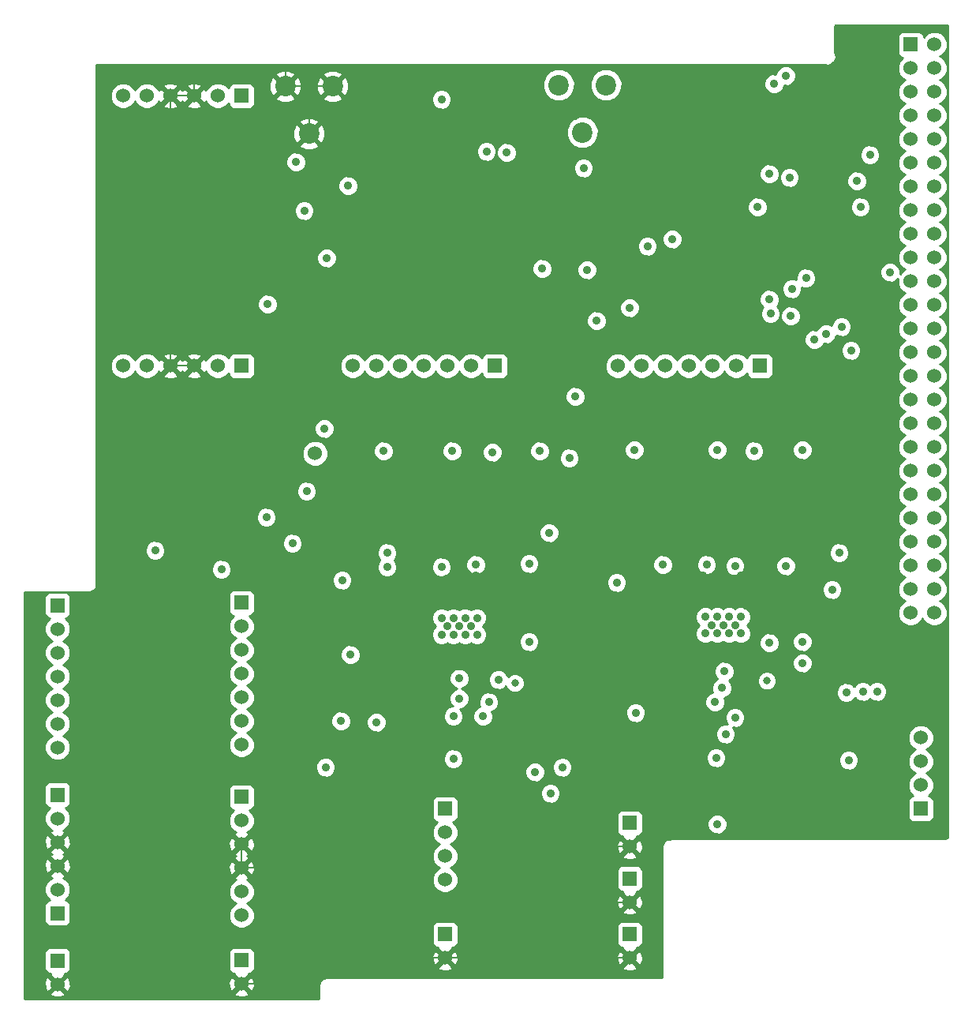
<source format=gbr>
G04 (created by PCBNEW (2013-05-18 BZR 4017)-stable) date Wed 14 Jan 2015 17:53:53 GMT*
%MOIN*%
G04 Gerber Fmt 3.4, Leading zero omitted, Abs format*
%FSLAX34Y34*%
G01*
G70*
G90*
G04 APERTURE LIST*
%ADD10C,0.00590551*%
%ADD11C,0.0315*%
%ADD12C,0.06*%
%ADD13R,0.06X0.06*%
%ADD14C,0.0866*%
%ADD15C,0.0354*%
%ADD16C,0.035*%
%ADD17C,0.008*%
%ADD18C,0.01*%
G04 APERTURE END LIST*
G54D10*
G54D11*
X52150Y-46600D03*
X62800Y-46500D03*
G54D12*
X43708Y-36904D03*
G54D13*
X40600Y-43200D03*
G54D12*
X40600Y-44200D03*
X40600Y-45200D03*
X40600Y-46200D03*
X40600Y-47200D03*
X40600Y-48200D03*
X40600Y-49200D03*
G54D13*
X32829Y-43313D03*
G54D12*
X32829Y-44313D03*
X32829Y-45313D03*
X32829Y-46313D03*
X32829Y-47313D03*
X32829Y-48313D03*
X32829Y-49313D03*
G54D13*
X62500Y-33200D03*
G54D12*
X61500Y-33200D03*
X60500Y-33200D03*
X59500Y-33200D03*
X58500Y-33200D03*
X57500Y-33200D03*
X56500Y-33200D03*
G54D13*
X51300Y-33200D03*
G54D12*
X50300Y-33200D03*
X49300Y-33200D03*
X48300Y-33200D03*
X47300Y-33200D03*
X46300Y-33200D03*
X45300Y-33200D03*
G54D13*
X40600Y-21800D03*
G54D12*
X39600Y-21800D03*
X38600Y-21800D03*
X37600Y-21800D03*
X36600Y-21800D03*
X35600Y-21800D03*
G54D13*
X69300Y-51900D03*
G54D12*
X69300Y-50900D03*
X69300Y-49900D03*
X69300Y-48900D03*
G54D13*
X49200Y-51900D03*
G54D12*
X49200Y-52900D03*
X49200Y-53900D03*
X49200Y-54900D03*
G54D13*
X32829Y-58313D03*
G54D12*
X32829Y-59313D03*
G54D13*
X57000Y-57200D03*
G54D12*
X57000Y-58200D03*
G54D13*
X57000Y-54850D03*
G54D12*
X57000Y-55850D03*
G54D13*
X57000Y-52500D03*
G54D12*
X57000Y-53500D03*
G54D13*
X68874Y-19639D03*
G54D12*
X69874Y-19639D03*
X68874Y-24639D03*
X69874Y-20639D03*
X68874Y-25639D03*
X69874Y-21639D03*
X68874Y-26639D03*
X69874Y-22639D03*
X68874Y-27639D03*
X69874Y-23639D03*
X68874Y-28639D03*
X69874Y-24639D03*
X68874Y-29639D03*
X69874Y-25639D03*
X68874Y-30639D03*
X69874Y-26639D03*
X68874Y-31639D03*
X69874Y-27639D03*
X68874Y-32639D03*
X69874Y-28639D03*
X68874Y-33639D03*
X69874Y-29639D03*
X68874Y-34639D03*
X69874Y-30639D03*
X69874Y-31639D03*
X68874Y-35639D03*
X69874Y-32639D03*
X69874Y-34639D03*
X69874Y-35639D03*
X69874Y-36639D03*
X69874Y-37639D03*
X68874Y-36639D03*
X68874Y-37639D03*
X68874Y-20639D03*
X68874Y-21639D03*
X68874Y-22639D03*
X68874Y-23639D03*
X68874Y-38639D03*
X69874Y-38639D03*
X69874Y-33639D03*
X68874Y-39639D03*
X69874Y-39639D03*
X68874Y-40639D03*
X69874Y-40639D03*
X68874Y-41639D03*
X69874Y-41639D03*
X68874Y-42639D03*
X69874Y-42639D03*
X68874Y-43639D03*
X69874Y-43639D03*
G54D13*
X32829Y-51313D03*
G54D12*
X32829Y-52313D03*
X32829Y-53313D03*
X32829Y-54313D03*
G54D13*
X32829Y-56313D03*
G54D12*
X32829Y-55313D03*
G54D13*
X40600Y-33200D03*
G54D12*
X39600Y-33200D03*
X38600Y-33200D03*
X37600Y-33200D03*
X36600Y-33200D03*
X35600Y-33200D03*
G54D13*
X40600Y-51400D03*
G54D12*
X40600Y-52400D03*
X40600Y-53400D03*
X40600Y-54400D03*
X40600Y-55400D03*
X40600Y-56400D03*
G54D13*
X40600Y-58300D03*
G54D12*
X40600Y-59300D03*
G54D14*
X43450Y-23400D03*
X44450Y-21400D03*
X42450Y-21400D03*
X55000Y-23350D03*
X56000Y-21350D03*
X54000Y-21350D03*
G54D15*
X49050Y-43850D03*
X49550Y-43850D03*
X50050Y-43850D03*
X50550Y-43850D03*
X49300Y-44200D03*
X49800Y-44200D03*
X50300Y-44200D03*
X49050Y-44550D03*
X49550Y-44550D03*
X50050Y-44550D03*
X50550Y-44550D03*
X60200Y-43800D03*
X60700Y-43800D03*
X61200Y-43800D03*
X61700Y-43800D03*
X60450Y-44150D03*
X60950Y-44150D03*
X61450Y-44150D03*
X60200Y-44500D03*
X60700Y-44500D03*
X61200Y-44500D03*
X61700Y-44500D03*
G54D13*
X49200Y-57200D03*
G54D12*
X49200Y-58200D03*
G54D16*
X51800Y-24200D03*
X53000Y-50350D03*
X44800Y-48200D03*
X49550Y-49800D03*
X49550Y-48000D03*
X50800Y-48000D03*
X49800Y-47250D03*
X42750Y-40700D03*
X61050Y-48750D03*
X60900Y-46800D03*
X60650Y-49750D03*
X60600Y-47400D03*
X66750Y-26500D03*
X62400Y-26500D03*
X63600Y-20950D03*
X44100Y-35850D03*
X44200Y-28650D03*
X54450Y-37100D03*
X50950Y-24150D03*
X39750Y-41800D03*
X43250Y-26650D03*
X65300Y-31850D03*
X63850Y-29950D03*
X66150Y-47000D03*
X66250Y-49850D03*
X65550Y-42650D03*
X53650Y-51250D03*
X65950Y-31550D03*
X64450Y-29500D03*
X55600Y-31300D03*
X55200Y-29150D03*
X57750Y-28150D03*
X67150Y-24300D03*
X63800Y-31100D03*
X62900Y-44900D03*
X64300Y-44850D03*
X64800Y-32100D03*
X53600Y-40250D03*
X62950Y-31000D03*
X57000Y-30750D03*
X54150Y-50150D03*
X65850Y-41100D03*
X44150Y-50150D03*
X46750Y-41100D03*
X45200Y-45400D03*
X41650Y-39600D03*
X41700Y-30600D03*
X62900Y-30400D03*
X62900Y-25100D03*
X53300Y-29100D03*
X63750Y-25250D03*
X60700Y-52550D03*
X51450Y-46450D03*
X66350Y-32550D03*
X66850Y-46950D03*
X67450Y-46950D03*
X49050Y-21950D03*
X55050Y-24850D03*
X62250Y-36800D03*
X60700Y-36750D03*
X64300Y-36750D03*
X57200Y-36750D03*
X51200Y-36850D03*
X49500Y-36800D03*
X46600Y-36800D03*
X53200Y-36800D03*
X46300Y-48250D03*
X52750Y-44850D03*
X44850Y-42250D03*
X36950Y-41000D03*
X43350Y-38500D03*
X64300Y-45750D03*
X66600Y-25400D03*
X63100Y-21300D03*
X42900Y-24600D03*
X57250Y-47850D03*
X56450Y-42350D03*
X45100Y-25600D03*
X54700Y-34500D03*
X58400Y-41600D03*
X60250Y-41600D03*
X63600Y-41650D03*
X61450Y-41650D03*
X50500Y-41600D03*
X52750Y-41550D03*
X46750Y-41700D03*
X49050Y-41700D03*
X51050Y-47400D03*
X49800Y-46400D03*
X61450Y-48050D03*
X61000Y-46100D03*
X68000Y-29250D03*
X58800Y-27850D03*
X50550Y-25150D03*
X57300Y-47150D03*
X50500Y-42050D03*
X49000Y-42250D03*
X44250Y-46000D03*
X55350Y-46050D03*
X37050Y-38800D03*
X61700Y-42050D03*
X60100Y-42050D03*
G54D17*
X47950Y-22550D02*
X43450Y-22550D01*
X50550Y-25150D02*
X47950Y-22550D01*
X49200Y-58200D02*
X45150Y-58200D01*
X45050Y-58300D02*
X42700Y-58300D01*
X45150Y-58200D02*
X45050Y-58300D01*
X49200Y-58200D02*
X52250Y-58200D01*
X57000Y-55850D02*
X54050Y-55850D01*
X54050Y-55850D02*
X53950Y-55750D01*
X57000Y-53500D02*
X53950Y-53500D01*
X53950Y-53500D02*
X53950Y-53400D01*
X40600Y-59300D02*
X42650Y-59300D01*
X42650Y-59300D02*
X42700Y-59250D01*
X42700Y-59250D02*
X42700Y-58300D01*
X57300Y-47150D02*
X57200Y-47050D01*
X57200Y-47050D02*
X55350Y-47050D01*
X40600Y-54400D02*
X42250Y-54400D01*
X42250Y-54400D02*
X42700Y-54850D01*
X42700Y-54850D02*
X42700Y-58300D01*
X40600Y-53400D02*
X40600Y-54400D01*
X49000Y-42250D02*
X45950Y-42250D01*
X45950Y-42250D02*
X45853Y-42346D01*
X50500Y-42050D02*
X49200Y-42050D01*
X49200Y-42050D02*
X49000Y-42250D01*
X46850Y-46000D02*
X44250Y-46000D01*
X42450Y-21400D02*
X44450Y-21400D01*
X44450Y-21400D02*
X43450Y-22400D01*
X43450Y-22400D02*
X43450Y-22550D01*
X43450Y-22550D02*
X43450Y-23400D01*
X54000Y-58200D02*
X52250Y-58200D01*
X52250Y-58200D02*
X52200Y-58200D01*
X55350Y-51200D02*
X54300Y-51200D01*
X54000Y-58200D02*
X57000Y-58200D01*
X53950Y-58150D02*
X54000Y-58200D01*
X53950Y-51550D02*
X53950Y-53400D01*
X53950Y-53400D02*
X53950Y-55750D01*
X53950Y-55750D02*
X53950Y-58150D01*
X54300Y-51200D02*
X53950Y-51550D01*
X55350Y-46050D02*
X55350Y-47050D01*
X55350Y-47050D02*
X55350Y-51200D01*
X60100Y-42050D02*
X57800Y-42050D01*
X55350Y-44500D02*
X55350Y-46050D01*
X57800Y-42050D02*
X55350Y-44500D01*
X46850Y-43750D02*
X46850Y-44400D01*
X45853Y-42346D02*
X46850Y-43300D01*
X46850Y-43300D02*
X46850Y-43750D01*
X46850Y-44400D02*
X46850Y-46000D01*
X46850Y-46000D02*
X55350Y-46050D01*
X37050Y-38800D02*
X42150Y-38800D01*
X42150Y-38800D02*
X45853Y-42346D01*
X37600Y-21800D02*
X37600Y-33200D01*
X38600Y-21800D02*
X37600Y-21800D01*
X42450Y-21400D02*
X42450Y-20800D01*
X38600Y-20750D02*
X38600Y-21800D01*
X42400Y-20750D02*
X38600Y-20750D01*
X42450Y-20800D02*
X42400Y-20750D01*
X38600Y-33200D02*
X37600Y-33200D01*
X37600Y-33200D02*
X37050Y-33750D01*
X37050Y-33750D02*
X37050Y-38800D01*
X61700Y-42050D02*
X60100Y-42050D01*
G54D10*
G36*
X70443Y-53125D02*
X70424Y-53129D01*
X70424Y-43530D01*
X70340Y-43327D01*
X70185Y-43173D01*
X70104Y-43139D01*
X70185Y-43105D01*
X70339Y-42950D01*
X70423Y-42748D01*
X70424Y-42530D01*
X70340Y-42327D01*
X70185Y-42173D01*
X70104Y-42139D01*
X70185Y-42105D01*
X70339Y-41950D01*
X70423Y-41748D01*
X70424Y-41530D01*
X70340Y-41327D01*
X70185Y-41173D01*
X70104Y-41139D01*
X70185Y-41105D01*
X70339Y-40950D01*
X70423Y-40748D01*
X70424Y-40530D01*
X70340Y-40327D01*
X70185Y-40173D01*
X70104Y-40139D01*
X70185Y-40105D01*
X70339Y-39950D01*
X70423Y-39748D01*
X70424Y-39530D01*
X70340Y-39327D01*
X70185Y-39173D01*
X70104Y-39139D01*
X70185Y-39105D01*
X70339Y-38950D01*
X70423Y-38748D01*
X70424Y-38530D01*
X70340Y-38327D01*
X70185Y-38173D01*
X70104Y-38139D01*
X70185Y-38105D01*
X70339Y-37950D01*
X70423Y-37748D01*
X70424Y-37530D01*
X70340Y-37327D01*
X70185Y-37173D01*
X70104Y-37139D01*
X70185Y-37105D01*
X70339Y-36950D01*
X70423Y-36748D01*
X70424Y-36530D01*
X70340Y-36327D01*
X70185Y-36173D01*
X70104Y-36139D01*
X70185Y-36105D01*
X70339Y-35950D01*
X70423Y-35748D01*
X70424Y-35530D01*
X70340Y-35327D01*
X70185Y-35173D01*
X70104Y-35139D01*
X70185Y-35105D01*
X70339Y-34950D01*
X70423Y-34748D01*
X70424Y-34530D01*
X70340Y-34327D01*
X70185Y-34173D01*
X70104Y-34139D01*
X70185Y-34105D01*
X70339Y-33950D01*
X70423Y-33748D01*
X70424Y-33530D01*
X70340Y-33327D01*
X70185Y-33173D01*
X70104Y-33139D01*
X70185Y-33105D01*
X70339Y-32950D01*
X70423Y-32748D01*
X70424Y-32530D01*
X70340Y-32327D01*
X70185Y-32173D01*
X70104Y-32139D01*
X70185Y-32105D01*
X70339Y-31950D01*
X70423Y-31748D01*
X70424Y-31530D01*
X70340Y-31327D01*
X70185Y-31173D01*
X70104Y-31139D01*
X70185Y-31105D01*
X70339Y-30950D01*
X70423Y-30748D01*
X70424Y-30530D01*
X70340Y-30327D01*
X70185Y-30173D01*
X70104Y-30139D01*
X70185Y-30105D01*
X70339Y-29950D01*
X70423Y-29748D01*
X70424Y-29530D01*
X70340Y-29327D01*
X70185Y-29173D01*
X70104Y-29139D01*
X70185Y-29105D01*
X70339Y-28950D01*
X70423Y-28748D01*
X70424Y-28530D01*
X70340Y-28327D01*
X70185Y-28173D01*
X70104Y-28139D01*
X70185Y-28105D01*
X70339Y-27950D01*
X70423Y-27748D01*
X70424Y-27530D01*
X70340Y-27327D01*
X70185Y-27173D01*
X70104Y-27139D01*
X70185Y-27105D01*
X70339Y-26950D01*
X70423Y-26748D01*
X70424Y-26530D01*
X70340Y-26327D01*
X70185Y-26173D01*
X70104Y-26139D01*
X70185Y-26105D01*
X70339Y-25950D01*
X70423Y-25748D01*
X70424Y-25530D01*
X70340Y-25327D01*
X70185Y-25173D01*
X70104Y-25139D01*
X70185Y-25105D01*
X70339Y-24950D01*
X70423Y-24748D01*
X70424Y-24530D01*
X70340Y-24327D01*
X70185Y-24173D01*
X70104Y-24139D01*
X70185Y-24105D01*
X70339Y-23950D01*
X70423Y-23748D01*
X70424Y-23530D01*
X70340Y-23327D01*
X70185Y-23173D01*
X70104Y-23139D01*
X70185Y-23105D01*
X70339Y-22950D01*
X70423Y-22748D01*
X70424Y-22530D01*
X70340Y-22327D01*
X70185Y-22173D01*
X70104Y-22139D01*
X70185Y-22105D01*
X70339Y-21950D01*
X70423Y-21748D01*
X70424Y-21530D01*
X70340Y-21327D01*
X70185Y-21173D01*
X70104Y-21139D01*
X70185Y-21105D01*
X70339Y-20950D01*
X70423Y-20748D01*
X70424Y-20530D01*
X70340Y-20327D01*
X70185Y-20173D01*
X70104Y-20139D01*
X70185Y-20105D01*
X70339Y-19950D01*
X70423Y-19748D01*
X70424Y-19530D01*
X70340Y-19327D01*
X70185Y-19173D01*
X69983Y-19089D01*
X69765Y-19088D01*
X69562Y-19172D01*
X69424Y-19311D01*
X69424Y-19289D01*
X69386Y-19197D01*
X69315Y-19127D01*
X69223Y-19089D01*
X69124Y-19088D01*
X68524Y-19088D01*
X68432Y-19126D01*
X68362Y-19197D01*
X68324Y-19289D01*
X68323Y-19388D01*
X68323Y-19988D01*
X68361Y-20080D01*
X68432Y-20150D01*
X68524Y-20188D01*
X68546Y-20188D01*
X68408Y-20327D01*
X68324Y-20529D01*
X68323Y-20747D01*
X68407Y-20950D01*
X68562Y-21104D01*
X68643Y-21138D01*
X68562Y-21172D01*
X68408Y-21327D01*
X68324Y-21529D01*
X68323Y-21747D01*
X68407Y-21950D01*
X68562Y-22104D01*
X68643Y-22138D01*
X68562Y-22172D01*
X68408Y-22327D01*
X68324Y-22529D01*
X68323Y-22747D01*
X68407Y-22950D01*
X68562Y-23104D01*
X68643Y-23138D01*
X68562Y-23172D01*
X68408Y-23327D01*
X68324Y-23529D01*
X68323Y-23747D01*
X68407Y-23950D01*
X68562Y-24104D01*
X68643Y-24138D01*
X68562Y-24172D01*
X68408Y-24327D01*
X68324Y-24529D01*
X68323Y-24747D01*
X68407Y-24950D01*
X68562Y-25104D01*
X68643Y-25138D01*
X68562Y-25172D01*
X68408Y-25327D01*
X68324Y-25529D01*
X68323Y-25747D01*
X68407Y-25950D01*
X68562Y-26104D01*
X68643Y-26138D01*
X68562Y-26172D01*
X68408Y-26327D01*
X68324Y-26529D01*
X68323Y-26747D01*
X68407Y-26950D01*
X68562Y-27104D01*
X68643Y-27138D01*
X68562Y-27172D01*
X68408Y-27327D01*
X68324Y-27529D01*
X68323Y-27747D01*
X68407Y-27950D01*
X68562Y-28104D01*
X68643Y-28138D01*
X68562Y-28172D01*
X68408Y-28327D01*
X68324Y-28529D01*
X68323Y-28747D01*
X68407Y-28950D01*
X68562Y-29104D01*
X68643Y-29138D01*
X68562Y-29172D01*
X68424Y-29310D01*
X68425Y-29165D01*
X68360Y-29009D01*
X68241Y-28889D01*
X68084Y-28825D01*
X67915Y-28824D01*
X67759Y-28889D01*
X67639Y-29008D01*
X67575Y-29165D01*
X67575Y-24215D01*
X67510Y-24059D01*
X67391Y-23939D01*
X67234Y-23875D01*
X67065Y-23874D01*
X66909Y-23939D01*
X66789Y-24058D01*
X66725Y-24215D01*
X66724Y-24384D01*
X66789Y-24540D01*
X66908Y-24660D01*
X67065Y-24724D01*
X67234Y-24725D01*
X67390Y-24660D01*
X67510Y-24541D01*
X67574Y-24384D01*
X67575Y-24215D01*
X67575Y-29165D01*
X67574Y-29334D01*
X67639Y-29490D01*
X67758Y-29610D01*
X67915Y-29674D01*
X68084Y-29675D01*
X68240Y-29610D01*
X68325Y-29525D01*
X68324Y-29529D01*
X68323Y-29747D01*
X68407Y-29950D01*
X68562Y-30104D01*
X68643Y-30138D01*
X68562Y-30172D01*
X68408Y-30327D01*
X68324Y-30529D01*
X68323Y-30747D01*
X68407Y-30950D01*
X68562Y-31104D01*
X68643Y-31138D01*
X68562Y-31172D01*
X68408Y-31327D01*
X68324Y-31529D01*
X68323Y-31747D01*
X68407Y-31950D01*
X68562Y-32104D01*
X68643Y-32138D01*
X68562Y-32172D01*
X68408Y-32327D01*
X68324Y-32529D01*
X68323Y-32747D01*
X68407Y-32950D01*
X68562Y-33104D01*
X68643Y-33138D01*
X68562Y-33172D01*
X68408Y-33327D01*
X68324Y-33529D01*
X68323Y-33747D01*
X68407Y-33950D01*
X68562Y-34104D01*
X68643Y-34138D01*
X68562Y-34172D01*
X68408Y-34327D01*
X68324Y-34529D01*
X68323Y-34747D01*
X68407Y-34950D01*
X68562Y-35104D01*
X68643Y-35138D01*
X68562Y-35172D01*
X68408Y-35327D01*
X68324Y-35529D01*
X68323Y-35747D01*
X68407Y-35950D01*
X68562Y-36104D01*
X68643Y-36138D01*
X68562Y-36172D01*
X68408Y-36327D01*
X68324Y-36529D01*
X68323Y-36747D01*
X68407Y-36950D01*
X68562Y-37104D01*
X68643Y-37138D01*
X68562Y-37172D01*
X68408Y-37327D01*
X68324Y-37529D01*
X68323Y-37747D01*
X68407Y-37950D01*
X68562Y-38104D01*
X68643Y-38138D01*
X68562Y-38172D01*
X68408Y-38327D01*
X68324Y-38529D01*
X68323Y-38747D01*
X68407Y-38950D01*
X68562Y-39104D01*
X68643Y-39138D01*
X68562Y-39172D01*
X68408Y-39327D01*
X68324Y-39529D01*
X68323Y-39747D01*
X68407Y-39950D01*
X68562Y-40104D01*
X68643Y-40138D01*
X68562Y-40172D01*
X68408Y-40327D01*
X68324Y-40529D01*
X68323Y-40747D01*
X68407Y-40950D01*
X68562Y-41104D01*
X68643Y-41138D01*
X68562Y-41172D01*
X68408Y-41327D01*
X68324Y-41529D01*
X68323Y-41747D01*
X68407Y-41950D01*
X68562Y-42104D01*
X68643Y-42138D01*
X68562Y-42172D01*
X68408Y-42327D01*
X68324Y-42529D01*
X68323Y-42747D01*
X68407Y-42950D01*
X68562Y-43104D01*
X68643Y-43138D01*
X68562Y-43172D01*
X68408Y-43327D01*
X68324Y-43529D01*
X68323Y-43747D01*
X68407Y-43950D01*
X68562Y-44104D01*
X68764Y-44188D01*
X68982Y-44189D01*
X69185Y-44105D01*
X69339Y-43950D01*
X69373Y-43869D01*
X69407Y-43950D01*
X69562Y-44104D01*
X69764Y-44188D01*
X69982Y-44189D01*
X70185Y-44105D01*
X70339Y-43950D01*
X70423Y-43748D01*
X70424Y-43530D01*
X70424Y-53129D01*
X70347Y-53144D01*
X70318Y-53164D01*
X69850Y-53164D01*
X69850Y-50791D01*
X69766Y-50588D01*
X69611Y-50434D01*
X69530Y-50400D01*
X69611Y-50366D01*
X69765Y-50211D01*
X69849Y-50009D01*
X69850Y-49791D01*
X69766Y-49588D01*
X69611Y-49434D01*
X69530Y-49400D01*
X69611Y-49366D01*
X69765Y-49211D01*
X69849Y-49009D01*
X69850Y-48791D01*
X69766Y-48588D01*
X69611Y-48434D01*
X69409Y-48350D01*
X69191Y-48349D01*
X68988Y-48433D01*
X68834Y-48588D01*
X68750Y-48790D01*
X68749Y-49008D01*
X68833Y-49211D01*
X68988Y-49365D01*
X69069Y-49399D01*
X68988Y-49433D01*
X68834Y-49588D01*
X68750Y-49790D01*
X68749Y-50008D01*
X68833Y-50211D01*
X68988Y-50365D01*
X69069Y-50399D01*
X68988Y-50433D01*
X68834Y-50588D01*
X68750Y-50790D01*
X68749Y-51008D01*
X68833Y-51211D01*
X68972Y-51349D01*
X68950Y-51349D01*
X68858Y-51387D01*
X68788Y-51458D01*
X68750Y-51550D01*
X68749Y-51649D01*
X68749Y-52249D01*
X68787Y-52341D01*
X68858Y-52411D01*
X68950Y-52449D01*
X69049Y-52450D01*
X69649Y-52450D01*
X69741Y-52412D01*
X69811Y-52341D01*
X69849Y-52249D01*
X69850Y-52150D01*
X69850Y-51550D01*
X69812Y-51458D01*
X69741Y-51388D01*
X69649Y-51350D01*
X69627Y-51350D01*
X69765Y-51211D01*
X69849Y-51009D01*
X69850Y-50791D01*
X69850Y-53164D01*
X67875Y-53164D01*
X67875Y-46865D01*
X67810Y-46709D01*
X67691Y-46589D01*
X67534Y-46525D01*
X67365Y-46524D01*
X67209Y-46589D01*
X67175Y-46623D01*
X67175Y-26415D01*
X67110Y-26259D01*
X67025Y-26173D01*
X67025Y-25315D01*
X66960Y-25159D01*
X66841Y-25039D01*
X66684Y-24975D01*
X66515Y-24974D01*
X66359Y-25039D01*
X66239Y-25158D01*
X66175Y-25315D01*
X66174Y-25484D01*
X66239Y-25640D01*
X66358Y-25760D01*
X66515Y-25824D01*
X66684Y-25825D01*
X66840Y-25760D01*
X66960Y-25641D01*
X67024Y-25484D01*
X67025Y-25315D01*
X67025Y-26173D01*
X66991Y-26139D01*
X66834Y-26075D01*
X66665Y-26074D01*
X66509Y-26139D01*
X66389Y-26258D01*
X66325Y-26415D01*
X66324Y-26584D01*
X66389Y-26740D01*
X66508Y-26860D01*
X66665Y-26924D01*
X66834Y-26925D01*
X66990Y-26860D01*
X67110Y-26741D01*
X67174Y-26584D01*
X67175Y-26415D01*
X67175Y-46623D01*
X67150Y-46648D01*
X67091Y-46589D01*
X66934Y-46525D01*
X66775Y-46524D01*
X66775Y-32465D01*
X66710Y-32309D01*
X66591Y-32189D01*
X66434Y-32125D01*
X66375Y-32125D01*
X66375Y-31465D01*
X66310Y-31309D01*
X66191Y-31189D01*
X66034Y-31125D01*
X65865Y-31124D01*
X65709Y-31189D01*
X65589Y-31308D01*
X65525Y-31465D01*
X65525Y-31483D01*
X65384Y-31425D01*
X65215Y-31424D01*
X65059Y-31489D01*
X64939Y-31608D01*
X64908Y-31684D01*
X64884Y-31675D01*
X64875Y-31675D01*
X64875Y-29415D01*
X64810Y-29259D01*
X64691Y-29139D01*
X64534Y-29075D01*
X64365Y-29074D01*
X64209Y-29139D01*
X64175Y-29173D01*
X64175Y-25165D01*
X64110Y-25009D01*
X64025Y-24923D01*
X64025Y-20865D01*
X63960Y-20709D01*
X63841Y-20589D01*
X63684Y-20525D01*
X63515Y-20524D01*
X63359Y-20589D01*
X63239Y-20708D01*
X63175Y-20865D01*
X63175Y-20875D01*
X63015Y-20874D01*
X62859Y-20939D01*
X62739Y-21058D01*
X62675Y-21215D01*
X62674Y-21384D01*
X62739Y-21540D01*
X62858Y-21660D01*
X63015Y-21724D01*
X63184Y-21725D01*
X63340Y-21660D01*
X63460Y-21541D01*
X63524Y-21384D01*
X63524Y-21374D01*
X63684Y-21375D01*
X63840Y-21310D01*
X63960Y-21191D01*
X64024Y-21034D01*
X64025Y-20865D01*
X64025Y-24923D01*
X63991Y-24889D01*
X63834Y-24825D01*
X63665Y-24824D01*
X63509Y-24889D01*
X63389Y-25008D01*
X63325Y-25165D01*
X63325Y-25015D01*
X63260Y-24859D01*
X63141Y-24739D01*
X62984Y-24675D01*
X62815Y-24674D01*
X62659Y-24739D01*
X62539Y-24858D01*
X62475Y-25015D01*
X62474Y-25184D01*
X62539Y-25340D01*
X62658Y-25460D01*
X62815Y-25524D01*
X62984Y-25525D01*
X63140Y-25460D01*
X63260Y-25341D01*
X63324Y-25184D01*
X63325Y-25015D01*
X63325Y-25165D01*
X63324Y-25334D01*
X63389Y-25490D01*
X63508Y-25610D01*
X63665Y-25674D01*
X63834Y-25675D01*
X63990Y-25610D01*
X64110Y-25491D01*
X64174Y-25334D01*
X64175Y-25165D01*
X64175Y-29173D01*
X64089Y-29258D01*
X64025Y-29415D01*
X64024Y-29562D01*
X63934Y-29525D01*
X63765Y-29524D01*
X63609Y-29589D01*
X63489Y-29708D01*
X63425Y-29865D01*
X63424Y-30034D01*
X63489Y-30190D01*
X63608Y-30310D01*
X63765Y-30374D01*
X63934Y-30375D01*
X64090Y-30310D01*
X64210Y-30191D01*
X64274Y-30034D01*
X64275Y-29887D01*
X64365Y-29924D01*
X64534Y-29925D01*
X64690Y-29860D01*
X64810Y-29741D01*
X64874Y-29584D01*
X64875Y-29415D01*
X64875Y-31675D01*
X64715Y-31674D01*
X64559Y-31739D01*
X64439Y-31858D01*
X64375Y-32015D01*
X64374Y-32184D01*
X64439Y-32340D01*
X64558Y-32460D01*
X64715Y-32524D01*
X64884Y-32525D01*
X65040Y-32460D01*
X65160Y-32341D01*
X65191Y-32265D01*
X65215Y-32274D01*
X65384Y-32275D01*
X65540Y-32210D01*
X65660Y-32091D01*
X65724Y-31934D01*
X65724Y-31916D01*
X65865Y-31974D01*
X66034Y-31975D01*
X66190Y-31910D01*
X66310Y-31791D01*
X66374Y-31634D01*
X66375Y-31465D01*
X66375Y-32125D01*
X66265Y-32124D01*
X66109Y-32189D01*
X65989Y-32308D01*
X65925Y-32465D01*
X65924Y-32634D01*
X65989Y-32790D01*
X66108Y-32910D01*
X66265Y-32974D01*
X66434Y-32975D01*
X66590Y-32910D01*
X66710Y-32791D01*
X66774Y-32634D01*
X66775Y-32465D01*
X66775Y-46524D01*
X66765Y-46524D01*
X66609Y-46589D01*
X66489Y-46708D01*
X66481Y-46730D01*
X66391Y-46639D01*
X66275Y-46591D01*
X66275Y-41015D01*
X66210Y-40859D01*
X66091Y-40739D01*
X65934Y-40675D01*
X65765Y-40674D01*
X65609Y-40739D01*
X65489Y-40858D01*
X65425Y-41015D01*
X65424Y-41184D01*
X65489Y-41340D01*
X65608Y-41460D01*
X65765Y-41524D01*
X65934Y-41525D01*
X66090Y-41460D01*
X66210Y-41341D01*
X66274Y-41184D01*
X66275Y-41015D01*
X66275Y-46591D01*
X66234Y-46575D01*
X66065Y-46574D01*
X65975Y-46612D01*
X65975Y-42565D01*
X65910Y-42409D01*
X65791Y-42289D01*
X65634Y-42225D01*
X65465Y-42224D01*
X65309Y-42289D01*
X65189Y-42408D01*
X65125Y-42565D01*
X65124Y-42734D01*
X65189Y-42890D01*
X65308Y-43010D01*
X65465Y-43074D01*
X65634Y-43075D01*
X65790Y-43010D01*
X65910Y-42891D01*
X65974Y-42734D01*
X65975Y-42565D01*
X65975Y-46612D01*
X65909Y-46639D01*
X65789Y-46758D01*
X65725Y-46915D01*
X65724Y-47084D01*
X65789Y-47240D01*
X65908Y-47360D01*
X66065Y-47424D01*
X66234Y-47425D01*
X66390Y-47360D01*
X66510Y-47241D01*
X66518Y-47219D01*
X66608Y-47310D01*
X66765Y-47374D01*
X66934Y-47375D01*
X67090Y-47310D01*
X67149Y-47251D01*
X67208Y-47310D01*
X67365Y-47374D01*
X67534Y-47375D01*
X67690Y-47310D01*
X67810Y-47191D01*
X67874Y-47034D01*
X67875Y-46865D01*
X67875Y-53164D01*
X66675Y-53164D01*
X66675Y-49765D01*
X66610Y-49609D01*
X66491Y-49489D01*
X66334Y-49425D01*
X66165Y-49424D01*
X66009Y-49489D01*
X65889Y-49608D01*
X65825Y-49765D01*
X65824Y-49934D01*
X65889Y-50090D01*
X66008Y-50210D01*
X66165Y-50274D01*
X66334Y-50275D01*
X66490Y-50210D01*
X66610Y-50091D01*
X66674Y-49934D01*
X66675Y-49765D01*
X66675Y-53164D01*
X64725Y-53164D01*
X64725Y-45665D01*
X64725Y-44765D01*
X64725Y-36665D01*
X64660Y-36509D01*
X64541Y-36389D01*
X64384Y-36325D01*
X64225Y-36324D01*
X64225Y-31015D01*
X64160Y-30859D01*
X64041Y-30739D01*
X63884Y-30675D01*
X63715Y-30674D01*
X63559Y-30739D01*
X63439Y-30858D01*
X63375Y-31015D01*
X63375Y-30915D01*
X63310Y-30759D01*
X63226Y-30675D01*
X63260Y-30641D01*
X63324Y-30484D01*
X63325Y-30315D01*
X63260Y-30159D01*
X63141Y-30039D01*
X62984Y-29975D01*
X62825Y-29974D01*
X62825Y-26415D01*
X62760Y-26259D01*
X62641Y-26139D01*
X62484Y-26075D01*
X62315Y-26074D01*
X62159Y-26139D01*
X62039Y-26258D01*
X61975Y-26415D01*
X61974Y-26584D01*
X62039Y-26740D01*
X62158Y-26860D01*
X62315Y-26924D01*
X62484Y-26925D01*
X62640Y-26860D01*
X62760Y-26741D01*
X62824Y-26584D01*
X62825Y-26415D01*
X62825Y-29974D01*
X62815Y-29974D01*
X62659Y-30039D01*
X62539Y-30158D01*
X62475Y-30315D01*
X62474Y-30484D01*
X62539Y-30640D01*
X62623Y-30724D01*
X62589Y-30758D01*
X62525Y-30915D01*
X62524Y-31084D01*
X62589Y-31240D01*
X62708Y-31360D01*
X62865Y-31424D01*
X63034Y-31425D01*
X63190Y-31360D01*
X63310Y-31241D01*
X63374Y-31084D01*
X63375Y-30915D01*
X63375Y-31015D01*
X63374Y-31184D01*
X63439Y-31340D01*
X63558Y-31460D01*
X63715Y-31524D01*
X63884Y-31525D01*
X64040Y-31460D01*
X64160Y-31341D01*
X64224Y-31184D01*
X64225Y-31015D01*
X64225Y-36324D01*
X64215Y-36324D01*
X64059Y-36389D01*
X63939Y-36508D01*
X63875Y-36665D01*
X63874Y-36834D01*
X63939Y-36990D01*
X64058Y-37110D01*
X64215Y-37174D01*
X64384Y-37175D01*
X64540Y-37110D01*
X64660Y-36991D01*
X64724Y-36834D01*
X64725Y-36665D01*
X64725Y-44765D01*
X64660Y-44609D01*
X64541Y-44489D01*
X64384Y-44425D01*
X64215Y-44424D01*
X64059Y-44489D01*
X64025Y-44523D01*
X64025Y-41565D01*
X63960Y-41409D01*
X63841Y-41289D01*
X63684Y-41225D01*
X63515Y-41224D01*
X63359Y-41289D01*
X63239Y-41408D01*
X63175Y-41565D01*
X63174Y-41734D01*
X63239Y-41890D01*
X63358Y-42010D01*
X63515Y-42074D01*
X63684Y-42075D01*
X63840Y-42010D01*
X63960Y-41891D01*
X64024Y-41734D01*
X64025Y-41565D01*
X64025Y-44523D01*
X63939Y-44608D01*
X63875Y-44765D01*
X63874Y-44934D01*
X63939Y-45090D01*
X64058Y-45210D01*
X64215Y-45274D01*
X64384Y-45275D01*
X64540Y-45210D01*
X64660Y-45091D01*
X64724Y-44934D01*
X64725Y-44765D01*
X64725Y-45665D01*
X64660Y-45509D01*
X64541Y-45389D01*
X64384Y-45325D01*
X64215Y-45324D01*
X64059Y-45389D01*
X63939Y-45508D01*
X63875Y-45665D01*
X63874Y-45834D01*
X63939Y-45990D01*
X64058Y-46110D01*
X64215Y-46174D01*
X64384Y-46175D01*
X64540Y-46110D01*
X64660Y-45991D01*
X64724Y-45834D01*
X64725Y-45665D01*
X64725Y-53164D01*
X63325Y-53164D01*
X63325Y-44815D01*
X63260Y-44659D01*
X63141Y-44539D01*
X63050Y-44502D01*
X63050Y-33450D01*
X63050Y-32850D01*
X63012Y-32758D01*
X62941Y-32688D01*
X62849Y-32650D01*
X62750Y-32649D01*
X62150Y-32649D01*
X62058Y-32687D01*
X61988Y-32758D01*
X61950Y-32850D01*
X61950Y-32872D01*
X61811Y-32734D01*
X61609Y-32650D01*
X61391Y-32649D01*
X61188Y-32733D01*
X61034Y-32888D01*
X61000Y-32969D01*
X60966Y-32888D01*
X60811Y-32734D01*
X60609Y-32650D01*
X60391Y-32649D01*
X60188Y-32733D01*
X60034Y-32888D01*
X60000Y-32969D01*
X59966Y-32888D01*
X59811Y-32734D01*
X59609Y-32650D01*
X59391Y-32649D01*
X59225Y-32718D01*
X59225Y-27765D01*
X59160Y-27609D01*
X59041Y-27489D01*
X58884Y-27425D01*
X58715Y-27424D01*
X58559Y-27489D01*
X58439Y-27608D01*
X58375Y-27765D01*
X58374Y-27934D01*
X58439Y-28090D01*
X58558Y-28210D01*
X58715Y-28274D01*
X58884Y-28275D01*
X59040Y-28210D01*
X59160Y-28091D01*
X59224Y-27934D01*
X59225Y-27765D01*
X59225Y-32718D01*
X59188Y-32733D01*
X59034Y-32888D01*
X59000Y-32969D01*
X58966Y-32888D01*
X58811Y-32734D01*
X58609Y-32650D01*
X58391Y-32649D01*
X58188Y-32733D01*
X58175Y-32747D01*
X58175Y-28065D01*
X58110Y-27909D01*
X57991Y-27789D01*
X57834Y-27725D01*
X57665Y-27724D01*
X57509Y-27789D01*
X57389Y-27908D01*
X57325Y-28065D01*
X57324Y-28234D01*
X57389Y-28390D01*
X57508Y-28510D01*
X57665Y-28574D01*
X57834Y-28575D01*
X57990Y-28510D01*
X58110Y-28391D01*
X58174Y-28234D01*
X58175Y-28065D01*
X58175Y-32747D01*
X58034Y-32888D01*
X58000Y-32969D01*
X57966Y-32888D01*
X57811Y-32734D01*
X57609Y-32650D01*
X57425Y-32649D01*
X57425Y-30665D01*
X57360Y-30509D01*
X57241Y-30389D01*
X57084Y-30325D01*
X56915Y-30324D01*
X56759Y-30389D01*
X56683Y-30465D01*
X56683Y-21214D01*
X56579Y-20963D01*
X56387Y-20771D01*
X56136Y-20667D01*
X55864Y-20666D01*
X55613Y-20770D01*
X55421Y-20962D01*
X55317Y-21213D01*
X55316Y-21485D01*
X55420Y-21736D01*
X55612Y-21928D01*
X55863Y-22032D01*
X56135Y-22033D01*
X56386Y-21929D01*
X56578Y-21737D01*
X56682Y-21486D01*
X56683Y-21214D01*
X56683Y-30465D01*
X56639Y-30508D01*
X56575Y-30665D01*
X56574Y-30834D01*
X56639Y-30990D01*
X56758Y-31110D01*
X56915Y-31174D01*
X57084Y-31175D01*
X57240Y-31110D01*
X57360Y-30991D01*
X57424Y-30834D01*
X57425Y-30665D01*
X57425Y-32649D01*
X57391Y-32649D01*
X57188Y-32733D01*
X57034Y-32888D01*
X57000Y-32969D01*
X56966Y-32888D01*
X56811Y-32734D01*
X56609Y-32650D01*
X56391Y-32649D01*
X56188Y-32733D01*
X56034Y-32888D01*
X56025Y-32909D01*
X56025Y-31215D01*
X55960Y-31059D01*
X55841Y-30939D01*
X55684Y-30875D01*
X55683Y-30875D01*
X55683Y-23214D01*
X55579Y-22963D01*
X55387Y-22771D01*
X55136Y-22667D01*
X54864Y-22666D01*
X54683Y-22741D01*
X54683Y-21214D01*
X54579Y-20963D01*
X54387Y-20771D01*
X54136Y-20667D01*
X53864Y-20666D01*
X53613Y-20770D01*
X53421Y-20962D01*
X53317Y-21213D01*
X53316Y-21485D01*
X53420Y-21736D01*
X53612Y-21928D01*
X53863Y-22032D01*
X54135Y-22033D01*
X54386Y-21929D01*
X54578Y-21737D01*
X54682Y-21486D01*
X54683Y-21214D01*
X54683Y-22741D01*
X54613Y-22770D01*
X54421Y-22962D01*
X54317Y-23213D01*
X54316Y-23485D01*
X54420Y-23736D01*
X54612Y-23928D01*
X54863Y-24032D01*
X55135Y-24033D01*
X55386Y-23929D01*
X55578Y-23737D01*
X55682Y-23486D01*
X55683Y-23214D01*
X55683Y-30875D01*
X55625Y-30875D01*
X55625Y-29065D01*
X55560Y-28909D01*
X55475Y-28823D01*
X55475Y-24765D01*
X55410Y-24609D01*
X55291Y-24489D01*
X55134Y-24425D01*
X54965Y-24424D01*
X54809Y-24489D01*
X54689Y-24608D01*
X54625Y-24765D01*
X54624Y-24934D01*
X54689Y-25090D01*
X54808Y-25210D01*
X54965Y-25274D01*
X55134Y-25275D01*
X55290Y-25210D01*
X55410Y-25091D01*
X55474Y-24934D01*
X55475Y-24765D01*
X55475Y-28823D01*
X55441Y-28789D01*
X55284Y-28725D01*
X55115Y-28724D01*
X54959Y-28789D01*
X54839Y-28908D01*
X54775Y-29065D01*
X54774Y-29234D01*
X54839Y-29390D01*
X54958Y-29510D01*
X55115Y-29574D01*
X55284Y-29575D01*
X55440Y-29510D01*
X55560Y-29391D01*
X55624Y-29234D01*
X55625Y-29065D01*
X55625Y-30875D01*
X55515Y-30874D01*
X55359Y-30939D01*
X55239Y-31058D01*
X55175Y-31215D01*
X55174Y-31384D01*
X55239Y-31540D01*
X55358Y-31660D01*
X55515Y-31724D01*
X55684Y-31725D01*
X55840Y-31660D01*
X55960Y-31541D01*
X56024Y-31384D01*
X56025Y-31215D01*
X56025Y-32909D01*
X55950Y-33090D01*
X55949Y-33308D01*
X56033Y-33511D01*
X56188Y-33665D01*
X56390Y-33749D01*
X56608Y-33750D01*
X56811Y-33666D01*
X56965Y-33511D01*
X56999Y-33430D01*
X57033Y-33511D01*
X57188Y-33665D01*
X57390Y-33749D01*
X57608Y-33750D01*
X57811Y-33666D01*
X57965Y-33511D01*
X57999Y-33430D01*
X58033Y-33511D01*
X58188Y-33665D01*
X58390Y-33749D01*
X58608Y-33750D01*
X58811Y-33666D01*
X58965Y-33511D01*
X58999Y-33430D01*
X59033Y-33511D01*
X59188Y-33665D01*
X59390Y-33749D01*
X59608Y-33750D01*
X59811Y-33666D01*
X59965Y-33511D01*
X59999Y-33430D01*
X60033Y-33511D01*
X60188Y-33665D01*
X60390Y-33749D01*
X60608Y-33750D01*
X60811Y-33666D01*
X60965Y-33511D01*
X60999Y-33430D01*
X61033Y-33511D01*
X61188Y-33665D01*
X61390Y-33749D01*
X61608Y-33750D01*
X61811Y-33666D01*
X61949Y-33527D01*
X61949Y-33549D01*
X61987Y-33641D01*
X62058Y-33711D01*
X62150Y-33749D01*
X62249Y-33750D01*
X62849Y-33750D01*
X62941Y-33712D01*
X63011Y-33641D01*
X63049Y-33549D01*
X63050Y-33450D01*
X63050Y-44502D01*
X62984Y-44475D01*
X62815Y-44474D01*
X62675Y-44533D01*
X62675Y-36715D01*
X62610Y-36559D01*
X62491Y-36439D01*
X62334Y-36375D01*
X62165Y-36374D01*
X62009Y-36439D01*
X61889Y-36558D01*
X61825Y-36715D01*
X61824Y-36884D01*
X61889Y-37040D01*
X62008Y-37160D01*
X62165Y-37224D01*
X62334Y-37225D01*
X62490Y-37160D01*
X62610Y-37041D01*
X62674Y-36884D01*
X62675Y-36715D01*
X62675Y-44533D01*
X62659Y-44539D01*
X62539Y-44658D01*
X62475Y-44815D01*
X62474Y-44984D01*
X62539Y-45140D01*
X62658Y-45260D01*
X62815Y-45324D01*
X62984Y-45325D01*
X63140Y-45260D01*
X63260Y-45141D01*
X63324Y-44984D01*
X63325Y-44815D01*
X63325Y-53164D01*
X63207Y-53164D01*
X63207Y-46419D01*
X63145Y-46269D01*
X63031Y-46154D01*
X62881Y-46092D01*
X62719Y-46092D01*
X62569Y-46154D01*
X62454Y-46268D01*
X62392Y-46418D01*
X62392Y-46580D01*
X62454Y-46730D01*
X62568Y-46845D01*
X62718Y-46907D01*
X62880Y-46907D01*
X63030Y-46845D01*
X63145Y-46731D01*
X63207Y-46581D01*
X63207Y-46419D01*
X63207Y-53164D01*
X62127Y-53164D01*
X62127Y-44415D01*
X62062Y-44258D01*
X61953Y-44149D01*
X62061Y-44042D01*
X62126Y-43885D01*
X62127Y-43715D01*
X62062Y-43558D01*
X61942Y-43438D01*
X61875Y-43410D01*
X61875Y-41565D01*
X61810Y-41409D01*
X61691Y-41289D01*
X61534Y-41225D01*
X61365Y-41224D01*
X61209Y-41289D01*
X61125Y-41373D01*
X61125Y-36665D01*
X61060Y-36509D01*
X60941Y-36389D01*
X60784Y-36325D01*
X60615Y-36324D01*
X60459Y-36389D01*
X60339Y-36508D01*
X60275Y-36665D01*
X60274Y-36834D01*
X60339Y-36990D01*
X60458Y-37110D01*
X60615Y-37174D01*
X60784Y-37175D01*
X60940Y-37110D01*
X61060Y-36991D01*
X61124Y-36834D01*
X61125Y-36665D01*
X61125Y-41373D01*
X61089Y-41408D01*
X61025Y-41565D01*
X61024Y-41734D01*
X61089Y-41890D01*
X61208Y-42010D01*
X61365Y-42074D01*
X61534Y-42075D01*
X61690Y-42010D01*
X61810Y-41891D01*
X61874Y-41734D01*
X61875Y-41565D01*
X61875Y-43410D01*
X61785Y-43373D01*
X61615Y-43372D01*
X61458Y-43437D01*
X61450Y-43446D01*
X61442Y-43438D01*
X61285Y-43373D01*
X61115Y-43372D01*
X60958Y-43437D01*
X60950Y-43446D01*
X60942Y-43438D01*
X60785Y-43373D01*
X60675Y-43372D01*
X60675Y-41515D01*
X60610Y-41359D01*
X60491Y-41239D01*
X60334Y-41175D01*
X60165Y-41174D01*
X60009Y-41239D01*
X59889Y-41358D01*
X59825Y-41515D01*
X59824Y-41684D01*
X59889Y-41840D01*
X60008Y-41960D01*
X60165Y-42024D01*
X60334Y-42025D01*
X60490Y-41960D01*
X60610Y-41841D01*
X60674Y-41684D01*
X60675Y-41515D01*
X60675Y-43372D01*
X60615Y-43372D01*
X60458Y-43437D01*
X60450Y-43446D01*
X60442Y-43438D01*
X60285Y-43373D01*
X60115Y-43372D01*
X59958Y-43437D01*
X59838Y-43557D01*
X59773Y-43714D01*
X59772Y-43884D01*
X59837Y-44041D01*
X59946Y-44150D01*
X59838Y-44257D01*
X59773Y-44414D01*
X59772Y-44584D01*
X59837Y-44741D01*
X59957Y-44861D01*
X60114Y-44926D01*
X60284Y-44927D01*
X60441Y-44862D01*
X60449Y-44853D01*
X60457Y-44861D01*
X60614Y-44926D01*
X60784Y-44927D01*
X60941Y-44862D01*
X60949Y-44853D01*
X60957Y-44861D01*
X61114Y-44926D01*
X61284Y-44927D01*
X61441Y-44862D01*
X61449Y-44853D01*
X61457Y-44861D01*
X61614Y-44926D01*
X61784Y-44927D01*
X61941Y-44862D01*
X62061Y-44742D01*
X62126Y-44585D01*
X62127Y-44415D01*
X62127Y-53164D01*
X61875Y-53164D01*
X61875Y-47965D01*
X61810Y-47809D01*
X61691Y-47689D01*
X61534Y-47625D01*
X61425Y-47624D01*
X61425Y-46015D01*
X61360Y-45859D01*
X61241Y-45739D01*
X61084Y-45675D01*
X60915Y-45674D01*
X60759Y-45739D01*
X60639Y-45858D01*
X60575Y-46015D01*
X60574Y-46184D01*
X60639Y-46340D01*
X60715Y-46416D01*
X60659Y-46439D01*
X60539Y-46558D01*
X60475Y-46715D01*
X60474Y-46884D01*
X60512Y-46976D01*
X60359Y-47039D01*
X60239Y-47158D01*
X60175Y-47315D01*
X60174Y-47484D01*
X60239Y-47640D01*
X60358Y-47760D01*
X60515Y-47824D01*
X60684Y-47825D01*
X60840Y-47760D01*
X60960Y-47641D01*
X61024Y-47484D01*
X61025Y-47315D01*
X60987Y-47223D01*
X61140Y-47160D01*
X61260Y-47041D01*
X61324Y-46884D01*
X61325Y-46715D01*
X61260Y-46559D01*
X61184Y-46483D01*
X61240Y-46460D01*
X61360Y-46341D01*
X61424Y-46184D01*
X61425Y-46015D01*
X61425Y-47624D01*
X61365Y-47624D01*
X61209Y-47689D01*
X61089Y-47808D01*
X61025Y-47965D01*
X61024Y-48134D01*
X61089Y-48290D01*
X61124Y-48325D01*
X60965Y-48324D01*
X60809Y-48389D01*
X60689Y-48508D01*
X60625Y-48665D01*
X60624Y-48834D01*
X60689Y-48990D01*
X60808Y-49110D01*
X60965Y-49174D01*
X61134Y-49175D01*
X61290Y-49110D01*
X61410Y-48991D01*
X61474Y-48834D01*
X61475Y-48665D01*
X61410Y-48509D01*
X61375Y-48474D01*
X61534Y-48475D01*
X61690Y-48410D01*
X61810Y-48291D01*
X61874Y-48134D01*
X61875Y-47965D01*
X61875Y-53164D01*
X61125Y-53164D01*
X61125Y-52465D01*
X61075Y-52344D01*
X61075Y-49665D01*
X61010Y-49509D01*
X60891Y-49389D01*
X60734Y-49325D01*
X60565Y-49324D01*
X60409Y-49389D01*
X60289Y-49508D01*
X60225Y-49665D01*
X60224Y-49834D01*
X60289Y-49990D01*
X60408Y-50110D01*
X60565Y-50174D01*
X60734Y-50175D01*
X60890Y-50110D01*
X61010Y-49991D01*
X61074Y-49834D01*
X61075Y-49665D01*
X61075Y-52344D01*
X61060Y-52309D01*
X60941Y-52189D01*
X60784Y-52125D01*
X60615Y-52124D01*
X60459Y-52189D01*
X60339Y-52308D01*
X60275Y-52465D01*
X60274Y-52634D01*
X60339Y-52790D01*
X60458Y-52910D01*
X60615Y-52974D01*
X60784Y-52975D01*
X60940Y-52910D01*
X61060Y-52791D01*
X61124Y-52634D01*
X61125Y-52465D01*
X61125Y-53164D01*
X58825Y-53164D01*
X58825Y-41515D01*
X58760Y-41359D01*
X58641Y-41239D01*
X58484Y-41175D01*
X58315Y-41174D01*
X58159Y-41239D01*
X58039Y-41358D01*
X57975Y-41515D01*
X57974Y-41684D01*
X58039Y-41840D01*
X58158Y-41960D01*
X58315Y-42024D01*
X58484Y-42025D01*
X58640Y-41960D01*
X58760Y-41841D01*
X58824Y-41684D01*
X58825Y-41515D01*
X58825Y-53164D01*
X58760Y-53164D01*
X58702Y-53175D01*
X58700Y-53175D01*
X58575Y-53199D01*
X58470Y-53270D01*
X58399Y-53375D01*
X58375Y-53500D01*
X58375Y-59025D01*
X57675Y-59025D01*
X57675Y-47765D01*
X57625Y-47644D01*
X57625Y-36665D01*
X57560Y-36509D01*
X57441Y-36389D01*
X57284Y-36325D01*
X57115Y-36324D01*
X56959Y-36389D01*
X56839Y-36508D01*
X56775Y-36665D01*
X56774Y-36834D01*
X56839Y-36990D01*
X56958Y-37110D01*
X57115Y-37174D01*
X57284Y-37175D01*
X57440Y-37110D01*
X57560Y-36991D01*
X57624Y-36834D01*
X57625Y-36665D01*
X57625Y-47644D01*
X57610Y-47609D01*
X57491Y-47489D01*
X57334Y-47425D01*
X57165Y-47424D01*
X57009Y-47489D01*
X56889Y-47608D01*
X56875Y-47644D01*
X56875Y-42265D01*
X56810Y-42109D01*
X56691Y-41989D01*
X56534Y-41925D01*
X56365Y-41924D01*
X56209Y-41989D01*
X56089Y-42108D01*
X56025Y-42265D01*
X56024Y-42434D01*
X56089Y-42590D01*
X56208Y-42710D01*
X56365Y-42774D01*
X56534Y-42775D01*
X56690Y-42710D01*
X56810Y-42591D01*
X56874Y-42434D01*
X56875Y-42265D01*
X56875Y-47644D01*
X56825Y-47765D01*
X56824Y-47934D01*
X56889Y-48090D01*
X57008Y-48210D01*
X57165Y-48274D01*
X57334Y-48275D01*
X57490Y-48210D01*
X57610Y-48091D01*
X57674Y-47934D01*
X57675Y-47765D01*
X57675Y-59025D01*
X57554Y-59025D01*
X57554Y-58281D01*
X57554Y-55931D01*
X57554Y-53581D01*
X57550Y-53487D01*
X57550Y-52750D01*
X57550Y-52150D01*
X57512Y-52058D01*
X57441Y-51988D01*
X57349Y-51950D01*
X57250Y-51949D01*
X56650Y-51949D01*
X56558Y-51987D01*
X56488Y-52058D01*
X56450Y-52150D01*
X56449Y-52249D01*
X56449Y-52849D01*
X56487Y-52941D01*
X56558Y-53011D01*
X56650Y-53049D01*
X56703Y-53050D01*
X56684Y-53114D01*
X57000Y-53429D01*
X57315Y-53114D01*
X57296Y-53050D01*
X57349Y-53050D01*
X57441Y-53012D01*
X57511Y-52941D01*
X57549Y-52849D01*
X57550Y-52750D01*
X57550Y-53487D01*
X57543Y-53363D01*
X57481Y-53212D01*
X57385Y-53184D01*
X57070Y-53500D01*
X57385Y-53815D01*
X57481Y-53787D01*
X57554Y-53581D01*
X57554Y-55931D01*
X57550Y-55837D01*
X57550Y-55100D01*
X57550Y-54500D01*
X57512Y-54408D01*
X57441Y-54338D01*
X57349Y-54300D01*
X57315Y-54300D01*
X57315Y-53885D01*
X57000Y-53570D01*
X56929Y-53641D01*
X56929Y-53500D01*
X56614Y-53184D01*
X56518Y-53212D01*
X56445Y-53418D01*
X56456Y-53636D01*
X56518Y-53787D01*
X56614Y-53815D01*
X56929Y-53500D01*
X56929Y-53641D01*
X56684Y-53885D01*
X56712Y-53981D01*
X56918Y-54054D01*
X57136Y-54043D01*
X57287Y-53981D01*
X57315Y-53885D01*
X57315Y-54300D01*
X57250Y-54299D01*
X56650Y-54299D01*
X56558Y-54337D01*
X56488Y-54408D01*
X56450Y-54500D01*
X56449Y-54599D01*
X56449Y-55199D01*
X56487Y-55291D01*
X56558Y-55361D01*
X56650Y-55399D01*
X56703Y-55400D01*
X56684Y-55464D01*
X57000Y-55779D01*
X57315Y-55464D01*
X57296Y-55400D01*
X57349Y-55400D01*
X57441Y-55362D01*
X57511Y-55291D01*
X57549Y-55199D01*
X57550Y-55100D01*
X57550Y-55837D01*
X57543Y-55713D01*
X57481Y-55562D01*
X57385Y-55534D01*
X57070Y-55850D01*
X57385Y-56165D01*
X57481Y-56137D01*
X57554Y-55931D01*
X57554Y-58281D01*
X57550Y-58187D01*
X57550Y-57450D01*
X57550Y-56850D01*
X57512Y-56758D01*
X57441Y-56688D01*
X57349Y-56650D01*
X57315Y-56650D01*
X57315Y-56235D01*
X57000Y-55920D01*
X56929Y-55991D01*
X56929Y-55850D01*
X56614Y-55534D01*
X56518Y-55562D01*
X56445Y-55768D01*
X56456Y-55986D01*
X56518Y-56137D01*
X56614Y-56165D01*
X56929Y-55850D01*
X56929Y-55991D01*
X56684Y-56235D01*
X56712Y-56331D01*
X56918Y-56404D01*
X57136Y-56393D01*
X57287Y-56331D01*
X57315Y-56235D01*
X57315Y-56650D01*
X57250Y-56649D01*
X56650Y-56649D01*
X56558Y-56687D01*
X56488Y-56758D01*
X56450Y-56850D01*
X56449Y-56949D01*
X56449Y-57549D01*
X56487Y-57641D01*
X56558Y-57711D01*
X56650Y-57749D01*
X56703Y-57750D01*
X56684Y-57814D01*
X57000Y-58129D01*
X57315Y-57814D01*
X57296Y-57750D01*
X57349Y-57750D01*
X57441Y-57712D01*
X57511Y-57641D01*
X57549Y-57549D01*
X57550Y-57450D01*
X57550Y-58187D01*
X57543Y-58063D01*
X57481Y-57912D01*
X57385Y-57884D01*
X57070Y-58200D01*
X57385Y-58515D01*
X57481Y-58487D01*
X57554Y-58281D01*
X57554Y-59025D01*
X57315Y-59025D01*
X57315Y-58585D01*
X57000Y-58270D01*
X56929Y-58341D01*
X56929Y-58200D01*
X56614Y-57884D01*
X56518Y-57912D01*
X56445Y-58118D01*
X56456Y-58336D01*
X56518Y-58487D01*
X56614Y-58515D01*
X56929Y-58200D01*
X56929Y-58341D01*
X56684Y-58585D01*
X56712Y-58681D01*
X56918Y-58754D01*
X57136Y-58743D01*
X57287Y-58681D01*
X57315Y-58585D01*
X57315Y-59025D01*
X55125Y-59025D01*
X55125Y-34415D01*
X55060Y-34259D01*
X54941Y-34139D01*
X54784Y-34075D01*
X54615Y-34074D01*
X54459Y-34139D01*
X54339Y-34258D01*
X54275Y-34415D01*
X54274Y-34584D01*
X54339Y-34740D01*
X54458Y-34860D01*
X54615Y-34924D01*
X54784Y-34925D01*
X54940Y-34860D01*
X55060Y-34741D01*
X55124Y-34584D01*
X55125Y-34415D01*
X55125Y-59025D01*
X54875Y-59025D01*
X54875Y-37015D01*
X54810Y-36859D01*
X54691Y-36739D01*
X54534Y-36675D01*
X54365Y-36674D01*
X54209Y-36739D01*
X54089Y-36858D01*
X54025Y-37015D01*
X54024Y-37184D01*
X54089Y-37340D01*
X54208Y-37460D01*
X54365Y-37524D01*
X54534Y-37525D01*
X54690Y-37460D01*
X54810Y-37341D01*
X54874Y-37184D01*
X54875Y-37015D01*
X54875Y-59025D01*
X54575Y-59025D01*
X54575Y-50065D01*
X54510Y-49909D01*
X54391Y-49789D01*
X54234Y-49725D01*
X54065Y-49724D01*
X54025Y-49741D01*
X54025Y-40165D01*
X53960Y-40009D01*
X53841Y-39889D01*
X53725Y-39841D01*
X53725Y-29015D01*
X53660Y-28859D01*
X53541Y-28739D01*
X53384Y-28675D01*
X53215Y-28674D01*
X53059Y-28739D01*
X52939Y-28858D01*
X52875Y-29015D01*
X52874Y-29184D01*
X52939Y-29340D01*
X53058Y-29460D01*
X53215Y-29524D01*
X53384Y-29525D01*
X53540Y-29460D01*
X53660Y-29341D01*
X53724Y-29184D01*
X53725Y-29015D01*
X53725Y-39841D01*
X53684Y-39825D01*
X53625Y-39825D01*
X53625Y-36715D01*
X53560Y-36559D01*
X53441Y-36439D01*
X53284Y-36375D01*
X53115Y-36374D01*
X52959Y-36439D01*
X52839Y-36558D01*
X52775Y-36715D01*
X52774Y-36884D01*
X52839Y-37040D01*
X52958Y-37160D01*
X53115Y-37224D01*
X53284Y-37225D01*
X53440Y-37160D01*
X53560Y-37041D01*
X53624Y-36884D01*
X53625Y-36715D01*
X53625Y-39825D01*
X53515Y-39824D01*
X53359Y-39889D01*
X53239Y-40008D01*
X53175Y-40165D01*
X53174Y-40334D01*
X53239Y-40490D01*
X53358Y-40610D01*
X53515Y-40674D01*
X53684Y-40675D01*
X53840Y-40610D01*
X53960Y-40491D01*
X54024Y-40334D01*
X54025Y-40165D01*
X54025Y-49741D01*
X53909Y-49789D01*
X53789Y-49908D01*
X53725Y-50065D01*
X53724Y-50234D01*
X53789Y-50390D01*
X53908Y-50510D01*
X54065Y-50574D01*
X54234Y-50575D01*
X54390Y-50510D01*
X54510Y-50391D01*
X54574Y-50234D01*
X54575Y-50065D01*
X54575Y-59025D01*
X54075Y-59025D01*
X54075Y-51165D01*
X54010Y-51009D01*
X53891Y-50889D01*
X53734Y-50825D01*
X53565Y-50824D01*
X53425Y-50883D01*
X53425Y-50265D01*
X53360Y-50109D01*
X53241Y-49989D01*
X53175Y-49962D01*
X53175Y-44765D01*
X53175Y-41465D01*
X53110Y-41309D01*
X52991Y-41189D01*
X52834Y-41125D01*
X52665Y-41124D01*
X52509Y-41189D01*
X52389Y-41308D01*
X52325Y-41465D01*
X52324Y-41634D01*
X52389Y-41790D01*
X52508Y-41910D01*
X52665Y-41974D01*
X52834Y-41975D01*
X52990Y-41910D01*
X53110Y-41791D01*
X53174Y-41634D01*
X53175Y-41465D01*
X53175Y-44765D01*
X53110Y-44609D01*
X52991Y-44489D01*
X52834Y-44425D01*
X52665Y-44424D01*
X52509Y-44489D01*
X52389Y-44608D01*
X52325Y-44765D01*
X52324Y-44934D01*
X52389Y-45090D01*
X52508Y-45210D01*
X52665Y-45274D01*
X52834Y-45275D01*
X52990Y-45210D01*
X53110Y-45091D01*
X53174Y-44934D01*
X53175Y-44765D01*
X53175Y-49962D01*
X53084Y-49925D01*
X52915Y-49924D01*
X52759Y-49989D01*
X52639Y-50108D01*
X52575Y-50265D01*
X52574Y-50434D01*
X52639Y-50590D01*
X52758Y-50710D01*
X52915Y-50774D01*
X53084Y-50775D01*
X53240Y-50710D01*
X53360Y-50591D01*
X53424Y-50434D01*
X53425Y-50265D01*
X53425Y-50883D01*
X53409Y-50889D01*
X53289Y-51008D01*
X53225Y-51165D01*
X53224Y-51334D01*
X53289Y-51490D01*
X53408Y-51610D01*
X53565Y-51674D01*
X53734Y-51675D01*
X53890Y-51610D01*
X54010Y-51491D01*
X54074Y-51334D01*
X54075Y-51165D01*
X54075Y-59025D01*
X52557Y-59025D01*
X52557Y-46519D01*
X52495Y-46369D01*
X52381Y-46254D01*
X52231Y-46192D01*
X52225Y-46192D01*
X52225Y-24115D01*
X52160Y-23959D01*
X52041Y-23839D01*
X51884Y-23775D01*
X51715Y-23774D01*
X51559Y-23839D01*
X51439Y-23958D01*
X51375Y-24115D01*
X51375Y-24065D01*
X51310Y-23909D01*
X51191Y-23789D01*
X51034Y-23725D01*
X50865Y-23724D01*
X50709Y-23789D01*
X50589Y-23908D01*
X50525Y-24065D01*
X50524Y-24234D01*
X50589Y-24390D01*
X50708Y-24510D01*
X50865Y-24574D01*
X51034Y-24575D01*
X51190Y-24510D01*
X51310Y-24391D01*
X51374Y-24234D01*
X51375Y-24065D01*
X51375Y-24115D01*
X51374Y-24284D01*
X51439Y-24440D01*
X51558Y-24560D01*
X51715Y-24624D01*
X51884Y-24625D01*
X52040Y-24560D01*
X52160Y-24441D01*
X52224Y-24284D01*
X52225Y-24115D01*
X52225Y-46192D01*
X52069Y-46192D01*
X51919Y-46254D01*
X51855Y-46318D01*
X51850Y-46305D01*
X51850Y-33450D01*
X51850Y-32850D01*
X51812Y-32758D01*
X51741Y-32688D01*
X51649Y-32650D01*
X51550Y-32649D01*
X50950Y-32649D01*
X50858Y-32687D01*
X50788Y-32758D01*
X50750Y-32850D01*
X50750Y-32872D01*
X50611Y-32734D01*
X50409Y-32650D01*
X50191Y-32649D01*
X49988Y-32733D01*
X49834Y-32888D01*
X49800Y-32969D01*
X49766Y-32888D01*
X49611Y-32734D01*
X49475Y-32677D01*
X49475Y-21865D01*
X49410Y-21709D01*
X49291Y-21589D01*
X49134Y-21525D01*
X48965Y-21524D01*
X48809Y-21589D01*
X48689Y-21708D01*
X48625Y-21865D01*
X48624Y-22034D01*
X48689Y-22190D01*
X48808Y-22310D01*
X48965Y-22374D01*
X49134Y-22375D01*
X49290Y-22310D01*
X49410Y-22191D01*
X49474Y-22034D01*
X49475Y-21865D01*
X49475Y-32677D01*
X49409Y-32650D01*
X49191Y-32649D01*
X48988Y-32733D01*
X48834Y-32888D01*
X48800Y-32969D01*
X48766Y-32888D01*
X48611Y-32734D01*
X48409Y-32650D01*
X48191Y-32649D01*
X47988Y-32733D01*
X47834Y-32888D01*
X47800Y-32969D01*
X47766Y-32888D01*
X47611Y-32734D01*
X47409Y-32650D01*
X47191Y-32649D01*
X46988Y-32733D01*
X46834Y-32888D01*
X46800Y-32969D01*
X46766Y-32888D01*
X46611Y-32734D01*
X46409Y-32650D01*
X46191Y-32649D01*
X45988Y-32733D01*
X45834Y-32888D01*
X45800Y-32969D01*
X45766Y-32888D01*
X45611Y-32734D01*
X45525Y-32697D01*
X45525Y-25515D01*
X45460Y-25359D01*
X45341Y-25239D01*
X45184Y-25175D01*
X45137Y-25175D01*
X45137Y-21513D01*
X45128Y-21241D01*
X45041Y-21032D01*
X44932Y-20988D01*
X44861Y-21059D01*
X44861Y-20917D01*
X44817Y-20808D01*
X44563Y-20712D01*
X44291Y-20721D01*
X44082Y-20808D01*
X44038Y-20917D01*
X44450Y-21329D01*
X44861Y-20917D01*
X44861Y-21059D01*
X44520Y-21400D01*
X44932Y-21811D01*
X45041Y-21767D01*
X45137Y-21513D01*
X45137Y-25175D01*
X45015Y-25174D01*
X44861Y-25238D01*
X44861Y-21882D01*
X44450Y-21470D01*
X44379Y-21541D01*
X44379Y-21400D01*
X43967Y-20988D01*
X43858Y-21032D01*
X43762Y-21286D01*
X43771Y-21558D01*
X43858Y-21767D01*
X43967Y-21811D01*
X44379Y-21400D01*
X44379Y-21541D01*
X44038Y-21882D01*
X44082Y-21991D01*
X44336Y-22087D01*
X44608Y-22078D01*
X44817Y-21991D01*
X44861Y-21882D01*
X44861Y-25238D01*
X44859Y-25239D01*
X44739Y-25358D01*
X44675Y-25515D01*
X44674Y-25684D01*
X44739Y-25840D01*
X44858Y-25960D01*
X45015Y-26024D01*
X45184Y-26025D01*
X45340Y-25960D01*
X45460Y-25841D01*
X45524Y-25684D01*
X45525Y-25515D01*
X45525Y-32697D01*
X45409Y-32650D01*
X45191Y-32649D01*
X44988Y-32733D01*
X44834Y-32888D01*
X44750Y-33090D01*
X44749Y-33308D01*
X44833Y-33511D01*
X44988Y-33665D01*
X45190Y-33749D01*
X45408Y-33750D01*
X45611Y-33666D01*
X45765Y-33511D01*
X45799Y-33430D01*
X45833Y-33511D01*
X45988Y-33665D01*
X46190Y-33749D01*
X46408Y-33750D01*
X46611Y-33666D01*
X46765Y-33511D01*
X46799Y-33430D01*
X46833Y-33511D01*
X46988Y-33665D01*
X47190Y-33749D01*
X47408Y-33750D01*
X47611Y-33666D01*
X47765Y-33511D01*
X47799Y-33430D01*
X47833Y-33511D01*
X47988Y-33665D01*
X48190Y-33749D01*
X48408Y-33750D01*
X48611Y-33666D01*
X48765Y-33511D01*
X48799Y-33430D01*
X48833Y-33511D01*
X48988Y-33665D01*
X49190Y-33749D01*
X49408Y-33750D01*
X49611Y-33666D01*
X49765Y-33511D01*
X49799Y-33430D01*
X49833Y-33511D01*
X49988Y-33665D01*
X50190Y-33749D01*
X50408Y-33750D01*
X50611Y-33666D01*
X50749Y-33527D01*
X50749Y-33549D01*
X50787Y-33641D01*
X50858Y-33711D01*
X50950Y-33749D01*
X51049Y-33750D01*
X51649Y-33750D01*
X51741Y-33712D01*
X51811Y-33641D01*
X51849Y-33549D01*
X51850Y-33450D01*
X51850Y-46305D01*
X51810Y-46209D01*
X51691Y-46089D01*
X51625Y-46062D01*
X51625Y-36765D01*
X51560Y-36609D01*
X51441Y-36489D01*
X51284Y-36425D01*
X51115Y-36424D01*
X50959Y-36489D01*
X50839Y-36608D01*
X50775Y-36765D01*
X50774Y-36934D01*
X50839Y-37090D01*
X50958Y-37210D01*
X51115Y-37274D01*
X51284Y-37275D01*
X51440Y-37210D01*
X51560Y-37091D01*
X51624Y-36934D01*
X51625Y-36765D01*
X51625Y-46062D01*
X51534Y-46025D01*
X51365Y-46024D01*
X51209Y-46089D01*
X51089Y-46208D01*
X51025Y-46365D01*
X51024Y-46534D01*
X51089Y-46690D01*
X51208Y-46810D01*
X51365Y-46874D01*
X51534Y-46875D01*
X51690Y-46810D01*
X51765Y-46735D01*
X51804Y-46830D01*
X51918Y-46945D01*
X52068Y-47007D01*
X52230Y-47007D01*
X52380Y-46945D01*
X52495Y-46831D01*
X52557Y-46681D01*
X52557Y-46519D01*
X52557Y-59025D01*
X51475Y-59025D01*
X51475Y-47315D01*
X51410Y-47159D01*
X51291Y-47039D01*
X51134Y-46975D01*
X50977Y-46974D01*
X50977Y-44465D01*
X50912Y-44308D01*
X50803Y-44199D01*
X50911Y-44092D01*
X50976Y-43935D01*
X50977Y-43765D01*
X50925Y-43639D01*
X50925Y-41515D01*
X50860Y-41359D01*
X50741Y-41239D01*
X50584Y-41175D01*
X50415Y-41174D01*
X50259Y-41239D01*
X50139Y-41358D01*
X50075Y-41515D01*
X50074Y-41684D01*
X50139Y-41840D01*
X50258Y-41960D01*
X50415Y-42024D01*
X50584Y-42025D01*
X50740Y-41960D01*
X50860Y-41841D01*
X50924Y-41684D01*
X50925Y-41515D01*
X50925Y-43639D01*
X50912Y-43608D01*
X50792Y-43488D01*
X50635Y-43423D01*
X50465Y-43422D01*
X50308Y-43487D01*
X50300Y-43496D01*
X50292Y-43488D01*
X50135Y-43423D01*
X49965Y-43422D01*
X49925Y-43439D01*
X49925Y-36715D01*
X49860Y-36559D01*
X49741Y-36439D01*
X49584Y-36375D01*
X49415Y-36374D01*
X49259Y-36439D01*
X49139Y-36558D01*
X49075Y-36715D01*
X49074Y-36884D01*
X49139Y-37040D01*
X49258Y-37160D01*
X49415Y-37224D01*
X49584Y-37225D01*
X49740Y-37160D01*
X49860Y-37041D01*
X49924Y-36884D01*
X49925Y-36715D01*
X49925Y-43439D01*
X49808Y-43487D01*
X49800Y-43496D01*
X49792Y-43488D01*
X49635Y-43423D01*
X49475Y-43422D01*
X49475Y-41615D01*
X49410Y-41459D01*
X49291Y-41339D01*
X49134Y-41275D01*
X48965Y-41274D01*
X48809Y-41339D01*
X48689Y-41458D01*
X48625Y-41615D01*
X48624Y-41784D01*
X48689Y-41940D01*
X48808Y-42060D01*
X48965Y-42124D01*
X49134Y-42125D01*
X49290Y-42060D01*
X49410Y-41941D01*
X49474Y-41784D01*
X49475Y-41615D01*
X49475Y-43422D01*
X49465Y-43422D01*
X49308Y-43487D01*
X49300Y-43496D01*
X49292Y-43488D01*
X49135Y-43423D01*
X48965Y-43422D01*
X48808Y-43487D01*
X48688Y-43607D01*
X48623Y-43764D01*
X48622Y-43934D01*
X48687Y-44091D01*
X48796Y-44200D01*
X48688Y-44307D01*
X48623Y-44464D01*
X48622Y-44634D01*
X48687Y-44791D01*
X48807Y-44911D01*
X48964Y-44976D01*
X49134Y-44977D01*
X49291Y-44912D01*
X49299Y-44903D01*
X49307Y-44911D01*
X49464Y-44976D01*
X49634Y-44977D01*
X49791Y-44912D01*
X49799Y-44903D01*
X49807Y-44911D01*
X49964Y-44976D01*
X50134Y-44977D01*
X50291Y-44912D01*
X50299Y-44903D01*
X50307Y-44911D01*
X50464Y-44976D01*
X50634Y-44977D01*
X50791Y-44912D01*
X50911Y-44792D01*
X50976Y-44635D01*
X50977Y-44465D01*
X50977Y-46974D01*
X50965Y-46974D01*
X50809Y-47039D01*
X50689Y-47158D01*
X50625Y-47315D01*
X50624Y-47484D01*
X50670Y-47593D01*
X50559Y-47639D01*
X50439Y-47758D01*
X50375Y-47915D01*
X50374Y-48084D01*
X50439Y-48240D01*
X50558Y-48360D01*
X50715Y-48424D01*
X50884Y-48425D01*
X51040Y-48360D01*
X51160Y-48241D01*
X51224Y-48084D01*
X51225Y-47915D01*
X51179Y-47806D01*
X51290Y-47760D01*
X51410Y-47641D01*
X51474Y-47484D01*
X51475Y-47315D01*
X51475Y-59025D01*
X50225Y-59025D01*
X50225Y-47165D01*
X50160Y-47009D01*
X50041Y-46889D01*
X49884Y-46825D01*
X49884Y-46825D01*
X50040Y-46760D01*
X50160Y-46641D01*
X50224Y-46484D01*
X50225Y-46315D01*
X50160Y-46159D01*
X50041Y-46039D01*
X49884Y-45975D01*
X49715Y-45974D01*
X49559Y-46039D01*
X49439Y-46158D01*
X49375Y-46315D01*
X49374Y-46484D01*
X49439Y-46640D01*
X49558Y-46760D01*
X49715Y-46824D01*
X49715Y-46824D01*
X49559Y-46889D01*
X49439Y-47008D01*
X49375Y-47165D01*
X49374Y-47334D01*
X49439Y-47490D01*
X49523Y-47574D01*
X49465Y-47574D01*
X49309Y-47639D01*
X49189Y-47758D01*
X49125Y-47915D01*
X49124Y-48084D01*
X49189Y-48240D01*
X49308Y-48360D01*
X49465Y-48424D01*
X49634Y-48425D01*
X49790Y-48360D01*
X49910Y-48241D01*
X49974Y-48084D01*
X49975Y-47915D01*
X49910Y-47759D01*
X49826Y-47675D01*
X49884Y-47675D01*
X50040Y-47610D01*
X50160Y-47491D01*
X50224Y-47334D01*
X50225Y-47165D01*
X50225Y-59025D01*
X49975Y-59025D01*
X49975Y-49715D01*
X49910Y-49559D01*
X49791Y-49439D01*
X49634Y-49375D01*
X49465Y-49374D01*
X49309Y-49439D01*
X49189Y-49558D01*
X49125Y-49715D01*
X49124Y-49884D01*
X49189Y-50040D01*
X49308Y-50160D01*
X49465Y-50224D01*
X49634Y-50225D01*
X49790Y-50160D01*
X49910Y-50041D01*
X49974Y-49884D01*
X49975Y-49715D01*
X49975Y-59025D01*
X49754Y-59025D01*
X49754Y-58281D01*
X49750Y-58188D01*
X49750Y-54791D01*
X49666Y-54588D01*
X49511Y-54434D01*
X49430Y-54400D01*
X49511Y-54366D01*
X49665Y-54211D01*
X49749Y-54009D01*
X49750Y-53791D01*
X49666Y-53588D01*
X49511Y-53434D01*
X49430Y-53400D01*
X49511Y-53366D01*
X49665Y-53211D01*
X49749Y-53009D01*
X49750Y-52791D01*
X49666Y-52588D01*
X49527Y-52450D01*
X49549Y-52450D01*
X49641Y-52412D01*
X49711Y-52341D01*
X49749Y-52249D01*
X49750Y-52150D01*
X49750Y-51550D01*
X49712Y-51458D01*
X49641Y-51388D01*
X49549Y-51350D01*
X49450Y-51349D01*
X48850Y-51349D01*
X48758Y-51387D01*
X48688Y-51458D01*
X48650Y-51550D01*
X48649Y-51649D01*
X48649Y-52249D01*
X48687Y-52341D01*
X48758Y-52411D01*
X48850Y-52449D01*
X48872Y-52449D01*
X48734Y-52588D01*
X48650Y-52790D01*
X48649Y-53008D01*
X48733Y-53211D01*
X48888Y-53365D01*
X48969Y-53399D01*
X48888Y-53433D01*
X48734Y-53588D01*
X48650Y-53790D01*
X48649Y-54008D01*
X48733Y-54211D01*
X48888Y-54365D01*
X48969Y-54399D01*
X48888Y-54433D01*
X48734Y-54588D01*
X48650Y-54790D01*
X48649Y-55008D01*
X48733Y-55211D01*
X48888Y-55365D01*
X49090Y-55449D01*
X49308Y-55450D01*
X49511Y-55366D01*
X49665Y-55211D01*
X49749Y-55009D01*
X49750Y-54791D01*
X49750Y-58188D01*
X49750Y-58187D01*
X49750Y-57450D01*
X49750Y-56850D01*
X49712Y-56758D01*
X49641Y-56688D01*
X49549Y-56650D01*
X49450Y-56649D01*
X48850Y-56649D01*
X48758Y-56687D01*
X48688Y-56758D01*
X48650Y-56850D01*
X48649Y-56949D01*
X48649Y-57549D01*
X48687Y-57641D01*
X48758Y-57711D01*
X48850Y-57749D01*
X48903Y-57750D01*
X48884Y-57814D01*
X49200Y-58129D01*
X49515Y-57814D01*
X49496Y-57750D01*
X49549Y-57750D01*
X49641Y-57712D01*
X49711Y-57641D01*
X49749Y-57549D01*
X49750Y-57450D01*
X49750Y-58187D01*
X49743Y-58063D01*
X49681Y-57912D01*
X49585Y-57884D01*
X49270Y-58200D01*
X49585Y-58515D01*
X49681Y-58487D01*
X49754Y-58281D01*
X49754Y-59025D01*
X49515Y-59025D01*
X49515Y-58585D01*
X49200Y-58270D01*
X49129Y-58341D01*
X49129Y-58200D01*
X48814Y-57884D01*
X48718Y-57912D01*
X48645Y-58118D01*
X48656Y-58336D01*
X48718Y-58487D01*
X48814Y-58515D01*
X49129Y-58200D01*
X49129Y-58341D01*
X48884Y-58585D01*
X48912Y-58681D01*
X49118Y-58754D01*
X49336Y-58743D01*
X49487Y-58681D01*
X49515Y-58585D01*
X49515Y-59025D01*
X47175Y-59025D01*
X47175Y-41615D01*
X47110Y-41459D01*
X47051Y-41400D01*
X47110Y-41341D01*
X47174Y-41184D01*
X47175Y-41015D01*
X47110Y-40859D01*
X47025Y-40773D01*
X47025Y-36715D01*
X46960Y-36559D01*
X46841Y-36439D01*
X46684Y-36375D01*
X46515Y-36374D01*
X46359Y-36439D01*
X46239Y-36558D01*
X46175Y-36715D01*
X46174Y-36884D01*
X46239Y-37040D01*
X46358Y-37160D01*
X46515Y-37224D01*
X46684Y-37225D01*
X46840Y-37160D01*
X46960Y-37041D01*
X47024Y-36884D01*
X47025Y-36715D01*
X47025Y-40773D01*
X46991Y-40739D01*
X46834Y-40675D01*
X46665Y-40674D01*
X46509Y-40739D01*
X46389Y-40858D01*
X46325Y-41015D01*
X46324Y-41184D01*
X46389Y-41340D01*
X46448Y-41399D01*
X46389Y-41458D01*
X46325Y-41615D01*
X46324Y-41784D01*
X46389Y-41940D01*
X46508Y-42060D01*
X46665Y-42124D01*
X46834Y-42125D01*
X46990Y-42060D01*
X47110Y-41941D01*
X47174Y-41784D01*
X47175Y-41615D01*
X47175Y-59025D01*
X46725Y-59025D01*
X46725Y-48165D01*
X46660Y-48009D01*
X46541Y-47889D01*
X46384Y-47825D01*
X46215Y-47824D01*
X46059Y-47889D01*
X45939Y-48008D01*
X45875Y-48165D01*
X45874Y-48334D01*
X45939Y-48490D01*
X46058Y-48610D01*
X46215Y-48674D01*
X46384Y-48675D01*
X46540Y-48610D01*
X46660Y-48491D01*
X46724Y-48334D01*
X46725Y-48165D01*
X46725Y-59025D01*
X45625Y-59025D01*
X45625Y-45315D01*
X45560Y-45159D01*
X45441Y-45039D01*
X45284Y-44975D01*
X45275Y-44975D01*
X45275Y-42165D01*
X45210Y-42009D01*
X45091Y-41889D01*
X44934Y-41825D01*
X44765Y-41824D01*
X44625Y-41883D01*
X44625Y-28565D01*
X44560Y-28409D01*
X44441Y-28289D01*
X44284Y-28225D01*
X44137Y-28224D01*
X44137Y-23513D01*
X44128Y-23241D01*
X44041Y-23032D01*
X43932Y-22988D01*
X43861Y-23059D01*
X43861Y-22917D01*
X43817Y-22808D01*
X43563Y-22712D01*
X43291Y-22721D01*
X43137Y-22785D01*
X43137Y-21513D01*
X43128Y-21241D01*
X43041Y-21032D01*
X42932Y-20988D01*
X42861Y-21059D01*
X42861Y-20917D01*
X42817Y-20808D01*
X42563Y-20712D01*
X42291Y-20721D01*
X42082Y-20808D01*
X42038Y-20917D01*
X42450Y-21329D01*
X42861Y-20917D01*
X42861Y-21059D01*
X42520Y-21400D01*
X42932Y-21811D01*
X43041Y-21767D01*
X43137Y-21513D01*
X43137Y-22785D01*
X43082Y-22808D01*
X43038Y-22917D01*
X43450Y-23329D01*
X43861Y-22917D01*
X43861Y-23059D01*
X43520Y-23400D01*
X43932Y-23811D01*
X44041Y-23767D01*
X44137Y-23513D01*
X44137Y-28224D01*
X44115Y-28224D01*
X43959Y-28289D01*
X43861Y-28387D01*
X43861Y-23882D01*
X43450Y-23470D01*
X43379Y-23541D01*
X43379Y-23400D01*
X42967Y-22988D01*
X42861Y-23031D01*
X42861Y-21882D01*
X42450Y-21470D01*
X42379Y-21541D01*
X42379Y-21400D01*
X41967Y-20988D01*
X41858Y-21032D01*
X41762Y-21286D01*
X41771Y-21558D01*
X41858Y-21767D01*
X41967Y-21811D01*
X42379Y-21400D01*
X42379Y-21541D01*
X42038Y-21882D01*
X42082Y-21991D01*
X42336Y-22087D01*
X42608Y-22078D01*
X42817Y-21991D01*
X42861Y-21882D01*
X42861Y-23031D01*
X42858Y-23032D01*
X42762Y-23286D01*
X42771Y-23558D01*
X42858Y-23767D01*
X42967Y-23811D01*
X43379Y-23400D01*
X43379Y-23541D01*
X43038Y-23882D01*
X43082Y-23991D01*
X43336Y-24087D01*
X43608Y-24078D01*
X43817Y-23991D01*
X43861Y-23882D01*
X43861Y-28387D01*
X43839Y-28408D01*
X43775Y-28565D01*
X43774Y-28734D01*
X43839Y-28890D01*
X43958Y-29010D01*
X44115Y-29074D01*
X44284Y-29075D01*
X44440Y-29010D01*
X44560Y-28891D01*
X44624Y-28734D01*
X44625Y-28565D01*
X44625Y-41883D01*
X44609Y-41889D01*
X44525Y-41973D01*
X44525Y-35765D01*
X44460Y-35609D01*
X44341Y-35489D01*
X44184Y-35425D01*
X44015Y-35424D01*
X43859Y-35489D01*
X43739Y-35608D01*
X43675Y-35765D01*
X43675Y-26565D01*
X43610Y-26409D01*
X43491Y-26289D01*
X43334Y-26225D01*
X43325Y-26225D01*
X43325Y-24515D01*
X43260Y-24359D01*
X43141Y-24239D01*
X42984Y-24175D01*
X42815Y-24174D01*
X42659Y-24239D01*
X42539Y-24358D01*
X42475Y-24515D01*
X42474Y-24684D01*
X42539Y-24840D01*
X42658Y-24960D01*
X42815Y-25024D01*
X42984Y-25025D01*
X43140Y-24960D01*
X43260Y-24841D01*
X43324Y-24684D01*
X43325Y-24515D01*
X43325Y-26225D01*
X43165Y-26224D01*
X43009Y-26289D01*
X42889Y-26408D01*
X42825Y-26565D01*
X42824Y-26734D01*
X42889Y-26890D01*
X43008Y-27010D01*
X43165Y-27074D01*
X43334Y-27075D01*
X43490Y-27010D01*
X43610Y-26891D01*
X43674Y-26734D01*
X43675Y-26565D01*
X43675Y-35765D01*
X43674Y-35934D01*
X43739Y-36090D01*
X43858Y-36210D01*
X44015Y-36274D01*
X44184Y-36275D01*
X44340Y-36210D01*
X44460Y-36091D01*
X44524Y-35934D01*
X44525Y-35765D01*
X44525Y-41973D01*
X44489Y-42008D01*
X44425Y-42165D01*
X44424Y-42334D01*
X44489Y-42490D01*
X44608Y-42610D01*
X44765Y-42674D01*
X44934Y-42675D01*
X45090Y-42610D01*
X45210Y-42491D01*
X45274Y-42334D01*
X45275Y-42165D01*
X45275Y-44975D01*
X45115Y-44974D01*
X44959Y-45039D01*
X44839Y-45158D01*
X44775Y-45315D01*
X44774Y-45484D01*
X44839Y-45640D01*
X44958Y-45760D01*
X45115Y-45824D01*
X45284Y-45825D01*
X45440Y-45760D01*
X45560Y-45641D01*
X45624Y-45484D01*
X45625Y-45315D01*
X45625Y-59025D01*
X45225Y-59025D01*
X45225Y-48115D01*
X45160Y-47959D01*
X45041Y-47839D01*
X44884Y-47775D01*
X44715Y-47774D01*
X44559Y-47839D01*
X44439Y-47958D01*
X44375Y-48115D01*
X44374Y-48284D01*
X44439Y-48440D01*
X44558Y-48560D01*
X44715Y-48624D01*
X44884Y-48625D01*
X45040Y-48560D01*
X45160Y-48441D01*
X45224Y-48284D01*
X45225Y-48115D01*
X45225Y-59025D01*
X44575Y-59025D01*
X44575Y-50065D01*
X44510Y-49909D01*
X44391Y-49789D01*
X44258Y-49734D01*
X44258Y-36795D01*
X44174Y-36592D01*
X44019Y-36438D01*
X43817Y-36354D01*
X43599Y-36353D01*
X43396Y-36437D01*
X43242Y-36592D01*
X43158Y-36794D01*
X43157Y-37012D01*
X43241Y-37215D01*
X43396Y-37369D01*
X43598Y-37453D01*
X43816Y-37454D01*
X44019Y-37370D01*
X44173Y-37215D01*
X44257Y-37013D01*
X44258Y-36795D01*
X44258Y-49734D01*
X44234Y-49725D01*
X44065Y-49724D01*
X43909Y-49789D01*
X43789Y-49908D01*
X43775Y-49944D01*
X43775Y-38415D01*
X43710Y-38259D01*
X43591Y-38139D01*
X43434Y-38075D01*
X43265Y-38074D01*
X43109Y-38139D01*
X42989Y-38258D01*
X42925Y-38415D01*
X42924Y-38584D01*
X42989Y-38740D01*
X43108Y-38860D01*
X43265Y-38924D01*
X43434Y-38925D01*
X43590Y-38860D01*
X43710Y-38741D01*
X43774Y-38584D01*
X43775Y-38415D01*
X43775Y-49944D01*
X43725Y-50065D01*
X43724Y-50234D01*
X43789Y-50390D01*
X43908Y-50510D01*
X44065Y-50574D01*
X44234Y-50575D01*
X44390Y-50510D01*
X44510Y-50391D01*
X44574Y-50234D01*
X44575Y-50065D01*
X44575Y-59025D01*
X44193Y-59025D01*
X44068Y-59049D01*
X43963Y-59120D01*
X43892Y-59225D01*
X43868Y-59350D01*
X43868Y-59911D01*
X43175Y-59911D01*
X43175Y-40615D01*
X43110Y-40459D01*
X42991Y-40339D01*
X42834Y-40275D01*
X42665Y-40274D01*
X42509Y-40339D01*
X42389Y-40458D01*
X42325Y-40615D01*
X42324Y-40784D01*
X42389Y-40940D01*
X42508Y-41060D01*
X42665Y-41124D01*
X42834Y-41125D01*
X42990Y-41060D01*
X43110Y-40941D01*
X43174Y-40784D01*
X43175Y-40615D01*
X43175Y-59911D01*
X42125Y-59911D01*
X42125Y-30515D01*
X42060Y-30359D01*
X41941Y-30239D01*
X41784Y-30175D01*
X41615Y-30174D01*
X41459Y-30239D01*
X41339Y-30358D01*
X41275Y-30515D01*
X41274Y-30684D01*
X41339Y-30840D01*
X41458Y-30960D01*
X41615Y-31024D01*
X41784Y-31025D01*
X41940Y-30960D01*
X42060Y-30841D01*
X42124Y-30684D01*
X42125Y-30515D01*
X42125Y-59911D01*
X42075Y-59911D01*
X42075Y-39515D01*
X42010Y-39359D01*
X41891Y-39239D01*
X41734Y-39175D01*
X41565Y-39174D01*
X41409Y-39239D01*
X41289Y-39358D01*
X41225Y-39515D01*
X41224Y-39684D01*
X41289Y-39840D01*
X41408Y-39960D01*
X41565Y-40024D01*
X41734Y-40025D01*
X41890Y-39960D01*
X42010Y-39841D01*
X42074Y-39684D01*
X42075Y-39515D01*
X42075Y-59911D01*
X41154Y-59911D01*
X41154Y-59381D01*
X41154Y-54481D01*
X41154Y-53481D01*
X41150Y-53388D01*
X41150Y-52291D01*
X41150Y-49091D01*
X41066Y-48888D01*
X40911Y-48734D01*
X40830Y-48700D01*
X40911Y-48666D01*
X41065Y-48511D01*
X41149Y-48309D01*
X41150Y-48091D01*
X41066Y-47888D01*
X40911Y-47734D01*
X40830Y-47700D01*
X40911Y-47666D01*
X41065Y-47511D01*
X41149Y-47309D01*
X41150Y-47091D01*
X41066Y-46888D01*
X40911Y-46734D01*
X40830Y-46700D01*
X40911Y-46666D01*
X41065Y-46511D01*
X41149Y-46309D01*
X41150Y-46091D01*
X41066Y-45888D01*
X40911Y-45734D01*
X40830Y-45700D01*
X40911Y-45666D01*
X41065Y-45511D01*
X41149Y-45309D01*
X41150Y-45091D01*
X41066Y-44888D01*
X40911Y-44734D01*
X40830Y-44700D01*
X40911Y-44666D01*
X41065Y-44511D01*
X41149Y-44309D01*
X41150Y-44091D01*
X41066Y-43888D01*
X40927Y-43750D01*
X40949Y-43750D01*
X41041Y-43712D01*
X41111Y-43641D01*
X41149Y-43549D01*
X41150Y-43450D01*
X41150Y-42850D01*
X41150Y-33450D01*
X41150Y-32850D01*
X41150Y-22050D01*
X41150Y-21450D01*
X41112Y-21358D01*
X41041Y-21288D01*
X40949Y-21250D01*
X40850Y-21249D01*
X40250Y-21249D01*
X40158Y-21287D01*
X40088Y-21358D01*
X40050Y-21450D01*
X40050Y-21472D01*
X39911Y-21334D01*
X39709Y-21250D01*
X39491Y-21249D01*
X39288Y-21333D01*
X39134Y-21488D01*
X39102Y-21563D01*
X39081Y-21512D01*
X38985Y-21484D01*
X38915Y-21555D01*
X38915Y-21414D01*
X38887Y-21318D01*
X38681Y-21245D01*
X38463Y-21256D01*
X38312Y-21318D01*
X38284Y-21414D01*
X38600Y-21729D01*
X38915Y-21414D01*
X38915Y-21555D01*
X38670Y-21800D01*
X38985Y-22115D01*
X39081Y-22087D01*
X39100Y-22032D01*
X39133Y-22111D01*
X39288Y-22265D01*
X39490Y-22349D01*
X39708Y-22350D01*
X39911Y-22266D01*
X40049Y-22127D01*
X40049Y-22149D01*
X40087Y-22241D01*
X40158Y-22311D01*
X40250Y-22349D01*
X40349Y-22350D01*
X40949Y-22350D01*
X41041Y-22312D01*
X41111Y-22241D01*
X41149Y-22149D01*
X41150Y-22050D01*
X41150Y-32850D01*
X41112Y-32758D01*
X41041Y-32688D01*
X40949Y-32650D01*
X40850Y-32649D01*
X40250Y-32649D01*
X40158Y-32687D01*
X40088Y-32758D01*
X40050Y-32850D01*
X40050Y-32872D01*
X39911Y-32734D01*
X39709Y-32650D01*
X39491Y-32649D01*
X39288Y-32733D01*
X39134Y-32888D01*
X39102Y-32963D01*
X39081Y-32912D01*
X38985Y-32884D01*
X38915Y-32955D01*
X38915Y-32814D01*
X38915Y-22185D01*
X38600Y-21870D01*
X38529Y-21941D01*
X38529Y-21800D01*
X38214Y-21484D01*
X38118Y-21512D01*
X38101Y-21560D01*
X38081Y-21512D01*
X37985Y-21484D01*
X37915Y-21555D01*
X37915Y-21414D01*
X37887Y-21318D01*
X37681Y-21245D01*
X37463Y-21256D01*
X37312Y-21318D01*
X37284Y-21414D01*
X37600Y-21729D01*
X37915Y-21414D01*
X37915Y-21555D01*
X37670Y-21800D01*
X37985Y-22115D01*
X38081Y-22087D01*
X38098Y-22039D01*
X38118Y-22087D01*
X38214Y-22115D01*
X38529Y-21800D01*
X38529Y-21941D01*
X38284Y-22185D01*
X38312Y-22281D01*
X38518Y-22354D01*
X38736Y-22343D01*
X38887Y-22281D01*
X38915Y-22185D01*
X38915Y-32814D01*
X38887Y-32718D01*
X38681Y-32645D01*
X38463Y-32656D01*
X38312Y-32718D01*
X38284Y-32814D01*
X38600Y-33129D01*
X38915Y-32814D01*
X38915Y-32955D01*
X38670Y-33200D01*
X38985Y-33515D01*
X39081Y-33487D01*
X39100Y-33432D01*
X39133Y-33511D01*
X39288Y-33665D01*
X39490Y-33749D01*
X39708Y-33750D01*
X39911Y-33666D01*
X40049Y-33527D01*
X40049Y-33549D01*
X40087Y-33641D01*
X40158Y-33711D01*
X40250Y-33749D01*
X40349Y-33750D01*
X40949Y-33750D01*
X41041Y-33712D01*
X41111Y-33641D01*
X41149Y-33549D01*
X41150Y-33450D01*
X41150Y-42850D01*
X41112Y-42758D01*
X41041Y-42688D01*
X40949Y-42650D01*
X40850Y-42649D01*
X40250Y-42649D01*
X40175Y-42681D01*
X40175Y-41715D01*
X40110Y-41559D01*
X39991Y-41439D01*
X39834Y-41375D01*
X39665Y-41374D01*
X39509Y-41439D01*
X39389Y-41558D01*
X39325Y-41715D01*
X39324Y-41884D01*
X39389Y-42040D01*
X39508Y-42160D01*
X39665Y-42224D01*
X39834Y-42225D01*
X39990Y-42160D01*
X40110Y-42041D01*
X40174Y-41884D01*
X40175Y-41715D01*
X40175Y-42681D01*
X40158Y-42687D01*
X40088Y-42758D01*
X40050Y-42850D01*
X40049Y-42949D01*
X40049Y-43549D01*
X40087Y-43641D01*
X40158Y-43711D01*
X40250Y-43749D01*
X40272Y-43749D01*
X40134Y-43888D01*
X40050Y-44090D01*
X40049Y-44308D01*
X40133Y-44511D01*
X40288Y-44665D01*
X40369Y-44699D01*
X40288Y-44733D01*
X40134Y-44888D01*
X40050Y-45090D01*
X40049Y-45308D01*
X40133Y-45511D01*
X40288Y-45665D01*
X40369Y-45699D01*
X40288Y-45733D01*
X40134Y-45888D01*
X40050Y-46090D01*
X40049Y-46308D01*
X40133Y-46511D01*
X40288Y-46665D01*
X40369Y-46699D01*
X40288Y-46733D01*
X40134Y-46888D01*
X40050Y-47090D01*
X40049Y-47308D01*
X40133Y-47511D01*
X40288Y-47665D01*
X40369Y-47699D01*
X40288Y-47733D01*
X40134Y-47888D01*
X40050Y-48090D01*
X40049Y-48308D01*
X40133Y-48511D01*
X40288Y-48665D01*
X40369Y-48699D01*
X40288Y-48733D01*
X40134Y-48888D01*
X40050Y-49090D01*
X40049Y-49308D01*
X40133Y-49511D01*
X40288Y-49665D01*
X40490Y-49749D01*
X40708Y-49750D01*
X40911Y-49666D01*
X41065Y-49511D01*
X41149Y-49309D01*
X41150Y-49091D01*
X41150Y-52291D01*
X41066Y-52088D01*
X40927Y-51950D01*
X40949Y-51950D01*
X41041Y-51912D01*
X41111Y-51841D01*
X41149Y-51749D01*
X41150Y-51650D01*
X41150Y-51050D01*
X41112Y-50958D01*
X41041Y-50888D01*
X40949Y-50850D01*
X40850Y-50849D01*
X40250Y-50849D01*
X40158Y-50887D01*
X40088Y-50958D01*
X40050Y-51050D01*
X40049Y-51149D01*
X40049Y-51749D01*
X40087Y-51841D01*
X40158Y-51911D01*
X40250Y-51949D01*
X40272Y-51949D01*
X40134Y-52088D01*
X40050Y-52290D01*
X40049Y-52508D01*
X40133Y-52711D01*
X40288Y-52865D01*
X40363Y-52897D01*
X40312Y-52918D01*
X40284Y-53014D01*
X40600Y-53329D01*
X40915Y-53014D01*
X40887Y-52918D01*
X40832Y-52899D01*
X40911Y-52866D01*
X41065Y-52711D01*
X41149Y-52509D01*
X41150Y-52291D01*
X41150Y-53388D01*
X41143Y-53263D01*
X41081Y-53112D01*
X40985Y-53084D01*
X40670Y-53400D01*
X40985Y-53715D01*
X41081Y-53687D01*
X41154Y-53481D01*
X41154Y-54481D01*
X41143Y-54263D01*
X41081Y-54112D01*
X40985Y-54084D01*
X40915Y-54155D01*
X40915Y-54014D01*
X40887Y-53918D01*
X40839Y-53901D01*
X40887Y-53881D01*
X40915Y-53785D01*
X40600Y-53470D01*
X40529Y-53541D01*
X40529Y-53400D01*
X40214Y-53084D01*
X40118Y-53112D01*
X40045Y-53318D01*
X40056Y-53536D01*
X40118Y-53687D01*
X40214Y-53715D01*
X40529Y-53400D01*
X40529Y-53541D01*
X40284Y-53785D01*
X40312Y-53881D01*
X40360Y-53898D01*
X40312Y-53918D01*
X40284Y-54014D01*
X40600Y-54329D01*
X40915Y-54014D01*
X40915Y-54155D01*
X40670Y-54400D01*
X40985Y-54715D01*
X41081Y-54687D01*
X41154Y-54481D01*
X41154Y-59381D01*
X41150Y-59288D01*
X41150Y-56291D01*
X41066Y-56088D01*
X40911Y-55934D01*
X40830Y-55900D01*
X40911Y-55866D01*
X41065Y-55711D01*
X41149Y-55509D01*
X41150Y-55291D01*
X41066Y-55088D01*
X40911Y-54934D01*
X40836Y-54902D01*
X40887Y-54881D01*
X40915Y-54785D01*
X40600Y-54470D01*
X40529Y-54541D01*
X40529Y-54400D01*
X40214Y-54084D01*
X40118Y-54112D01*
X40045Y-54318D01*
X40056Y-54536D01*
X40118Y-54687D01*
X40214Y-54715D01*
X40529Y-54400D01*
X40529Y-54541D01*
X40284Y-54785D01*
X40312Y-54881D01*
X40367Y-54900D01*
X40288Y-54933D01*
X40134Y-55088D01*
X40050Y-55290D01*
X40049Y-55508D01*
X40133Y-55711D01*
X40288Y-55865D01*
X40369Y-55899D01*
X40288Y-55933D01*
X40134Y-56088D01*
X40050Y-56290D01*
X40049Y-56508D01*
X40133Y-56711D01*
X40288Y-56865D01*
X40490Y-56949D01*
X40708Y-56950D01*
X40911Y-56866D01*
X41065Y-56711D01*
X41149Y-56509D01*
X41150Y-56291D01*
X41150Y-59288D01*
X41150Y-59287D01*
X41150Y-58550D01*
X41150Y-57950D01*
X41112Y-57858D01*
X41041Y-57788D01*
X40949Y-57750D01*
X40850Y-57749D01*
X40250Y-57749D01*
X40158Y-57787D01*
X40088Y-57858D01*
X40050Y-57950D01*
X40049Y-58049D01*
X40049Y-58649D01*
X40087Y-58741D01*
X40158Y-58811D01*
X40250Y-58849D01*
X40303Y-58850D01*
X40284Y-58914D01*
X40600Y-59229D01*
X40915Y-58914D01*
X40896Y-58850D01*
X40949Y-58850D01*
X41041Y-58812D01*
X41111Y-58741D01*
X41149Y-58649D01*
X41150Y-58550D01*
X41150Y-59287D01*
X41143Y-59163D01*
X41081Y-59012D01*
X40985Y-58984D01*
X40670Y-59300D01*
X40985Y-59615D01*
X41081Y-59587D01*
X41154Y-59381D01*
X41154Y-59911D01*
X40915Y-59911D01*
X40915Y-59685D01*
X40600Y-59370D01*
X40529Y-59441D01*
X40529Y-59300D01*
X40214Y-58984D01*
X40118Y-59012D01*
X40045Y-59218D01*
X40056Y-59436D01*
X40118Y-59587D01*
X40214Y-59615D01*
X40529Y-59300D01*
X40529Y-59441D01*
X40284Y-59685D01*
X40312Y-59781D01*
X40518Y-59854D01*
X40736Y-59843D01*
X40887Y-59781D01*
X40915Y-59685D01*
X40915Y-59911D01*
X38915Y-59911D01*
X38915Y-33585D01*
X38600Y-33270D01*
X38529Y-33341D01*
X38529Y-33200D01*
X38214Y-32884D01*
X38118Y-32912D01*
X38101Y-32960D01*
X38081Y-32912D01*
X37985Y-32884D01*
X37915Y-32955D01*
X37915Y-32814D01*
X37915Y-22185D01*
X37600Y-21870D01*
X37529Y-21941D01*
X37529Y-21800D01*
X37214Y-21484D01*
X37118Y-21512D01*
X37099Y-21567D01*
X37066Y-21488D01*
X36911Y-21334D01*
X36709Y-21250D01*
X36491Y-21249D01*
X36288Y-21333D01*
X36134Y-21488D01*
X36100Y-21569D01*
X36066Y-21488D01*
X35911Y-21334D01*
X35709Y-21250D01*
X35491Y-21249D01*
X35288Y-21333D01*
X35134Y-21488D01*
X35050Y-21690D01*
X35049Y-21908D01*
X35133Y-22111D01*
X35288Y-22265D01*
X35490Y-22349D01*
X35708Y-22350D01*
X35911Y-22266D01*
X36065Y-22111D01*
X36099Y-22030D01*
X36133Y-22111D01*
X36288Y-22265D01*
X36490Y-22349D01*
X36708Y-22350D01*
X36911Y-22266D01*
X37065Y-22111D01*
X37097Y-22036D01*
X37118Y-22087D01*
X37214Y-22115D01*
X37529Y-21800D01*
X37529Y-21941D01*
X37284Y-22185D01*
X37312Y-22281D01*
X37518Y-22354D01*
X37736Y-22343D01*
X37887Y-22281D01*
X37915Y-22185D01*
X37915Y-32814D01*
X37887Y-32718D01*
X37681Y-32645D01*
X37463Y-32656D01*
X37312Y-32718D01*
X37284Y-32814D01*
X37600Y-33129D01*
X37915Y-32814D01*
X37915Y-32955D01*
X37670Y-33200D01*
X37985Y-33515D01*
X38081Y-33487D01*
X38098Y-33439D01*
X38118Y-33487D01*
X38214Y-33515D01*
X38529Y-33200D01*
X38529Y-33341D01*
X38284Y-33585D01*
X38312Y-33681D01*
X38518Y-33754D01*
X38736Y-33743D01*
X38887Y-33681D01*
X38915Y-33585D01*
X38915Y-59911D01*
X37915Y-59911D01*
X37915Y-33585D01*
X37600Y-33270D01*
X37529Y-33341D01*
X37529Y-33200D01*
X37214Y-32884D01*
X37118Y-32912D01*
X37099Y-32967D01*
X37066Y-32888D01*
X36911Y-32734D01*
X36709Y-32650D01*
X36491Y-32649D01*
X36288Y-32733D01*
X36134Y-32888D01*
X36100Y-32969D01*
X36066Y-32888D01*
X35911Y-32734D01*
X35709Y-32650D01*
X35491Y-32649D01*
X35288Y-32733D01*
X35134Y-32888D01*
X35050Y-33090D01*
X35049Y-33308D01*
X35133Y-33511D01*
X35288Y-33665D01*
X35490Y-33749D01*
X35708Y-33750D01*
X35911Y-33666D01*
X36065Y-33511D01*
X36099Y-33430D01*
X36133Y-33511D01*
X36288Y-33665D01*
X36490Y-33749D01*
X36708Y-33750D01*
X36911Y-33666D01*
X37065Y-33511D01*
X37097Y-33436D01*
X37118Y-33487D01*
X37214Y-33515D01*
X37529Y-33200D01*
X37529Y-33341D01*
X37284Y-33585D01*
X37312Y-33681D01*
X37518Y-33754D01*
X37736Y-33743D01*
X37887Y-33681D01*
X37915Y-33585D01*
X37915Y-59911D01*
X37375Y-59911D01*
X37375Y-40915D01*
X37310Y-40759D01*
X37191Y-40639D01*
X37034Y-40575D01*
X36865Y-40574D01*
X36709Y-40639D01*
X36589Y-40758D01*
X36525Y-40915D01*
X36524Y-41084D01*
X36589Y-41240D01*
X36708Y-41360D01*
X36865Y-41424D01*
X37034Y-41425D01*
X37190Y-41360D01*
X37310Y-41241D01*
X37374Y-41084D01*
X37375Y-40915D01*
X37375Y-59911D01*
X33383Y-59911D01*
X33383Y-59394D01*
X33383Y-54394D01*
X33383Y-53394D01*
X33379Y-53301D01*
X33379Y-52204D01*
X33379Y-49204D01*
X33295Y-49001D01*
X33140Y-48847D01*
X33059Y-48813D01*
X33140Y-48779D01*
X33294Y-48624D01*
X33378Y-48422D01*
X33379Y-48204D01*
X33295Y-48001D01*
X33140Y-47847D01*
X33059Y-47813D01*
X33140Y-47779D01*
X33294Y-47624D01*
X33378Y-47422D01*
X33379Y-47204D01*
X33295Y-47001D01*
X33140Y-46847D01*
X33059Y-46813D01*
X33140Y-46779D01*
X33294Y-46624D01*
X33378Y-46422D01*
X33379Y-46204D01*
X33295Y-46001D01*
X33140Y-45847D01*
X33059Y-45813D01*
X33140Y-45779D01*
X33294Y-45624D01*
X33378Y-45422D01*
X33379Y-45204D01*
X33295Y-45001D01*
X33140Y-44847D01*
X33059Y-44813D01*
X33140Y-44779D01*
X33294Y-44624D01*
X33378Y-44422D01*
X33379Y-44204D01*
X33295Y-44001D01*
X33156Y-43863D01*
X33178Y-43863D01*
X33270Y-43825D01*
X33340Y-43754D01*
X33378Y-43662D01*
X33379Y-43563D01*
X33379Y-42963D01*
X33341Y-42871D01*
X33270Y-42801D01*
X33178Y-42763D01*
X33079Y-42762D01*
X32479Y-42762D01*
X32387Y-42800D01*
X32317Y-42871D01*
X32279Y-42963D01*
X32278Y-43062D01*
X32278Y-43662D01*
X32316Y-43754D01*
X32387Y-43824D01*
X32479Y-43862D01*
X32501Y-43862D01*
X32363Y-44001D01*
X32279Y-44203D01*
X32278Y-44421D01*
X32362Y-44624D01*
X32517Y-44778D01*
X32598Y-44812D01*
X32517Y-44846D01*
X32363Y-45001D01*
X32279Y-45203D01*
X32278Y-45421D01*
X32362Y-45624D01*
X32517Y-45778D01*
X32598Y-45812D01*
X32517Y-45846D01*
X32363Y-46001D01*
X32279Y-46203D01*
X32278Y-46421D01*
X32362Y-46624D01*
X32517Y-46778D01*
X32598Y-46812D01*
X32517Y-46846D01*
X32363Y-47001D01*
X32279Y-47203D01*
X32278Y-47421D01*
X32362Y-47624D01*
X32517Y-47778D01*
X32598Y-47812D01*
X32517Y-47846D01*
X32363Y-48001D01*
X32279Y-48203D01*
X32278Y-48421D01*
X32362Y-48624D01*
X32517Y-48778D01*
X32598Y-48812D01*
X32517Y-48846D01*
X32363Y-49001D01*
X32279Y-49203D01*
X32278Y-49421D01*
X32362Y-49624D01*
X32517Y-49778D01*
X32719Y-49862D01*
X32937Y-49863D01*
X33140Y-49779D01*
X33294Y-49624D01*
X33378Y-49422D01*
X33379Y-49204D01*
X33379Y-52204D01*
X33295Y-52001D01*
X33156Y-51863D01*
X33178Y-51863D01*
X33270Y-51825D01*
X33340Y-51754D01*
X33378Y-51662D01*
X33379Y-51563D01*
X33379Y-50963D01*
X33341Y-50871D01*
X33270Y-50801D01*
X33178Y-50763D01*
X33079Y-50762D01*
X32479Y-50762D01*
X32387Y-50800D01*
X32317Y-50871D01*
X32279Y-50963D01*
X32278Y-51062D01*
X32278Y-51662D01*
X32316Y-51754D01*
X32387Y-51824D01*
X32479Y-51862D01*
X32501Y-51862D01*
X32363Y-52001D01*
X32279Y-52203D01*
X32278Y-52421D01*
X32362Y-52624D01*
X32517Y-52778D01*
X32592Y-52810D01*
X32541Y-52831D01*
X32513Y-52927D01*
X32829Y-53242D01*
X33144Y-52927D01*
X33116Y-52831D01*
X33061Y-52812D01*
X33140Y-52779D01*
X33294Y-52624D01*
X33378Y-52422D01*
X33379Y-52204D01*
X33379Y-53301D01*
X33372Y-53176D01*
X33310Y-53025D01*
X33214Y-52997D01*
X32899Y-53313D01*
X33214Y-53628D01*
X33310Y-53600D01*
X33383Y-53394D01*
X33383Y-54394D01*
X33372Y-54176D01*
X33310Y-54025D01*
X33214Y-53997D01*
X33144Y-54068D01*
X33144Y-53927D01*
X33116Y-53831D01*
X33068Y-53814D01*
X33116Y-53794D01*
X33144Y-53698D01*
X32829Y-53383D01*
X32758Y-53454D01*
X32758Y-53313D01*
X32443Y-52997D01*
X32347Y-53025D01*
X32274Y-53231D01*
X32285Y-53449D01*
X32347Y-53600D01*
X32443Y-53628D01*
X32758Y-53313D01*
X32758Y-53454D01*
X32513Y-53698D01*
X32541Y-53794D01*
X32589Y-53811D01*
X32541Y-53831D01*
X32513Y-53927D01*
X32829Y-54242D01*
X33144Y-53927D01*
X33144Y-54068D01*
X32899Y-54313D01*
X33214Y-54628D01*
X33310Y-54600D01*
X33383Y-54394D01*
X33383Y-59394D01*
X33379Y-59301D01*
X33379Y-55204D01*
X33295Y-55001D01*
X33140Y-54847D01*
X33065Y-54815D01*
X33116Y-54794D01*
X33144Y-54698D01*
X32829Y-54383D01*
X32758Y-54454D01*
X32758Y-54313D01*
X32443Y-53997D01*
X32347Y-54025D01*
X32274Y-54231D01*
X32285Y-54449D01*
X32347Y-54600D01*
X32443Y-54628D01*
X32758Y-54313D01*
X32758Y-54454D01*
X32513Y-54698D01*
X32541Y-54794D01*
X32596Y-54813D01*
X32517Y-54846D01*
X32363Y-55001D01*
X32279Y-55203D01*
X32278Y-55421D01*
X32362Y-55624D01*
X32501Y-55762D01*
X32479Y-55762D01*
X32387Y-55800D01*
X32317Y-55871D01*
X32279Y-55963D01*
X32278Y-56062D01*
X32278Y-56662D01*
X32316Y-56754D01*
X32387Y-56824D01*
X32479Y-56862D01*
X32578Y-56863D01*
X33178Y-56863D01*
X33270Y-56825D01*
X33340Y-56754D01*
X33378Y-56662D01*
X33379Y-56563D01*
X33379Y-55963D01*
X33341Y-55871D01*
X33270Y-55801D01*
X33178Y-55763D01*
X33156Y-55763D01*
X33294Y-55624D01*
X33378Y-55422D01*
X33379Y-55204D01*
X33379Y-59301D01*
X33379Y-59300D01*
X33379Y-58563D01*
X33379Y-57963D01*
X33341Y-57871D01*
X33270Y-57801D01*
X33178Y-57763D01*
X33079Y-57762D01*
X32479Y-57762D01*
X32387Y-57800D01*
X32317Y-57871D01*
X32279Y-57963D01*
X32278Y-58062D01*
X32278Y-58662D01*
X32316Y-58754D01*
X32387Y-58824D01*
X32479Y-58862D01*
X32532Y-58863D01*
X32513Y-58927D01*
X32829Y-59242D01*
X33144Y-58927D01*
X33125Y-58863D01*
X33178Y-58863D01*
X33270Y-58825D01*
X33340Y-58754D01*
X33378Y-58662D01*
X33379Y-58563D01*
X33379Y-59300D01*
X33372Y-59176D01*
X33310Y-59025D01*
X33214Y-58997D01*
X32899Y-59313D01*
X33214Y-59628D01*
X33310Y-59600D01*
X33383Y-59394D01*
X33383Y-59911D01*
X33144Y-59911D01*
X33144Y-59698D01*
X32829Y-59383D01*
X32758Y-59454D01*
X32758Y-59313D01*
X32443Y-58997D01*
X32347Y-59025D01*
X32274Y-59231D01*
X32285Y-59449D01*
X32347Y-59600D01*
X32443Y-59628D01*
X32758Y-59313D01*
X32758Y-59454D01*
X32513Y-59698D01*
X32541Y-59794D01*
X32747Y-59867D01*
X32965Y-59856D01*
X33116Y-59794D01*
X33144Y-59698D01*
X33144Y-59911D01*
X31427Y-59911D01*
X31427Y-42746D01*
X34154Y-42746D01*
X34278Y-42721D01*
X34383Y-42650D01*
X34454Y-42545D01*
X34479Y-42421D01*
X34479Y-20502D01*
X52806Y-20502D01*
X52930Y-20477D01*
X52933Y-20475D01*
X65187Y-20475D01*
X65225Y-20500D01*
X65350Y-20525D01*
X65474Y-20500D01*
X65579Y-20429D01*
X65599Y-20399D01*
X65629Y-20379D01*
X65700Y-20274D01*
X65725Y-20150D01*
X65700Y-20025D01*
X65675Y-19987D01*
X65675Y-18862D01*
X65697Y-18829D01*
X70443Y-18829D01*
X70443Y-50689D01*
X70443Y-53125D01*
X70443Y-53125D01*
G37*
G54D18*
X70443Y-53125D02*
X70424Y-53129D01*
X70424Y-43530D01*
X70340Y-43327D01*
X70185Y-43173D01*
X70104Y-43139D01*
X70185Y-43105D01*
X70339Y-42950D01*
X70423Y-42748D01*
X70424Y-42530D01*
X70340Y-42327D01*
X70185Y-42173D01*
X70104Y-42139D01*
X70185Y-42105D01*
X70339Y-41950D01*
X70423Y-41748D01*
X70424Y-41530D01*
X70340Y-41327D01*
X70185Y-41173D01*
X70104Y-41139D01*
X70185Y-41105D01*
X70339Y-40950D01*
X70423Y-40748D01*
X70424Y-40530D01*
X70340Y-40327D01*
X70185Y-40173D01*
X70104Y-40139D01*
X70185Y-40105D01*
X70339Y-39950D01*
X70423Y-39748D01*
X70424Y-39530D01*
X70340Y-39327D01*
X70185Y-39173D01*
X70104Y-39139D01*
X70185Y-39105D01*
X70339Y-38950D01*
X70423Y-38748D01*
X70424Y-38530D01*
X70340Y-38327D01*
X70185Y-38173D01*
X70104Y-38139D01*
X70185Y-38105D01*
X70339Y-37950D01*
X70423Y-37748D01*
X70424Y-37530D01*
X70340Y-37327D01*
X70185Y-37173D01*
X70104Y-37139D01*
X70185Y-37105D01*
X70339Y-36950D01*
X70423Y-36748D01*
X70424Y-36530D01*
X70340Y-36327D01*
X70185Y-36173D01*
X70104Y-36139D01*
X70185Y-36105D01*
X70339Y-35950D01*
X70423Y-35748D01*
X70424Y-35530D01*
X70340Y-35327D01*
X70185Y-35173D01*
X70104Y-35139D01*
X70185Y-35105D01*
X70339Y-34950D01*
X70423Y-34748D01*
X70424Y-34530D01*
X70340Y-34327D01*
X70185Y-34173D01*
X70104Y-34139D01*
X70185Y-34105D01*
X70339Y-33950D01*
X70423Y-33748D01*
X70424Y-33530D01*
X70340Y-33327D01*
X70185Y-33173D01*
X70104Y-33139D01*
X70185Y-33105D01*
X70339Y-32950D01*
X70423Y-32748D01*
X70424Y-32530D01*
X70340Y-32327D01*
X70185Y-32173D01*
X70104Y-32139D01*
X70185Y-32105D01*
X70339Y-31950D01*
X70423Y-31748D01*
X70424Y-31530D01*
X70340Y-31327D01*
X70185Y-31173D01*
X70104Y-31139D01*
X70185Y-31105D01*
X70339Y-30950D01*
X70423Y-30748D01*
X70424Y-30530D01*
X70340Y-30327D01*
X70185Y-30173D01*
X70104Y-30139D01*
X70185Y-30105D01*
X70339Y-29950D01*
X70423Y-29748D01*
X70424Y-29530D01*
X70340Y-29327D01*
X70185Y-29173D01*
X70104Y-29139D01*
X70185Y-29105D01*
X70339Y-28950D01*
X70423Y-28748D01*
X70424Y-28530D01*
X70340Y-28327D01*
X70185Y-28173D01*
X70104Y-28139D01*
X70185Y-28105D01*
X70339Y-27950D01*
X70423Y-27748D01*
X70424Y-27530D01*
X70340Y-27327D01*
X70185Y-27173D01*
X70104Y-27139D01*
X70185Y-27105D01*
X70339Y-26950D01*
X70423Y-26748D01*
X70424Y-26530D01*
X70340Y-26327D01*
X70185Y-26173D01*
X70104Y-26139D01*
X70185Y-26105D01*
X70339Y-25950D01*
X70423Y-25748D01*
X70424Y-25530D01*
X70340Y-25327D01*
X70185Y-25173D01*
X70104Y-25139D01*
X70185Y-25105D01*
X70339Y-24950D01*
X70423Y-24748D01*
X70424Y-24530D01*
X70340Y-24327D01*
X70185Y-24173D01*
X70104Y-24139D01*
X70185Y-24105D01*
X70339Y-23950D01*
X70423Y-23748D01*
X70424Y-23530D01*
X70340Y-23327D01*
X70185Y-23173D01*
X70104Y-23139D01*
X70185Y-23105D01*
X70339Y-22950D01*
X70423Y-22748D01*
X70424Y-22530D01*
X70340Y-22327D01*
X70185Y-22173D01*
X70104Y-22139D01*
X70185Y-22105D01*
X70339Y-21950D01*
X70423Y-21748D01*
X70424Y-21530D01*
X70340Y-21327D01*
X70185Y-21173D01*
X70104Y-21139D01*
X70185Y-21105D01*
X70339Y-20950D01*
X70423Y-20748D01*
X70424Y-20530D01*
X70340Y-20327D01*
X70185Y-20173D01*
X70104Y-20139D01*
X70185Y-20105D01*
X70339Y-19950D01*
X70423Y-19748D01*
X70424Y-19530D01*
X70340Y-19327D01*
X70185Y-19173D01*
X69983Y-19089D01*
X69765Y-19088D01*
X69562Y-19172D01*
X69424Y-19311D01*
X69424Y-19289D01*
X69386Y-19197D01*
X69315Y-19127D01*
X69223Y-19089D01*
X69124Y-19088D01*
X68524Y-19088D01*
X68432Y-19126D01*
X68362Y-19197D01*
X68324Y-19289D01*
X68323Y-19388D01*
X68323Y-19988D01*
X68361Y-20080D01*
X68432Y-20150D01*
X68524Y-20188D01*
X68546Y-20188D01*
X68408Y-20327D01*
X68324Y-20529D01*
X68323Y-20747D01*
X68407Y-20950D01*
X68562Y-21104D01*
X68643Y-21138D01*
X68562Y-21172D01*
X68408Y-21327D01*
X68324Y-21529D01*
X68323Y-21747D01*
X68407Y-21950D01*
X68562Y-22104D01*
X68643Y-22138D01*
X68562Y-22172D01*
X68408Y-22327D01*
X68324Y-22529D01*
X68323Y-22747D01*
X68407Y-22950D01*
X68562Y-23104D01*
X68643Y-23138D01*
X68562Y-23172D01*
X68408Y-23327D01*
X68324Y-23529D01*
X68323Y-23747D01*
X68407Y-23950D01*
X68562Y-24104D01*
X68643Y-24138D01*
X68562Y-24172D01*
X68408Y-24327D01*
X68324Y-24529D01*
X68323Y-24747D01*
X68407Y-24950D01*
X68562Y-25104D01*
X68643Y-25138D01*
X68562Y-25172D01*
X68408Y-25327D01*
X68324Y-25529D01*
X68323Y-25747D01*
X68407Y-25950D01*
X68562Y-26104D01*
X68643Y-26138D01*
X68562Y-26172D01*
X68408Y-26327D01*
X68324Y-26529D01*
X68323Y-26747D01*
X68407Y-26950D01*
X68562Y-27104D01*
X68643Y-27138D01*
X68562Y-27172D01*
X68408Y-27327D01*
X68324Y-27529D01*
X68323Y-27747D01*
X68407Y-27950D01*
X68562Y-28104D01*
X68643Y-28138D01*
X68562Y-28172D01*
X68408Y-28327D01*
X68324Y-28529D01*
X68323Y-28747D01*
X68407Y-28950D01*
X68562Y-29104D01*
X68643Y-29138D01*
X68562Y-29172D01*
X68424Y-29310D01*
X68425Y-29165D01*
X68360Y-29009D01*
X68241Y-28889D01*
X68084Y-28825D01*
X67915Y-28824D01*
X67759Y-28889D01*
X67639Y-29008D01*
X67575Y-29165D01*
X67575Y-24215D01*
X67510Y-24059D01*
X67391Y-23939D01*
X67234Y-23875D01*
X67065Y-23874D01*
X66909Y-23939D01*
X66789Y-24058D01*
X66725Y-24215D01*
X66724Y-24384D01*
X66789Y-24540D01*
X66908Y-24660D01*
X67065Y-24724D01*
X67234Y-24725D01*
X67390Y-24660D01*
X67510Y-24541D01*
X67574Y-24384D01*
X67575Y-24215D01*
X67575Y-29165D01*
X67574Y-29334D01*
X67639Y-29490D01*
X67758Y-29610D01*
X67915Y-29674D01*
X68084Y-29675D01*
X68240Y-29610D01*
X68325Y-29525D01*
X68324Y-29529D01*
X68323Y-29747D01*
X68407Y-29950D01*
X68562Y-30104D01*
X68643Y-30138D01*
X68562Y-30172D01*
X68408Y-30327D01*
X68324Y-30529D01*
X68323Y-30747D01*
X68407Y-30950D01*
X68562Y-31104D01*
X68643Y-31138D01*
X68562Y-31172D01*
X68408Y-31327D01*
X68324Y-31529D01*
X68323Y-31747D01*
X68407Y-31950D01*
X68562Y-32104D01*
X68643Y-32138D01*
X68562Y-32172D01*
X68408Y-32327D01*
X68324Y-32529D01*
X68323Y-32747D01*
X68407Y-32950D01*
X68562Y-33104D01*
X68643Y-33138D01*
X68562Y-33172D01*
X68408Y-33327D01*
X68324Y-33529D01*
X68323Y-33747D01*
X68407Y-33950D01*
X68562Y-34104D01*
X68643Y-34138D01*
X68562Y-34172D01*
X68408Y-34327D01*
X68324Y-34529D01*
X68323Y-34747D01*
X68407Y-34950D01*
X68562Y-35104D01*
X68643Y-35138D01*
X68562Y-35172D01*
X68408Y-35327D01*
X68324Y-35529D01*
X68323Y-35747D01*
X68407Y-35950D01*
X68562Y-36104D01*
X68643Y-36138D01*
X68562Y-36172D01*
X68408Y-36327D01*
X68324Y-36529D01*
X68323Y-36747D01*
X68407Y-36950D01*
X68562Y-37104D01*
X68643Y-37138D01*
X68562Y-37172D01*
X68408Y-37327D01*
X68324Y-37529D01*
X68323Y-37747D01*
X68407Y-37950D01*
X68562Y-38104D01*
X68643Y-38138D01*
X68562Y-38172D01*
X68408Y-38327D01*
X68324Y-38529D01*
X68323Y-38747D01*
X68407Y-38950D01*
X68562Y-39104D01*
X68643Y-39138D01*
X68562Y-39172D01*
X68408Y-39327D01*
X68324Y-39529D01*
X68323Y-39747D01*
X68407Y-39950D01*
X68562Y-40104D01*
X68643Y-40138D01*
X68562Y-40172D01*
X68408Y-40327D01*
X68324Y-40529D01*
X68323Y-40747D01*
X68407Y-40950D01*
X68562Y-41104D01*
X68643Y-41138D01*
X68562Y-41172D01*
X68408Y-41327D01*
X68324Y-41529D01*
X68323Y-41747D01*
X68407Y-41950D01*
X68562Y-42104D01*
X68643Y-42138D01*
X68562Y-42172D01*
X68408Y-42327D01*
X68324Y-42529D01*
X68323Y-42747D01*
X68407Y-42950D01*
X68562Y-43104D01*
X68643Y-43138D01*
X68562Y-43172D01*
X68408Y-43327D01*
X68324Y-43529D01*
X68323Y-43747D01*
X68407Y-43950D01*
X68562Y-44104D01*
X68764Y-44188D01*
X68982Y-44189D01*
X69185Y-44105D01*
X69339Y-43950D01*
X69373Y-43869D01*
X69407Y-43950D01*
X69562Y-44104D01*
X69764Y-44188D01*
X69982Y-44189D01*
X70185Y-44105D01*
X70339Y-43950D01*
X70423Y-43748D01*
X70424Y-43530D01*
X70424Y-53129D01*
X70347Y-53144D01*
X70318Y-53164D01*
X69850Y-53164D01*
X69850Y-50791D01*
X69766Y-50588D01*
X69611Y-50434D01*
X69530Y-50400D01*
X69611Y-50366D01*
X69765Y-50211D01*
X69849Y-50009D01*
X69850Y-49791D01*
X69766Y-49588D01*
X69611Y-49434D01*
X69530Y-49400D01*
X69611Y-49366D01*
X69765Y-49211D01*
X69849Y-49009D01*
X69850Y-48791D01*
X69766Y-48588D01*
X69611Y-48434D01*
X69409Y-48350D01*
X69191Y-48349D01*
X68988Y-48433D01*
X68834Y-48588D01*
X68750Y-48790D01*
X68749Y-49008D01*
X68833Y-49211D01*
X68988Y-49365D01*
X69069Y-49399D01*
X68988Y-49433D01*
X68834Y-49588D01*
X68750Y-49790D01*
X68749Y-50008D01*
X68833Y-50211D01*
X68988Y-50365D01*
X69069Y-50399D01*
X68988Y-50433D01*
X68834Y-50588D01*
X68750Y-50790D01*
X68749Y-51008D01*
X68833Y-51211D01*
X68972Y-51349D01*
X68950Y-51349D01*
X68858Y-51387D01*
X68788Y-51458D01*
X68750Y-51550D01*
X68749Y-51649D01*
X68749Y-52249D01*
X68787Y-52341D01*
X68858Y-52411D01*
X68950Y-52449D01*
X69049Y-52450D01*
X69649Y-52450D01*
X69741Y-52412D01*
X69811Y-52341D01*
X69849Y-52249D01*
X69850Y-52150D01*
X69850Y-51550D01*
X69812Y-51458D01*
X69741Y-51388D01*
X69649Y-51350D01*
X69627Y-51350D01*
X69765Y-51211D01*
X69849Y-51009D01*
X69850Y-50791D01*
X69850Y-53164D01*
X67875Y-53164D01*
X67875Y-46865D01*
X67810Y-46709D01*
X67691Y-46589D01*
X67534Y-46525D01*
X67365Y-46524D01*
X67209Y-46589D01*
X67175Y-46623D01*
X67175Y-26415D01*
X67110Y-26259D01*
X67025Y-26173D01*
X67025Y-25315D01*
X66960Y-25159D01*
X66841Y-25039D01*
X66684Y-24975D01*
X66515Y-24974D01*
X66359Y-25039D01*
X66239Y-25158D01*
X66175Y-25315D01*
X66174Y-25484D01*
X66239Y-25640D01*
X66358Y-25760D01*
X66515Y-25824D01*
X66684Y-25825D01*
X66840Y-25760D01*
X66960Y-25641D01*
X67024Y-25484D01*
X67025Y-25315D01*
X67025Y-26173D01*
X66991Y-26139D01*
X66834Y-26075D01*
X66665Y-26074D01*
X66509Y-26139D01*
X66389Y-26258D01*
X66325Y-26415D01*
X66324Y-26584D01*
X66389Y-26740D01*
X66508Y-26860D01*
X66665Y-26924D01*
X66834Y-26925D01*
X66990Y-26860D01*
X67110Y-26741D01*
X67174Y-26584D01*
X67175Y-26415D01*
X67175Y-46623D01*
X67150Y-46648D01*
X67091Y-46589D01*
X66934Y-46525D01*
X66775Y-46524D01*
X66775Y-32465D01*
X66710Y-32309D01*
X66591Y-32189D01*
X66434Y-32125D01*
X66375Y-32125D01*
X66375Y-31465D01*
X66310Y-31309D01*
X66191Y-31189D01*
X66034Y-31125D01*
X65865Y-31124D01*
X65709Y-31189D01*
X65589Y-31308D01*
X65525Y-31465D01*
X65525Y-31483D01*
X65384Y-31425D01*
X65215Y-31424D01*
X65059Y-31489D01*
X64939Y-31608D01*
X64908Y-31684D01*
X64884Y-31675D01*
X64875Y-31675D01*
X64875Y-29415D01*
X64810Y-29259D01*
X64691Y-29139D01*
X64534Y-29075D01*
X64365Y-29074D01*
X64209Y-29139D01*
X64175Y-29173D01*
X64175Y-25165D01*
X64110Y-25009D01*
X64025Y-24923D01*
X64025Y-20865D01*
X63960Y-20709D01*
X63841Y-20589D01*
X63684Y-20525D01*
X63515Y-20524D01*
X63359Y-20589D01*
X63239Y-20708D01*
X63175Y-20865D01*
X63175Y-20875D01*
X63015Y-20874D01*
X62859Y-20939D01*
X62739Y-21058D01*
X62675Y-21215D01*
X62674Y-21384D01*
X62739Y-21540D01*
X62858Y-21660D01*
X63015Y-21724D01*
X63184Y-21725D01*
X63340Y-21660D01*
X63460Y-21541D01*
X63524Y-21384D01*
X63524Y-21374D01*
X63684Y-21375D01*
X63840Y-21310D01*
X63960Y-21191D01*
X64024Y-21034D01*
X64025Y-20865D01*
X64025Y-24923D01*
X63991Y-24889D01*
X63834Y-24825D01*
X63665Y-24824D01*
X63509Y-24889D01*
X63389Y-25008D01*
X63325Y-25165D01*
X63325Y-25015D01*
X63260Y-24859D01*
X63141Y-24739D01*
X62984Y-24675D01*
X62815Y-24674D01*
X62659Y-24739D01*
X62539Y-24858D01*
X62475Y-25015D01*
X62474Y-25184D01*
X62539Y-25340D01*
X62658Y-25460D01*
X62815Y-25524D01*
X62984Y-25525D01*
X63140Y-25460D01*
X63260Y-25341D01*
X63324Y-25184D01*
X63325Y-25015D01*
X63325Y-25165D01*
X63324Y-25334D01*
X63389Y-25490D01*
X63508Y-25610D01*
X63665Y-25674D01*
X63834Y-25675D01*
X63990Y-25610D01*
X64110Y-25491D01*
X64174Y-25334D01*
X64175Y-25165D01*
X64175Y-29173D01*
X64089Y-29258D01*
X64025Y-29415D01*
X64024Y-29562D01*
X63934Y-29525D01*
X63765Y-29524D01*
X63609Y-29589D01*
X63489Y-29708D01*
X63425Y-29865D01*
X63424Y-30034D01*
X63489Y-30190D01*
X63608Y-30310D01*
X63765Y-30374D01*
X63934Y-30375D01*
X64090Y-30310D01*
X64210Y-30191D01*
X64274Y-30034D01*
X64275Y-29887D01*
X64365Y-29924D01*
X64534Y-29925D01*
X64690Y-29860D01*
X64810Y-29741D01*
X64874Y-29584D01*
X64875Y-29415D01*
X64875Y-31675D01*
X64715Y-31674D01*
X64559Y-31739D01*
X64439Y-31858D01*
X64375Y-32015D01*
X64374Y-32184D01*
X64439Y-32340D01*
X64558Y-32460D01*
X64715Y-32524D01*
X64884Y-32525D01*
X65040Y-32460D01*
X65160Y-32341D01*
X65191Y-32265D01*
X65215Y-32274D01*
X65384Y-32275D01*
X65540Y-32210D01*
X65660Y-32091D01*
X65724Y-31934D01*
X65724Y-31916D01*
X65865Y-31974D01*
X66034Y-31975D01*
X66190Y-31910D01*
X66310Y-31791D01*
X66374Y-31634D01*
X66375Y-31465D01*
X66375Y-32125D01*
X66265Y-32124D01*
X66109Y-32189D01*
X65989Y-32308D01*
X65925Y-32465D01*
X65924Y-32634D01*
X65989Y-32790D01*
X66108Y-32910D01*
X66265Y-32974D01*
X66434Y-32975D01*
X66590Y-32910D01*
X66710Y-32791D01*
X66774Y-32634D01*
X66775Y-32465D01*
X66775Y-46524D01*
X66765Y-46524D01*
X66609Y-46589D01*
X66489Y-46708D01*
X66481Y-46730D01*
X66391Y-46639D01*
X66275Y-46591D01*
X66275Y-41015D01*
X66210Y-40859D01*
X66091Y-40739D01*
X65934Y-40675D01*
X65765Y-40674D01*
X65609Y-40739D01*
X65489Y-40858D01*
X65425Y-41015D01*
X65424Y-41184D01*
X65489Y-41340D01*
X65608Y-41460D01*
X65765Y-41524D01*
X65934Y-41525D01*
X66090Y-41460D01*
X66210Y-41341D01*
X66274Y-41184D01*
X66275Y-41015D01*
X66275Y-46591D01*
X66234Y-46575D01*
X66065Y-46574D01*
X65975Y-46612D01*
X65975Y-42565D01*
X65910Y-42409D01*
X65791Y-42289D01*
X65634Y-42225D01*
X65465Y-42224D01*
X65309Y-42289D01*
X65189Y-42408D01*
X65125Y-42565D01*
X65124Y-42734D01*
X65189Y-42890D01*
X65308Y-43010D01*
X65465Y-43074D01*
X65634Y-43075D01*
X65790Y-43010D01*
X65910Y-42891D01*
X65974Y-42734D01*
X65975Y-42565D01*
X65975Y-46612D01*
X65909Y-46639D01*
X65789Y-46758D01*
X65725Y-46915D01*
X65724Y-47084D01*
X65789Y-47240D01*
X65908Y-47360D01*
X66065Y-47424D01*
X66234Y-47425D01*
X66390Y-47360D01*
X66510Y-47241D01*
X66518Y-47219D01*
X66608Y-47310D01*
X66765Y-47374D01*
X66934Y-47375D01*
X67090Y-47310D01*
X67149Y-47251D01*
X67208Y-47310D01*
X67365Y-47374D01*
X67534Y-47375D01*
X67690Y-47310D01*
X67810Y-47191D01*
X67874Y-47034D01*
X67875Y-46865D01*
X67875Y-53164D01*
X66675Y-53164D01*
X66675Y-49765D01*
X66610Y-49609D01*
X66491Y-49489D01*
X66334Y-49425D01*
X66165Y-49424D01*
X66009Y-49489D01*
X65889Y-49608D01*
X65825Y-49765D01*
X65824Y-49934D01*
X65889Y-50090D01*
X66008Y-50210D01*
X66165Y-50274D01*
X66334Y-50275D01*
X66490Y-50210D01*
X66610Y-50091D01*
X66674Y-49934D01*
X66675Y-49765D01*
X66675Y-53164D01*
X64725Y-53164D01*
X64725Y-45665D01*
X64725Y-44765D01*
X64725Y-36665D01*
X64660Y-36509D01*
X64541Y-36389D01*
X64384Y-36325D01*
X64225Y-36324D01*
X64225Y-31015D01*
X64160Y-30859D01*
X64041Y-30739D01*
X63884Y-30675D01*
X63715Y-30674D01*
X63559Y-30739D01*
X63439Y-30858D01*
X63375Y-31015D01*
X63375Y-30915D01*
X63310Y-30759D01*
X63226Y-30675D01*
X63260Y-30641D01*
X63324Y-30484D01*
X63325Y-30315D01*
X63260Y-30159D01*
X63141Y-30039D01*
X62984Y-29975D01*
X62825Y-29974D01*
X62825Y-26415D01*
X62760Y-26259D01*
X62641Y-26139D01*
X62484Y-26075D01*
X62315Y-26074D01*
X62159Y-26139D01*
X62039Y-26258D01*
X61975Y-26415D01*
X61974Y-26584D01*
X62039Y-26740D01*
X62158Y-26860D01*
X62315Y-26924D01*
X62484Y-26925D01*
X62640Y-26860D01*
X62760Y-26741D01*
X62824Y-26584D01*
X62825Y-26415D01*
X62825Y-29974D01*
X62815Y-29974D01*
X62659Y-30039D01*
X62539Y-30158D01*
X62475Y-30315D01*
X62474Y-30484D01*
X62539Y-30640D01*
X62623Y-30724D01*
X62589Y-30758D01*
X62525Y-30915D01*
X62524Y-31084D01*
X62589Y-31240D01*
X62708Y-31360D01*
X62865Y-31424D01*
X63034Y-31425D01*
X63190Y-31360D01*
X63310Y-31241D01*
X63374Y-31084D01*
X63375Y-30915D01*
X63375Y-31015D01*
X63374Y-31184D01*
X63439Y-31340D01*
X63558Y-31460D01*
X63715Y-31524D01*
X63884Y-31525D01*
X64040Y-31460D01*
X64160Y-31341D01*
X64224Y-31184D01*
X64225Y-31015D01*
X64225Y-36324D01*
X64215Y-36324D01*
X64059Y-36389D01*
X63939Y-36508D01*
X63875Y-36665D01*
X63874Y-36834D01*
X63939Y-36990D01*
X64058Y-37110D01*
X64215Y-37174D01*
X64384Y-37175D01*
X64540Y-37110D01*
X64660Y-36991D01*
X64724Y-36834D01*
X64725Y-36665D01*
X64725Y-44765D01*
X64660Y-44609D01*
X64541Y-44489D01*
X64384Y-44425D01*
X64215Y-44424D01*
X64059Y-44489D01*
X64025Y-44523D01*
X64025Y-41565D01*
X63960Y-41409D01*
X63841Y-41289D01*
X63684Y-41225D01*
X63515Y-41224D01*
X63359Y-41289D01*
X63239Y-41408D01*
X63175Y-41565D01*
X63174Y-41734D01*
X63239Y-41890D01*
X63358Y-42010D01*
X63515Y-42074D01*
X63684Y-42075D01*
X63840Y-42010D01*
X63960Y-41891D01*
X64024Y-41734D01*
X64025Y-41565D01*
X64025Y-44523D01*
X63939Y-44608D01*
X63875Y-44765D01*
X63874Y-44934D01*
X63939Y-45090D01*
X64058Y-45210D01*
X64215Y-45274D01*
X64384Y-45275D01*
X64540Y-45210D01*
X64660Y-45091D01*
X64724Y-44934D01*
X64725Y-44765D01*
X64725Y-45665D01*
X64660Y-45509D01*
X64541Y-45389D01*
X64384Y-45325D01*
X64215Y-45324D01*
X64059Y-45389D01*
X63939Y-45508D01*
X63875Y-45665D01*
X63874Y-45834D01*
X63939Y-45990D01*
X64058Y-46110D01*
X64215Y-46174D01*
X64384Y-46175D01*
X64540Y-46110D01*
X64660Y-45991D01*
X64724Y-45834D01*
X64725Y-45665D01*
X64725Y-53164D01*
X63325Y-53164D01*
X63325Y-44815D01*
X63260Y-44659D01*
X63141Y-44539D01*
X63050Y-44502D01*
X63050Y-33450D01*
X63050Y-32850D01*
X63012Y-32758D01*
X62941Y-32688D01*
X62849Y-32650D01*
X62750Y-32649D01*
X62150Y-32649D01*
X62058Y-32687D01*
X61988Y-32758D01*
X61950Y-32850D01*
X61950Y-32872D01*
X61811Y-32734D01*
X61609Y-32650D01*
X61391Y-32649D01*
X61188Y-32733D01*
X61034Y-32888D01*
X61000Y-32969D01*
X60966Y-32888D01*
X60811Y-32734D01*
X60609Y-32650D01*
X60391Y-32649D01*
X60188Y-32733D01*
X60034Y-32888D01*
X60000Y-32969D01*
X59966Y-32888D01*
X59811Y-32734D01*
X59609Y-32650D01*
X59391Y-32649D01*
X59225Y-32718D01*
X59225Y-27765D01*
X59160Y-27609D01*
X59041Y-27489D01*
X58884Y-27425D01*
X58715Y-27424D01*
X58559Y-27489D01*
X58439Y-27608D01*
X58375Y-27765D01*
X58374Y-27934D01*
X58439Y-28090D01*
X58558Y-28210D01*
X58715Y-28274D01*
X58884Y-28275D01*
X59040Y-28210D01*
X59160Y-28091D01*
X59224Y-27934D01*
X59225Y-27765D01*
X59225Y-32718D01*
X59188Y-32733D01*
X59034Y-32888D01*
X59000Y-32969D01*
X58966Y-32888D01*
X58811Y-32734D01*
X58609Y-32650D01*
X58391Y-32649D01*
X58188Y-32733D01*
X58175Y-32747D01*
X58175Y-28065D01*
X58110Y-27909D01*
X57991Y-27789D01*
X57834Y-27725D01*
X57665Y-27724D01*
X57509Y-27789D01*
X57389Y-27908D01*
X57325Y-28065D01*
X57324Y-28234D01*
X57389Y-28390D01*
X57508Y-28510D01*
X57665Y-28574D01*
X57834Y-28575D01*
X57990Y-28510D01*
X58110Y-28391D01*
X58174Y-28234D01*
X58175Y-28065D01*
X58175Y-32747D01*
X58034Y-32888D01*
X58000Y-32969D01*
X57966Y-32888D01*
X57811Y-32734D01*
X57609Y-32650D01*
X57425Y-32649D01*
X57425Y-30665D01*
X57360Y-30509D01*
X57241Y-30389D01*
X57084Y-30325D01*
X56915Y-30324D01*
X56759Y-30389D01*
X56683Y-30465D01*
X56683Y-21214D01*
X56579Y-20963D01*
X56387Y-20771D01*
X56136Y-20667D01*
X55864Y-20666D01*
X55613Y-20770D01*
X55421Y-20962D01*
X55317Y-21213D01*
X55316Y-21485D01*
X55420Y-21736D01*
X55612Y-21928D01*
X55863Y-22032D01*
X56135Y-22033D01*
X56386Y-21929D01*
X56578Y-21737D01*
X56682Y-21486D01*
X56683Y-21214D01*
X56683Y-30465D01*
X56639Y-30508D01*
X56575Y-30665D01*
X56574Y-30834D01*
X56639Y-30990D01*
X56758Y-31110D01*
X56915Y-31174D01*
X57084Y-31175D01*
X57240Y-31110D01*
X57360Y-30991D01*
X57424Y-30834D01*
X57425Y-30665D01*
X57425Y-32649D01*
X57391Y-32649D01*
X57188Y-32733D01*
X57034Y-32888D01*
X57000Y-32969D01*
X56966Y-32888D01*
X56811Y-32734D01*
X56609Y-32650D01*
X56391Y-32649D01*
X56188Y-32733D01*
X56034Y-32888D01*
X56025Y-32909D01*
X56025Y-31215D01*
X55960Y-31059D01*
X55841Y-30939D01*
X55684Y-30875D01*
X55683Y-30875D01*
X55683Y-23214D01*
X55579Y-22963D01*
X55387Y-22771D01*
X55136Y-22667D01*
X54864Y-22666D01*
X54683Y-22741D01*
X54683Y-21214D01*
X54579Y-20963D01*
X54387Y-20771D01*
X54136Y-20667D01*
X53864Y-20666D01*
X53613Y-20770D01*
X53421Y-20962D01*
X53317Y-21213D01*
X53316Y-21485D01*
X53420Y-21736D01*
X53612Y-21928D01*
X53863Y-22032D01*
X54135Y-22033D01*
X54386Y-21929D01*
X54578Y-21737D01*
X54682Y-21486D01*
X54683Y-21214D01*
X54683Y-22741D01*
X54613Y-22770D01*
X54421Y-22962D01*
X54317Y-23213D01*
X54316Y-23485D01*
X54420Y-23736D01*
X54612Y-23928D01*
X54863Y-24032D01*
X55135Y-24033D01*
X55386Y-23929D01*
X55578Y-23737D01*
X55682Y-23486D01*
X55683Y-23214D01*
X55683Y-30875D01*
X55625Y-30875D01*
X55625Y-29065D01*
X55560Y-28909D01*
X55475Y-28823D01*
X55475Y-24765D01*
X55410Y-24609D01*
X55291Y-24489D01*
X55134Y-24425D01*
X54965Y-24424D01*
X54809Y-24489D01*
X54689Y-24608D01*
X54625Y-24765D01*
X54624Y-24934D01*
X54689Y-25090D01*
X54808Y-25210D01*
X54965Y-25274D01*
X55134Y-25275D01*
X55290Y-25210D01*
X55410Y-25091D01*
X55474Y-24934D01*
X55475Y-24765D01*
X55475Y-28823D01*
X55441Y-28789D01*
X55284Y-28725D01*
X55115Y-28724D01*
X54959Y-28789D01*
X54839Y-28908D01*
X54775Y-29065D01*
X54774Y-29234D01*
X54839Y-29390D01*
X54958Y-29510D01*
X55115Y-29574D01*
X55284Y-29575D01*
X55440Y-29510D01*
X55560Y-29391D01*
X55624Y-29234D01*
X55625Y-29065D01*
X55625Y-30875D01*
X55515Y-30874D01*
X55359Y-30939D01*
X55239Y-31058D01*
X55175Y-31215D01*
X55174Y-31384D01*
X55239Y-31540D01*
X55358Y-31660D01*
X55515Y-31724D01*
X55684Y-31725D01*
X55840Y-31660D01*
X55960Y-31541D01*
X56024Y-31384D01*
X56025Y-31215D01*
X56025Y-32909D01*
X55950Y-33090D01*
X55949Y-33308D01*
X56033Y-33511D01*
X56188Y-33665D01*
X56390Y-33749D01*
X56608Y-33750D01*
X56811Y-33666D01*
X56965Y-33511D01*
X56999Y-33430D01*
X57033Y-33511D01*
X57188Y-33665D01*
X57390Y-33749D01*
X57608Y-33750D01*
X57811Y-33666D01*
X57965Y-33511D01*
X57999Y-33430D01*
X58033Y-33511D01*
X58188Y-33665D01*
X58390Y-33749D01*
X58608Y-33750D01*
X58811Y-33666D01*
X58965Y-33511D01*
X58999Y-33430D01*
X59033Y-33511D01*
X59188Y-33665D01*
X59390Y-33749D01*
X59608Y-33750D01*
X59811Y-33666D01*
X59965Y-33511D01*
X59999Y-33430D01*
X60033Y-33511D01*
X60188Y-33665D01*
X60390Y-33749D01*
X60608Y-33750D01*
X60811Y-33666D01*
X60965Y-33511D01*
X60999Y-33430D01*
X61033Y-33511D01*
X61188Y-33665D01*
X61390Y-33749D01*
X61608Y-33750D01*
X61811Y-33666D01*
X61949Y-33527D01*
X61949Y-33549D01*
X61987Y-33641D01*
X62058Y-33711D01*
X62150Y-33749D01*
X62249Y-33750D01*
X62849Y-33750D01*
X62941Y-33712D01*
X63011Y-33641D01*
X63049Y-33549D01*
X63050Y-33450D01*
X63050Y-44502D01*
X62984Y-44475D01*
X62815Y-44474D01*
X62675Y-44533D01*
X62675Y-36715D01*
X62610Y-36559D01*
X62491Y-36439D01*
X62334Y-36375D01*
X62165Y-36374D01*
X62009Y-36439D01*
X61889Y-36558D01*
X61825Y-36715D01*
X61824Y-36884D01*
X61889Y-37040D01*
X62008Y-37160D01*
X62165Y-37224D01*
X62334Y-37225D01*
X62490Y-37160D01*
X62610Y-37041D01*
X62674Y-36884D01*
X62675Y-36715D01*
X62675Y-44533D01*
X62659Y-44539D01*
X62539Y-44658D01*
X62475Y-44815D01*
X62474Y-44984D01*
X62539Y-45140D01*
X62658Y-45260D01*
X62815Y-45324D01*
X62984Y-45325D01*
X63140Y-45260D01*
X63260Y-45141D01*
X63324Y-44984D01*
X63325Y-44815D01*
X63325Y-53164D01*
X63207Y-53164D01*
X63207Y-46419D01*
X63145Y-46269D01*
X63031Y-46154D01*
X62881Y-46092D01*
X62719Y-46092D01*
X62569Y-46154D01*
X62454Y-46268D01*
X62392Y-46418D01*
X62392Y-46580D01*
X62454Y-46730D01*
X62568Y-46845D01*
X62718Y-46907D01*
X62880Y-46907D01*
X63030Y-46845D01*
X63145Y-46731D01*
X63207Y-46581D01*
X63207Y-46419D01*
X63207Y-53164D01*
X62127Y-53164D01*
X62127Y-44415D01*
X62062Y-44258D01*
X61953Y-44149D01*
X62061Y-44042D01*
X62126Y-43885D01*
X62127Y-43715D01*
X62062Y-43558D01*
X61942Y-43438D01*
X61875Y-43410D01*
X61875Y-41565D01*
X61810Y-41409D01*
X61691Y-41289D01*
X61534Y-41225D01*
X61365Y-41224D01*
X61209Y-41289D01*
X61125Y-41373D01*
X61125Y-36665D01*
X61060Y-36509D01*
X60941Y-36389D01*
X60784Y-36325D01*
X60615Y-36324D01*
X60459Y-36389D01*
X60339Y-36508D01*
X60275Y-36665D01*
X60274Y-36834D01*
X60339Y-36990D01*
X60458Y-37110D01*
X60615Y-37174D01*
X60784Y-37175D01*
X60940Y-37110D01*
X61060Y-36991D01*
X61124Y-36834D01*
X61125Y-36665D01*
X61125Y-41373D01*
X61089Y-41408D01*
X61025Y-41565D01*
X61024Y-41734D01*
X61089Y-41890D01*
X61208Y-42010D01*
X61365Y-42074D01*
X61534Y-42075D01*
X61690Y-42010D01*
X61810Y-41891D01*
X61874Y-41734D01*
X61875Y-41565D01*
X61875Y-43410D01*
X61785Y-43373D01*
X61615Y-43372D01*
X61458Y-43437D01*
X61450Y-43446D01*
X61442Y-43438D01*
X61285Y-43373D01*
X61115Y-43372D01*
X60958Y-43437D01*
X60950Y-43446D01*
X60942Y-43438D01*
X60785Y-43373D01*
X60675Y-43372D01*
X60675Y-41515D01*
X60610Y-41359D01*
X60491Y-41239D01*
X60334Y-41175D01*
X60165Y-41174D01*
X60009Y-41239D01*
X59889Y-41358D01*
X59825Y-41515D01*
X59824Y-41684D01*
X59889Y-41840D01*
X60008Y-41960D01*
X60165Y-42024D01*
X60334Y-42025D01*
X60490Y-41960D01*
X60610Y-41841D01*
X60674Y-41684D01*
X60675Y-41515D01*
X60675Y-43372D01*
X60615Y-43372D01*
X60458Y-43437D01*
X60450Y-43446D01*
X60442Y-43438D01*
X60285Y-43373D01*
X60115Y-43372D01*
X59958Y-43437D01*
X59838Y-43557D01*
X59773Y-43714D01*
X59772Y-43884D01*
X59837Y-44041D01*
X59946Y-44150D01*
X59838Y-44257D01*
X59773Y-44414D01*
X59772Y-44584D01*
X59837Y-44741D01*
X59957Y-44861D01*
X60114Y-44926D01*
X60284Y-44927D01*
X60441Y-44862D01*
X60449Y-44853D01*
X60457Y-44861D01*
X60614Y-44926D01*
X60784Y-44927D01*
X60941Y-44862D01*
X60949Y-44853D01*
X60957Y-44861D01*
X61114Y-44926D01*
X61284Y-44927D01*
X61441Y-44862D01*
X61449Y-44853D01*
X61457Y-44861D01*
X61614Y-44926D01*
X61784Y-44927D01*
X61941Y-44862D01*
X62061Y-44742D01*
X62126Y-44585D01*
X62127Y-44415D01*
X62127Y-53164D01*
X61875Y-53164D01*
X61875Y-47965D01*
X61810Y-47809D01*
X61691Y-47689D01*
X61534Y-47625D01*
X61425Y-47624D01*
X61425Y-46015D01*
X61360Y-45859D01*
X61241Y-45739D01*
X61084Y-45675D01*
X60915Y-45674D01*
X60759Y-45739D01*
X60639Y-45858D01*
X60575Y-46015D01*
X60574Y-46184D01*
X60639Y-46340D01*
X60715Y-46416D01*
X60659Y-46439D01*
X60539Y-46558D01*
X60475Y-46715D01*
X60474Y-46884D01*
X60512Y-46976D01*
X60359Y-47039D01*
X60239Y-47158D01*
X60175Y-47315D01*
X60174Y-47484D01*
X60239Y-47640D01*
X60358Y-47760D01*
X60515Y-47824D01*
X60684Y-47825D01*
X60840Y-47760D01*
X60960Y-47641D01*
X61024Y-47484D01*
X61025Y-47315D01*
X60987Y-47223D01*
X61140Y-47160D01*
X61260Y-47041D01*
X61324Y-46884D01*
X61325Y-46715D01*
X61260Y-46559D01*
X61184Y-46483D01*
X61240Y-46460D01*
X61360Y-46341D01*
X61424Y-46184D01*
X61425Y-46015D01*
X61425Y-47624D01*
X61365Y-47624D01*
X61209Y-47689D01*
X61089Y-47808D01*
X61025Y-47965D01*
X61024Y-48134D01*
X61089Y-48290D01*
X61124Y-48325D01*
X60965Y-48324D01*
X60809Y-48389D01*
X60689Y-48508D01*
X60625Y-48665D01*
X60624Y-48834D01*
X60689Y-48990D01*
X60808Y-49110D01*
X60965Y-49174D01*
X61134Y-49175D01*
X61290Y-49110D01*
X61410Y-48991D01*
X61474Y-48834D01*
X61475Y-48665D01*
X61410Y-48509D01*
X61375Y-48474D01*
X61534Y-48475D01*
X61690Y-48410D01*
X61810Y-48291D01*
X61874Y-48134D01*
X61875Y-47965D01*
X61875Y-53164D01*
X61125Y-53164D01*
X61125Y-52465D01*
X61075Y-52344D01*
X61075Y-49665D01*
X61010Y-49509D01*
X60891Y-49389D01*
X60734Y-49325D01*
X60565Y-49324D01*
X60409Y-49389D01*
X60289Y-49508D01*
X60225Y-49665D01*
X60224Y-49834D01*
X60289Y-49990D01*
X60408Y-50110D01*
X60565Y-50174D01*
X60734Y-50175D01*
X60890Y-50110D01*
X61010Y-49991D01*
X61074Y-49834D01*
X61075Y-49665D01*
X61075Y-52344D01*
X61060Y-52309D01*
X60941Y-52189D01*
X60784Y-52125D01*
X60615Y-52124D01*
X60459Y-52189D01*
X60339Y-52308D01*
X60275Y-52465D01*
X60274Y-52634D01*
X60339Y-52790D01*
X60458Y-52910D01*
X60615Y-52974D01*
X60784Y-52975D01*
X60940Y-52910D01*
X61060Y-52791D01*
X61124Y-52634D01*
X61125Y-52465D01*
X61125Y-53164D01*
X58825Y-53164D01*
X58825Y-41515D01*
X58760Y-41359D01*
X58641Y-41239D01*
X58484Y-41175D01*
X58315Y-41174D01*
X58159Y-41239D01*
X58039Y-41358D01*
X57975Y-41515D01*
X57974Y-41684D01*
X58039Y-41840D01*
X58158Y-41960D01*
X58315Y-42024D01*
X58484Y-42025D01*
X58640Y-41960D01*
X58760Y-41841D01*
X58824Y-41684D01*
X58825Y-41515D01*
X58825Y-53164D01*
X58760Y-53164D01*
X58702Y-53175D01*
X58700Y-53175D01*
X58575Y-53199D01*
X58470Y-53270D01*
X58399Y-53375D01*
X58375Y-53500D01*
X58375Y-59025D01*
X57675Y-59025D01*
X57675Y-47765D01*
X57625Y-47644D01*
X57625Y-36665D01*
X57560Y-36509D01*
X57441Y-36389D01*
X57284Y-36325D01*
X57115Y-36324D01*
X56959Y-36389D01*
X56839Y-36508D01*
X56775Y-36665D01*
X56774Y-36834D01*
X56839Y-36990D01*
X56958Y-37110D01*
X57115Y-37174D01*
X57284Y-37175D01*
X57440Y-37110D01*
X57560Y-36991D01*
X57624Y-36834D01*
X57625Y-36665D01*
X57625Y-47644D01*
X57610Y-47609D01*
X57491Y-47489D01*
X57334Y-47425D01*
X57165Y-47424D01*
X57009Y-47489D01*
X56889Y-47608D01*
X56875Y-47644D01*
X56875Y-42265D01*
X56810Y-42109D01*
X56691Y-41989D01*
X56534Y-41925D01*
X56365Y-41924D01*
X56209Y-41989D01*
X56089Y-42108D01*
X56025Y-42265D01*
X56024Y-42434D01*
X56089Y-42590D01*
X56208Y-42710D01*
X56365Y-42774D01*
X56534Y-42775D01*
X56690Y-42710D01*
X56810Y-42591D01*
X56874Y-42434D01*
X56875Y-42265D01*
X56875Y-47644D01*
X56825Y-47765D01*
X56824Y-47934D01*
X56889Y-48090D01*
X57008Y-48210D01*
X57165Y-48274D01*
X57334Y-48275D01*
X57490Y-48210D01*
X57610Y-48091D01*
X57674Y-47934D01*
X57675Y-47765D01*
X57675Y-59025D01*
X57554Y-59025D01*
X57554Y-58281D01*
X57554Y-55931D01*
X57554Y-53581D01*
X57550Y-53487D01*
X57550Y-52750D01*
X57550Y-52150D01*
X57512Y-52058D01*
X57441Y-51988D01*
X57349Y-51950D01*
X57250Y-51949D01*
X56650Y-51949D01*
X56558Y-51987D01*
X56488Y-52058D01*
X56450Y-52150D01*
X56449Y-52249D01*
X56449Y-52849D01*
X56487Y-52941D01*
X56558Y-53011D01*
X56650Y-53049D01*
X56703Y-53050D01*
X56684Y-53114D01*
X57000Y-53429D01*
X57315Y-53114D01*
X57296Y-53050D01*
X57349Y-53050D01*
X57441Y-53012D01*
X57511Y-52941D01*
X57549Y-52849D01*
X57550Y-52750D01*
X57550Y-53487D01*
X57543Y-53363D01*
X57481Y-53212D01*
X57385Y-53184D01*
X57070Y-53500D01*
X57385Y-53815D01*
X57481Y-53787D01*
X57554Y-53581D01*
X57554Y-55931D01*
X57550Y-55837D01*
X57550Y-55100D01*
X57550Y-54500D01*
X57512Y-54408D01*
X57441Y-54338D01*
X57349Y-54300D01*
X57315Y-54300D01*
X57315Y-53885D01*
X57000Y-53570D01*
X56929Y-53641D01*
X56929Y-53500D01*
X56614Y-53184D01*
X56518Y-53212D01*
X56445Y-53418D01*
X56456Y-53636D01*
X56518Y-53787D01*
X56614Y-53815D01*
X56929Y-53500D01*
X56929Y-53641D01*
X56684Y-53885D01*
X56712Y-53981D01*
X56918Y-54054D01*
X57136Y-54043D01*
X57287Y-53981D01*
X57315Y-53885D01*
X57315Y-54300D01*
X57250Y-54299D01*
X56650Y-54299D01*
X56558Y-54337D01*
X56488Y-54408D01*
X56450Y-54500D01*
X56449Y-54599D01*
X56449Y-55199D01*
X56487Y-55291D01*
X56558Y-55361D01*
X56650Y-55399D01*
X56703Y-55400D01*
X56684Y-55464D01*
X57000Y-55779D01*
X57315Y-55464D01*
X57296Y-55400D01*
X57349Y-55400D01*
X57441Y-55362D01*
X57511Y-55291D01*
X57549Y-55199D01*
X57550Y-55100D01*
X57550Y-55837D01*
X57543Y-55713D01*
X57481Y-55562D01*
X57385Y-55534D01*
X57070Y-55850D01*
X57385Y-56165D01*
X57481Y-56137D01*
X57554Y-55931D01*
X57554Y-58281D01*
X57550Y-58187D01*
X57550Y-57450D01*
X57550Y-56850D01*
X57512Y-56758D01*
X57441Y-56688D01*
X57349Y-56650D01*
X57315Y-56650D01*
X57315Y-56235D01*
X57000Y-55920D01*
X56929Y-55991D01*
X56929Y-55850D01*
X56614Y-55534D01*
X56518Y-55562D01*
X56445Y-55768D01*
X56456Y-55986D01*
X56518Y-56137D01*
X56614Y-56165D01*
X56929Y-55850D01*
X56929Y-55991D01*
X56684Y-56235D01*
X56712Y-56331D01*
X56918Y-56404D01*
X57136Y-56393D01*
X57287Y-56331D01*
X57315Y-56235D01*
X57315Y-56650D01*
X57250Y-56649D01*
X56650Y-56649D01*
X56558Y-56687D01*
X56488Y-56758D01*
X56450Y-56850D01*
X56449Y-56949D01*
X56449Y-57549D01*
X56487Y-57641D01*
X56558Y-57711D01*
X56650Y-57749D01*
X56703Y-57750D01*
X56684Y-57814D01*
X57000Y-58129D01*
X57315Y-57814D01*
X57296Y-57750D01*
X57349Y-57750D01*
X57441Y-57712D01*
X57511Y-57641D01*
X57549Y-57549D01*
X57550Y-57450D01*
X57550Y-58187D01*
X57543Y-58063D01*
X57481Y-57912D01*
X57385Y-57884D01*
X57070Y-58200D01*
X57385Y-58515D01*
X57481Y-58487D01*
X57554Y-58281D01*
X57554Y-59025D01*
X57315Y-59025D01*
X57315Y-58585D01*
X57000Y-58270D01*
X56929Y-58341D01*
X56929Y-58200D01*
X56614Y-57884D01*
X56518Y-57912D01*
X56445Y-58118D01*
X56456Y-58336D01*
X56518Y-58487D01*
X56614Y-58515D01*
X56929Y-58200D01*
X56929Y-58341D01*
X56684Y-58585D01*
X56712Y-58681D01*
X56918Y-58754D01*
X57136Y-58743D01*
X57287Y-58681D01*
X57315Y-58585D01*
X57315Y-59025D01*
X55125Y-59025D01*
X55125Y-34415D01*
X55060Y-34259D01*
X54941Y-34139D01*
X54784Y-34075D01*
X54615Y-34074D01*
X54459Y-34139D01*
X54339Y-34258D01*
X54275Y-34415D01*
X54274Y-34584D01*
X54339Y-34740D01*
X54458Y-34860D01*
X54615Y-34924D01*
X54784Y-34925D01*
X54940Y-34860D01*
X55060Y-34741D01*
X55124Y-34584D01*
X55125Y-34415D01*
X55125Y-59025D01*
X54875Y-59025D01*
X54875Y-37015D01*
X54810Y-36859D01*
X54691Y-36739D01*
X54534Y-36675D01*
X54365Y-36674D01*
X54209Y-36739D01*
X54089Y-36858D01*
X54025Y-37015D01*
X54024Y-37184D01*
X54089Y-37340D01*
X54208Y-37460D01*
X54365Y-37524D01*
X54534Y-37525D01*
X54690Y-37460D01*
X54810Y-37341D01*
X54874Y-37184D01*
X54875Y-37015D01*
X54875Y-59025D01*
X54575Y-59025D01*
X54575Y-50065D01*
X54510Y-49909D01*
X54391Y-49789D01*
X54234Y-49725D01*
X54065Y-49724D01*
X54025Y-49741D01*
X54025Y-40165D01*
X53960Y-40009D01*
X53841Y-39889D01*
X53725Y-39841D01*
X53725Y-29015D01*
X53660Y-28859D01*
X53541Y-28739D01*
X53384Y-28675D01*
X53215Y-28674D01*
X53059Y-28739D01*
X52939Y-28858D01*
X52875Y-29015D01*
X52874Y-29184D01*
X52939Y-29340D01*
X53058Y-29460D01*
X53215Y-29524D01*
X53384Y-29525D01*
X53540Y-29460D01*
X53660Y-29341D01*
X53724Y-29184D01*
X53725Y-29015D01*
X53725Y-39841D01*
X53684Y-39825D01*
X53625Y-39825D01*
X53625Y-36715D01*
X53560Y-36559D01*
X53441Y-36439D01*
X53284Y-36375D01*
X53115Y-36374D01*
X52959Y-36439D01*
X52839Y-36558D01*
X52775Y-36715D01*
X52774Y-36884D01*
X52839Y-37040D01*
X52958Y-37160D01*
X53115Y-37224D01*
X53284Y-37225D01*
X53440Y-37160D01*
X53560Y-37041D01*
X53624Y-36884D01*
X53625Y-36715D01*
X53625Y-39825D01*
X53515Y-39824D01*
X53359Y-39889D01*
X53239Y-40008D01*
X53175Y-40165D01*
X53174Y-40334D01*
X53239Y-40490D01*
X53358Y-40610D01*
X53515Y-40674D01*
X53684Y-40675D01*
X53840Y-40610D01*
X53960Y-40491D01*
X54024Y-40334D01*
X54025Y-40165D01*
X54025Y-49741D01*
X53909Y-49789D01*
X53789Y-49908D01*
X53725Y-50065D01*
X53724Y-50234D01*
X53789Y-50390D01*
X53908Y-50510D01*
X54065Y-50574D01*
X54234Y-50575D01*
X54390Y-50510D01*
X54510Y-50391D01*
X54574Y-50234D01*
X54575Y-50065D01*
X54575Y-59025D01*
X54075Y-59025D01*
X54075Y-51165D01*
X54010Y-51009D01*
X53891Y-50889D01*
X53734Y-50825D01*
X53565Y-50824D01*
X53425Y-50883D01*
X53425Y-50265D01*
X53360Y-50109D01*
X53241Y-49989D01*
X53175Y-49962D01*
X53175Y-44765D01*
X53175Y-41465D01*
X53110Y-41309D01*
X52991Y-41189D01*
X52834Y-41125D01*
X52665Y-41124D01*
X52509Y-41189D01*
X52389Y-41308D01*
X52325Y-41465D01*
X52324Y-41634D01*
X52389Y-41790D01*
X52508Y-41910D01*
X52665Y-41974D01*
X52834Y-41975D01*
X52990Y-41910D01*
X53110Y-41791D01*
X53174Y-41634D01*
X53175Y-41465D01*
X53175Y-44765D01*
X53110Y-44609D01*
X52991Y-44489D01*
X52834Y-44425D01*
X52665Y-44424D01*
X52509Y-44489D01*
X52389Y-44608D01*
X52325Y-44765D01*
X52324Y-44934D01*
X52389Y-45090D01*
X52508Y-45210D01*
X52665Y-45274D01*
X52834Y-45275D01*
X52990Y-45210D01*
X53110Y-45091D01*
X53174Y-44934D01*
X53175Y-44765D01*
X53175Y-49962D01*
X53084Y-49925D01*
X52915Y-49924D01*
X52759Y-49989D01*
X52639Y-50108D01*
X52575Y-50265D01*
X52574Y-50434D01*
X52639Y-50590D01*
X52758Y-50710D01*
X52915Y-50774D01*
X53084Y-50775D01*
X53240Y-50710D01*
X53360Y-50591D01*
X53424Y-50434D01*
X53425Y-50265D01*
X53425Y-50883D01*
X53409Y-50889D01*
X53289Y-51008D01*
X53225Y-51165D01*
X53224Y-51334D01*
X53289Y-51490D01*
X53408Y-51610D01*
X53565Y-51674D01*
X53734Y-51675D01*
X53890Y-51610D01*
X54010Y-51491D01*
X54074Y-51334D01*
X54075Y-51165D01*
X54075Y-59025D01*
X52557Y-59025D01*
X52557Y-46519D01*
X52495Y-46369D01*
X52381Y-46254D01*
X52231Y-46192D01*
X52225Y-46192D01*
X52225Y-24115D01*
X52160Y-23959D01*
X52041Y-23839D01*
X51884Y-23775D01*
X51715Y-23774D01*
X51559Y-23839D01*
X51439Y-23958D01*
X51375Y-24115D01*
X51375Y-24065D01*
X51310Y-23909D01*
X51191Y-23789D01*
X51034Y-23725D01*
X50865Y-23724D01*
X50709Y-23789D01*
X50589Y-23908D01*
X50525Y-24065D01*
X50524Y-24234D01*
X50589Y-24390D01*
X50708Y-24510D01*
X50865Y-24574D01*
X51034Y-24575D01*
X51190Y-24510D01*
X51310Y-24391D01*
X51374Y-24234D01*
X51375Y-24065D01*
X51375Y-24115D01*
X51374Y-24284D01*
X51439Y-24440D01*
X51558Y-24560D01*
X51715Y-24624D01*
X51884Y-24625D01*
X52040Y-24560D01*
X52160Y-24441D01*
X52224Y-24284D01*
X52225Y-24115D01*
X52225Y-46192D01*
X52069Y-46192D01*
X51919Y-46254D01*
X51855Y-46318D01*
X51850Y-46305D01*
X51850Y-33450D01*
X51850Y-32850D01*
X51812Y-32758D01*
X51741Y-32688D01*
X51649Y-32650D01*
X51550Y-32649D01*
X50950Y-32649D01*
X50858Y-32687D01*
X50788Y-32758D01*
X50750Y-32850D01*
X50750Y-32872D01*
X50611Y-32734D01*
X50409Y-32650D01*
X50191Y-32649D01*
X49988Y-32733D01*
X49834Y-32888D01*
X49800Y-32969D01*
X49766Y-32888D01*
X49611Y-32734D01*
X49475Y-32677D01*
X49475Y-21865D01*
X49410Y-21709D01*
X49291Y-21589D01*
X49134Y-21525D01*
X48965Y-21524D01*
X48809Y-21589D01*
X48689Y-21708D01*
X48625Y-21865D01*
X48624Y-22034D01*
X48689Y-22190D01*
X48808Y-22310D01*
X48965Y-22374D01*
X49134Y-22375D01*
X49290Y-22310D01*
X49410Y-22191D01*
X49474Y-22034D01*
X49475Y-21865D01*
X49475Y-32677D01*
X49409Y-32650D01*
X49191Y-32649D01*
X48988Y-32733D01*
X48834Y-32888D01*
X48800Y-32969D01*
X48766Y-32888D01*
X48611Y-32734D01*
X48409Y-32650D01*
X48191Y-32649D01*
X47988Y-32733D01*
X47834Y-32888D01*
X47800Y-32969D01*
X47766Y-32888D01*
X47611Y-32734D01*
X47409Y-32650D01*
X47191Y-32649D01*
X46988Y-32733D01*
X46834Y-32888D01*
X46800Y-32969D01*
X46766Y-32888D01*
X46611Y-32734D01*
X46409Y-32650D01*
X46191Y-32649D01*
X45988Y-32733D01*
X45834Y-32888D01*
X45800Y-32969D01*
X45766Y-32888D01*
X45611Y-32734D01*
X45525Y-32697D01*
X45525Y-25515D01*
X45460Y-25359D01*
X45341Y-25239D01*
X45184Y-25175D01*
X45137Y-25175D01*
X45137Y-21513D01*
X45128Y-21241D01*
X45041Y-21032D01*
X44932Y-20988D01*
X44861Y-21059D01*
X44861Y-20917D01*
X44817Y-20808D01*
X44563Y-20712D01*
X44291Y-20721D01*
X44082Y-20808D01*
X44038Y-20917D01*
X44450Y-21329D01*
X44861Y-20917D01*
X44861Y-21059D01*
X44520Y-21400D01*
X44932Y-21811D01*
X45041Y-21767D01*
X45137Y-21513D01*
X45137Y-25175D01*
X45015Y-25174D01*
X44861Y-25238D01*
X44861Y-21882D01*
X44450Y-21470D01*
X44379Y-21541D01*
X44379Y-21400D01*
X43967Y-20988D01*
X43858Y-21032D01*
X43762Y-21286D01*
X43771Y-21558D01*
X43858Y-21767D01*
X43967Y-21811D01*
X44379Y-21400D01*
X44379Y-21541D01*
X44038Y-21882D01*
X44082Y-21991D01*
X44336Y-22087D01*
X44608Y-22078D01*
X44817Y-21991D01*
X44861Y-21882D01*
X44861Y-25238D01*
X44859Y-25239D01*
X44739Y-25358D01*
X44675Y-25515D01*
X44674Y-25684D01*
X44739Y-25840D01*
X44858Y-25960D01*
X45015Y-26024D01*
X45184Y-26025D01*
X45340Y-25960D01*
X45460Y-25841D01*
X45524Y-25684D01*
X45525Y-25515D01*
X45525Y-32697D01*
X45409Y-32650D01*
X45191Y-32649D01*
X44988Y-32733D01*
X44834Y-32888D01*
X44750Y-33090D01*
X44749Y-33308D01*
X44833Y-33511D01*
X44988Y-33665D01*
X45190Y-33749D01*
X45408Y-33750D01*
X45611Y-33666D01*
X45765Y-33511D01*
X45799Y-33430D01*
X45833Y-33511D01*
X45988Y-33665D01*
X46190Y-33749D01*
X46408Y-33750D01*
X46611Y-33666D01*
X46765Y-33511D01*
X46799Y-33430D01*
X46833Y-33511D01*
X46988Y-33665D01*
X47190Y-33749D01*
X47408Y-33750D01*
X47611Y-33666D01*
X47765Y-33511D01*
X47799Y-33430D01*
X47833Y-33511D01*
X47988Y-33665D01*
X48190Y-33749D01*
X48408Y-33750D01*
X48611Y-33666D01*
X48765Y-33511D01*
X48799Y-33430D01*
X48833Y-33511D01*
X48988Y-33665D01*
X49190Y-33749D01*
X49408Y-33750D01*
X49611Y-33666D01*
X49765Y-33511D01*
X49799Y-33430D01*
X49833Y-33511D01*
X49988Y-33665D01*
X50190Y-33749D01*
X50408Y-33750D01*
X50611Y-33666D01*
X50749Y-33527D01*
X50749Y-33549D01*
X50787Y-33641D01*
X50858Y-33711D01*
X50950Y-33749D01*
X51049Y-33750D01*
X51649Y-33750D01*
X51741Y-33712D01*
X51811Y-33641D01*
X51849Y-33549D01*
X51850Y-33450D01*
X51850Y-46305D01*
X51810Y-46209D01*
X51691Y-46089D01*
X51625Y-46062D01*
X51625Y-36765D01*
X51560Y-36609D01*
X51441Y-36489D01*
X51284Y-36425D01*
X51115Y-36424D01*
X50959Y-36489D01*
X50839Y-36608D01*
X50775Y-36765D01*
X50774Y-36934D01*
X50839Y-37090D01*
X50958Y-37210D01*
X51115Y-37274D01*
X51284Y-37275D01*
X51440Y-37210D01*
X51560Y-37091D01*
X51624Y-36934D01*
X51625Y-36765D01*
X51625Y-46062D01*
X51534Y-46025D01*
X51365Y-46024D01*
X51209Y-46089D01*
X51089Y-46208D01*
X51025Y-46365D01*
X51024Y-46534D01*
X51089Y-46690D01*
X51208Y-46810D01*
X51365Y-46874D01*
X51534Y-46875D01*
X51690Y-46810D01*
X51765Y-46735D01*
X51804Y-46830D01*
X51918Y-46945D01*
X52068Y-47007D01*
X52230Y-47007D01*
X52380Y-46945D01*
X52495Y-46831D01*
X52557Y-46681D01*
X52557Y-46519D01*
X52557Y-59025D01*
X51475Y-59025D01*
X51475Y-47315D01*
X51410Y-47159D01*
X51291Y-47039D01*
X51134Y-46975D01*
X50977Y-46974D01*
X50977Y-44465D01*
X50912Y-44308D01*
X50803Y-44199D01*
X50911Y-44092D01*
X50976Y-43935D01*
X50977Y-43765D01*
X50925Y-43639D01*
X50925Y-41515D01*
X50860Y-41359D01*
X50741Y-41239D01*
X50584Y-41175D01*
X50415Y-41174D01*
X50259Y-41239D01*
X50139Y-41358D01*
X50075Y-41515D01*
X50074Y-41684D01*
X50139Y-41840D01*
X50258Y-41960D01*
X50415Y-42024D01*
X50584Y-42025D01*
X50740Y-41960D01*
X50860Y-41841D01*
X50924Y-41684D01*
X50925Y-41515D01*
X50925Y-43639D01*
X50912Y-43608D01*
X50792Y-43488D01*
X50635Y-43423D01*
X50465Y-43422D01*
X50308Y-43487D01*
X50300Y-43496D01*
X50292Y-43488D01*
X50135Y-43423D01*
X49965Y-43422D01*
X49925Y-43439D01*
X49925Y-36715D01*
X49860Y-36559D01*
X49741Y-36439D01*
X49584Y-36375D01*
X49415Y-36374D01*
X49259Y-36439D01*
X49139Y-36558D01*
X49075Y-36715D01*
X49074Y-36884D01*
X49139Y-37040D01*
X49258Y-37160D01*
X49415Y-37224D01*
X49584Y-37225D01*
X49740Y-37160D01*
X49860Y-37041D01*
X49924Y-36884D01*
X49925Y-36715D01*
X49925Y-43439D01*
X49808Y-43487D01*
X49800Y-43496D01*
X49792Y-43488D01*
X49635Y-43423D01*
X49475Y-43422D01*
X49475Y-41615D01*
X49410Y-41459D01*
X49291Y-41339D01*
X49134Y-41275D01*
X48965Y-41274D01*
X48809Y-41339D01*
X48689Y-41458D01*
X48625Y-41615D01*
X48624Y-41784D01*
X48689Y-41940D01*
X48808Y-42060D01*
X48965Y-42124D01*
X49134Y-42125D01*
X49290Y-42060D01*
X49410Y-41941D01*
X49474Y-41784D01*
X49475Y-41615D01*
X49475Y-43422D01*
X49465Y-43422D01*
X49308Y-43487D01*
X49300Y-43496D01*
X49292Y-43488D01*
X49135Y-43423D01*
X48965Y-43422D01*
X48808Y-43487D01*
X48688Y-43607D01*
X48623Y-43764D01*
X48622Y-43934D01*
X48687Y-44091D01*
X48796Y-44200D01*
X48688Y-44307D01*
X48623Y-44464D01*
X48622Y-44634D01*
X48687Y-44791D01*
X48807Y-44911D01*
X48964Y-44976D01*
X49134Y-44977D01*
X49291Y-44912D01*
X49299Y-44903D01*
X49307Y-44911D01*
X49464Y-44976D01*
X49634Y-44977D01*
X49791Y-44912D01*
X49799Y-44903D01*
X49807Y-44911D01*
X49964Y-44976D01*
X50134Y-44977D01*
X50291Y-44912D01*
X50299Y-44903D01*
X50307Y-44911D01*
X50464Y-44976D01*
X50634Y-44977D01*
X50791Y-44912D01*
X50911Y-44792D01*
X50976Y-44635D01*
X50977Y-44465D01*
X50977Y-46974D01*
X50965Y-46974D01*
X50809Y-47039D01*
X50689Y-47158D01*
X50625Y-47315D01*
X50624Y-47484D01*
X50670Y-47593D01*
X50559Y-47639D01*
X50439Y-47758D01*
X50375Y-47915D01*
X50374Y-48084D01*
X50439Y-48240D01*
X50558Y-48360D01*
X50715Y-48424D01*
X50884Y-48425D01*
X51040Y-48360D01*
X51160Y-48241D01*
X51224Y-48084D01*
X51225Y-47915D01*
X51179Y-47806D01*
X51290Y-47760D01*
X51410Y-47641D01*
X51474Y-47484D01*
X51475Y-47315D01*
X51475Y-59025D01*
X50225Y-59025D01*
X50225Y-47165D01*
X50160Y-47009D01*
X50041Y-46889D01*
X49884Y-46825D01*
X49884Y-46825D01*
X50040Y-46760D01*
X50160Y-46641D01*
X50224Y-46484D01*
X50225Y-46315D01*
X50160Y-46159D01*
X50041Y-46039D01*
X49884Y-45975D01*
X49715Y-45974D01*
X49559Y-46039D01*
X49439Y-46158D01*
X49375Y-46315D01*
X49374Y-46484D01*
X49439Y-46640D01*
X49558Y-46760D01*
X49715Y-46824D01*
X49715Y-46824D01*
X49559Y-46889D01*
X49439Y-47008D01*
X49375Y-47165D01*
X49374Y-47334D01*
X49439Y-47490D01*
X49523Y-47574D01*
X49465Y-47574D01*
X49309Y-47639D01*
X49189Y-47758D01*
X49125Y-47915D01*
X49124Y-48084D01*
X49189Y-48240D01*
X49308Y-48360D01*
X49465Y-48424D01*
X49634Y-48425D01*
X49790Y-48360D01*
X49910Y-48241D01*
X49974Y-48084D01*
X49975Y-47915D01*
X49910Y-47759D01*
X49826Y-47675D01*
X49884Y-47675D01*
X50040Y-47610D01*
X50160Y-47491D01*
X50224Y-47334D01*
X50225Y-47165D01*
X50225Y-59025D01*
X49975Y-59025D01*
X49975Y-49715D01*
X49910Y-49559D01*
X49791Y-49439D01*
X49634Y-49375D01*
X49465Y-49374D01*
X49309Y-49439D01*
X49189Y-49558D01*
X49125Y-49715D01*
X49124Y-49884D01*
X49189Y-50040D01*
X49308Y-50160D01*
X49465Y-50224D01*
X49634Y-50225D01*
X49790Y-50160D01*
X49910Y-50041D01*
X49974Y-49884D01*
X49975Y-49715D01*
X49975Y-59025D01*
X49754Y-59025D01*
X49754Y-58281D01*
X49750Y-58188D01*
X49750Y-54791D01*
X49666Y-54588D01*
X49511Y-54434D01*
X49430Y-54400D01*
X49511Y-54366D01*
X49665Y-54211D01*
X49749Y-54009D01*
X49750Y-53791D01*
X49666Y-53588D01*
X49511Y-53434D01*
X49430Y-53400D01*
X49511Y-53366D01*
X49665Y-53211D01*
X49749Y-53009D01*
X49750Y-52791D01*
X49666Y-52588D01*
X49527Y-52450D01*
X49549Y-52450D01*
X49641Y-52412D01*
X49711Y-52341D01*
X49749Y-52249D01*
X49750Y-52150D01*
X49750Y-51550D01*
X49712Y-51458D01*
X49641Y-51388D01*
X49549Y-51350D01*
X49450Y-51349D01*
X48850Y-51349D01*
X48758Y-51387D01*
X48688Y-51458D01*
X48650Y-51550D01*
X48649Y-51649D01*
X48649Y-52249D01*
X48687Y-52341D01*
X48758Y-52411D01*
X48850Y-52449D01*
X48872Y-52449D01*
X48734Y-52588D01*
X48650Y-52790D01*
X48649Y-53008D01*
X48733Y-53211D01*
X48888Y-53365D01*
X48969Y-53399D01*
X48888Y-53433D01*
X48734Y-53588D01*
X48650Y-53790D01*
X48649Y-54008D01*
X48733Y-54211D01*
X48888Y-54365D01*
X48969Y-54399D01*
X48888Y-54433D01*
X48734Y-54588D01*
X48650Y-54790D01*
X48649Y-55008D01*
X48733Y-55211D01*
X48888Y-55365D01*
X49090Y-55449D01*
X49308Y-55450D01*
X49511Y-55366D01*
X49665Y-55211D01*
X49749Y-55009D01*
X49750Y-54791D01*
X49750Y-58188D01*
X49750Y-58187D01*
X49750Y-57450D01*
X49750Y-56850D01*
X49712Y-56758D01*
X49641Y-56688D01*
X49549Y-56650D01*
X49450Y-56649D01*
X48850Y-56649D01*
X48758Y-56687D01*
X48688Y-56758D01*
X48650Y-56850D01*
X48649Y-56949D01*
X48649Y-57549D01*
X48687Y-57641D01*
X48758Y-57711D01*
X48850Y-57749D01*
X48903Y-57750D01*
X48884Y-57814D01*
X49200Y-58129D01*
X49515Y-57814D01*
X49496Y-57750D01*
X49549Y-57750D01*
X49641Y-57712D01*
X49711Y-57641D01*
X49749Y-57549D01*
X49750Y-57450D01*
X49750Y-58187D01*
X49743Y-58063D01*
X49681Y-57912D01*
X49585Y-57884D01*
X49270Y-58200D01*
X49585Y-58515D01*
X49681Y-58487D01*
X49754Y-58281D01*
X49754Y-59025D01*
X49515Y-59025D01*
X49515Y-58585D01*
X49200Y-58270D01*
X49129Y-58341D01*
X49129Y-58200D01*
X48814Y-57884D01*
X48718Y-57912D01*
X48645Y-58118D01*
X48656Y-58336D01*
X48718Y-58487D01*
X48814Y-58515D01*
X49129Y-58200D01*
X49129Y-58341D01*
X48884Y-58585D01*
X48912Y-58681D01*
X49118Y-58754D01*
X49336Y-58743D01*
X49487Y-58681D01*
X49515Y-58585D01*
X49515Y-59025D01*
X47175Y-59025D01*
X47175Y-41615D01*
X47110Y-41459D01*
X47051Y-41400D01*
X47110Y-41341D01*
X47174Y-41184D01*
X47175Y-41015D01*
X47110Y-40859D01*
X47025Y-40773D01*
X47025Y-36715D01*
X46960Y-36559D01*
X46841Y-36439D01*
X46684Y-36375D01*
X46515Y-36374D01*
X46359Y-36439D01*
X46239Y-36558D01*
X46175Y-36715D01*
X46174Y-36884D01*
X46239Y-37040D01*
X46358Y-37160D01*
X46515Y-37224D01*
X46684Y-37225D01*
X46840Y-37160D01*
X46960Y-37041D01*
X47024Y-36884D01*
X47025Y-36715D01*
X47025Y-40773D01*
X46991Y-40739D01*
X46834Y-40675D01*
X46665Y-40674D01*
X46509Y-40739D01*
X46389Y-40858D01*
X46325Y-41015D01*
X46324Y-41184D01*
X46389Y-41340D01*
X46448Y-41399D01*
X46389Y-41458D01*
X46325Y-41615D01*
X46324Y-41784D01*
X46389Y-41940D01*
X46508Y-42060D01*
X46665Y-42124D01*
X46834Y-42125D01*
X46990Y-42060D01*
X47110Y-41941D01*
X47174Y-41784D01*
X47175Y-41615D01*
X47175Y-59025D01*
X46725Y-59025D01*
X46725Y-48165D01*
X46660Y-48009D01*
X46541Y-47889D01*
X46384Y-47825D01*
X46215Y-47824D01*
X46059Y-47889D01*
X45939Y-48008D01*
X45875Y-48165D01*
X45874Y-48334D01*
X45939Y-48490D01*
X46058Y-48610D01*
X46215Y-48674D01*
X46384Y-48675D01*
X46540Y-48610D01*
X46660Y-48491D01*
X46724Y-48334D01*
X46725Y-48165D01*
X46725Y-59025D01*
X45625Y-59025D01*
X45625Y-45315D01*
X45560Y-45159D01*
X45441Y-45039D01*
X45284Y-44975D01*
X45275Y-44975D01*
X45275Y-42165D01*
X45210Y-42009D01*
X45091Y-41889D01*
X44934Y-41825D01*
X44765Y-41824D01*
X44625Y-41883D01*
X44625Y-28565D01*
X44560Y-28409D01*
X44441Y-28289D01*
X44284Y-28225D01*
X44137Y-28224D01*
X44137Y-23513D01*
X44128Y-23241D01*
X44041Y-23032D01*
X43932Y-22988D01*
X43861Y-23059D01*
X43861Y-22917D01*
X43817Y-22808D01*
X43563Y-22712D01*
X43291Y-22721D01*
X43137Y-22785D01*
X43137Y-21513D01*
X43128Y-21241D01*
X43041Y-21032D01*
X42932Y-20988D01*
X42861Y-21059D01*
X42861Y-20917D01*
X42817Y-20808D01*
X42563Y-20712D01*
X42291Y-20721D01*
X42082Y-20808D01*
X42038Y-20917D01*
X42450Y-21329D01*
X42861Y-20917D01*
X42861Y-21059D01*
X42520Y-21400D01*
X42932Y-21811D01*
X43041Y-21767D01*
X43137Y-21513D01*
X43137Y-22785D01*
X43082Y-22808D01*
X43038Y-22917D01*
X43450Y-23329D01*
X43861Y-22917D01*
X43861Y-23059D01*
X43520Y-23400D01*
X43932Y-23811D01*
X44041Y-23767D01*
X44137Y-23513D01*
X44137Y-28224D01*
X44115Y-28224D01*
X43959Y-28289D01*
X43861Y-28387D01*
X43861Y-23882D01*
X43450Y-23470D01*
X43379Y-23541D01*
X43379Y-23400D01*
X42967Y-22988D01*
X42861Y-23031D01*
X42861Y-21882D01*
X42450Y-21470D01*
X42379Y-21541D01*
X42379Y-21400D01*
X41967Y-20988D01*
X41858Y-21032D01*
X41762Y-21286D01*
X41771Y-21558D01*
X41858Y-21767D01*
X41967Y-21811D01*
X42379Y-21400D01*
X42379Y-21541D01*
X42038Y-21882D01*
X42082Y-21991D01*
X42336Y-22087D01*
X42608Y-22078D01*
X42817Y-21991D01*
X42861Y-21882D01*
X42861Y-23031D01*
X42858Y-23032D01*
X42762Y-23286D01*
X42771Y-23558D01*
X42858Y-23767D01*
X42967Y-23811D01*
X43379Y-23400D01*
X43379Y-23541D01*
X43038Y-23882D01*
X43082Y-23991D01*
X43336Y-24087D01*
X43608Y-24078D01*
X43817Y-23991D01*
X43861Y-23882D01*
X43861Y-28387D01*
X43839Y-28408D01*
X43775Y-28565D01*
X43774Y-28734D01*
X43839Y-28890D01*
X43958Y-29010D01*
X44115Y-29074D01*
X44284Y-29075D01*
X44440Y-29010D01*
X44560Y-28891D01*
X44624Y-28734D01*
X44625Y-28565D01*
X44625Y-41883D01*
X44609Y-41889D01*
X44525Y-41973D01*
X44525Y-35765D01*
X44460Y-35609D01*
X44341Y-35489D01*
X44184Y-35425D01*
X44015Y-35424D01*
X43859Y-35489D01*
X43739Y-35608D01*
X43675Y-35765D01*
X43675Y-26565D01*
X43610Y-26409D01*
X43491Y-26289D01*
X43334Y-26225D01*
X43325Y-26225D01*
X43325Y-24515D01*
X43260Y-24359D01*
X43141Y-24239D01*
X42984Y-24175D01*
X42815Y-24174D01*
X42659Y-24239D01*
X42539Y-24358D01*
X42475Y-24515D01*
X42474Y-24684D01*
X42539Y-24840D01*
X42658Y-24960D01*
X42815Y-25024D01*
X42984Y-25025D01*
X43140Y-24960D01*
X43260Y-24841D01*
X43324Y-24684D01*
X43325Y-24515D01*
X43325Y-26225D01*
X43165Y-26224D01*
X43009Y-26289D01*
X42889Y-26408D01*
X42825Y-26565D01*
X42824Y-26734D01*
X42889Y-26890D01*
X43008Y-27010D01*
X43165Y-27074D01*
X43334Y-27075D01*
X43490Y-27010D01*
X43610Y-26891D01*
X43674Y-26734D01*
X43675Y-26565D01*
X43675Y-35765D01*
X43674Y-35934D01*
X43739Y-36090D01*
X43858Y-36210D01*
X44015Y-36274D01*
X44184Y-36275D01*
X44340Y-36210D01*
X44460Y-36091D01*
X44524Y-35934D01*
X44525Y-35765D01*
X44525Y-41973D01*
X44489Y-42008D01*
X44425Y-42165D01*
X44424Y-42334D01*
X44489Y-42490D01*
X44608Y-42610D01*
X44765Y-42674D01*
X44934Y-42675D01*
X45090Y-42610D01*
X45210Y-42491D01*
X45274Y-42334D01*
X45275Y-42165D01*
X45275Y-44975D01*
X45115Y-44974D01*
X44959Y-45039D01*
X44839Y-45158D01*
X44775Y-45315D01*
X44774Y-45484D01*
X44839Y-45640D01*
X44958Y-45760D01*
X45115Y-45824D01*
X45284Y-45825D01*
X45440Y-45760D01*
X45560Y-45641D01*
X45624Y-45484D01*
X45625Y-45315D01*
X45625Y-59025D01*
X45225Y-59025D01*
X45225Y-48115D01*
X45160Y-47959D01*
X45041Y-47839D01*
X44884Y-47775D01*
X44715Y-47774D01*
X44559Y-47839D01*
X44439Y-47958D01*
X44375Y-48115D01*
X44374Y-48284D01*
X44439Y-48440D01*
X44558Y-48560D01*
X44715Y-48624D01*
X44884Y-48625D01*
X45040Y-48560D01*
X45160Y-48441D01*
X45224Y-48284D01*
X45225Y-48115D01*
X45225Y-59025D01*
X44575Y-59025D01*
X44575Y-50065D01*
X44510Y-49909D01*
X44391Y-49789D01*
X44258Y-49734D01*
X44258Y-36795D01*
X44174Y-36592D01*
X44019Y-36438D01*
X43817Y-36354D01*
X43599Y-36353D01*
X43396Y-36437D01*
X43242Y-36592D01*
X43158Y-36794D01*
X43157Y-37012D01*
X43241Y-37215D01*
X43396Y-37369D01*
X43598Y-37453D01*
X43816Y-37454D01*
X44019Y-37370D01*
X44173Y-37215D01*
X44257Y-37013D01*
X44258Y-36795D01*
X44258Y-49734D01*
X44234Y-49725D01*
X44065Y-49724D01*
X43909Y-49789D01*
X43789Y-49908D01*
X43775Y-49944D01*
X43775Y-38415D01*
X43710Y-38259D01*
X43591Y-38139D01*
X43434Y-38075D01*
X43265Y-38074D01*
X43109Y-38139D01*
X42989Y-38258D01*
X42925Y-38415D01*
X42924Y-38584D01*
X42989Y-38740D01*
X43108Y-38860D01*
X43265Y-38924D01*
X43434Y-38925D01*
X43590Y-38860D01*
X43710Y-38741D01*
X43774Y-38584D01*
X43775Y-38415D01*
X43775Y-49944D01*
X43725Y-50065D01*
X43724Y-50234D01*
X43789Y-50390D01*
X43908Y-50510D01*
X44065Y-50574D01*
X44234Y-50575D01*
X44390Y-50510D01*
X44510Y-50391D01*
X44574Y-50234D01*
X44575Y-50065D01*
X44575Y-59025D01*
X44193Y-59025D01*
X44068Y-59049D01*
X43963Y-59120D01*
X43892Y-59225D01*
X43868Y-59350D01*
X43868Y-59911D01*
X43175Y-59911D01*
X43175Y-40615D01*
X43110Y-40459D01*
X42991Y-40339D01*
X42834Y-40275D01*
X42665Y-40274D01*
X42509Y-40339D01*
X42389Y-40458D01*
X42325Y-40615D01*
X42324Y-40784D01*
X42389Y-40940D01*
X42508Y-41060D01*
X42665Y-41124D01*
X42834Y-41125D01*
X42990Y-41060D01*
X43110Y-40941D01*
X43174Y-40784D01*
X43175Y-40615D01*
X43175Y-59911D01*
X42125Y-59911D01*
X42125Y-30515D01*
X42060Y-30359D01*
X41941Y-30239D01*
X41784Y-30175D01*
X41615Y-30174D01*
X41459Y-30239D01*
X41339Y-30358D01*
X41275Y-30515D01*
X41274Y-30684D01*
X41339Y-30840D01*
X41458Y-30960D01*
X41615Y-31024D01*
X41784Y-31025D01*
X41940Y-30960D01*
X42060Y-30841D01*
X42124Y-30684D01*
X42125Y-30515D01*
X42125Y-59911D01*
X42075Y-59911D01*
X42075Y-39515D01*
X42010Y-39359D01*
X41891Y-39239D01*
X41734Y-39175D01*
X41565Y-39174D01*
X41409Y-39239D01*
X41289Y-39358D01*
X41225Y-39515D01*
X41224Y-39684D01*
X41289Y-39840D01*
X41408Y-39960D01*
X41565Y-40024D01*
X41734Y-40025D01*
X41890Y-39960D01*
X42010Y-39841D01*
X42074Y-39684D01*
X42075Y-39515D01*
X42075Y-59911D01*
X41154Y-59911D01*
X41154Y-59381D01*
X41154Y-54481D01*
X41154Y-53481D01*
X41150Y-53388D01*
X41150Y-52291D01*
X41150Y-49091D01*
X41066Y-48888D01*
X40911Y-48734D01*
X40830Y-48700D01*
X40911Y-48666D01*
X41065Y-48511D01*
X41149Y-48309D01*
X41150Y-48091D01*
X41066Y-47888D01*
X40911Y-47734D01*
X40830Y-47700D01*
X40911Y-47666D01*
X41065Y-47511D01*
X41149Y-47309D01*
X41150Y-47091D01*
X41066Y-46888D01*
X40911Y-46734D01*
X40830Y-46700D01*
X40911Y-46666D01*
X41065Y-46511D01*
X41149Y-46309D01*
X41150Y-46091D01*
X41066Y-45888D01*
X40911Y-45734D01*
X40830Y-45700D01*
X40911Y-45666D01*
X41065Y-45511D01*
X41149Y-45309D01*
X41150Y-45091D01*
X41066Y-44888D01*
X40911Y-44734D01*
X40830Y-44700D01*
X40911Y-44666D01*
X41065Y-44511D01*
X41149Y-44309D01*
X41150Y-44091D01*
X41066Y-43888D01*
X40927Y-43750D01*
X40949Y-43750D01*
X41041Y-43712D01*
X41111Y-43641D01*
X41149Y-43549D01*
X41150Y-43450D01*
X41150Y-42850D01*
X41150Y-33450D01*
X41150Y-32850D01*
X41150Y-22050D01*
X41150Y-21450D01*
X41112Y-21358D01*
X41041Y-21288D01*
X40949Y-21250D01*
X40850Y-21249D01*
X40250Y-21249D01*
X40158Y-21287D01*
X40088Y-21358D01*
X40050Y-21450D01*
X40050Y-21472D01*
X39911Y-21334D01*
X39709Y-21250D01*
X39491Y-21249D01*
X39288Y-21333D01*
X39134Y-21488D01*
X39102Y-21563D01*
X39081Y-21512D01*
X38985Y-21484D01*
X38915Y-21555D01*
X38915Y-21414D01*
X38887Y-21318D01*
X38681Y-21245D01*
X38463Y-21256D01*
X38312Y-21318D01*
X38284Y-21414D01*
X38600Y-21729D01*
X38915Y-21414D01*
X38915Y-21555D01*
X38670Y-21800D01*
X38985Y-22115D01*
X39081Y-22087D01*
X39100Y-22032D01*
X39133Y-22111D01*
X39288Y-22265D01*
X39490Y-22349D01*
X39708Y-22350D01*
X39911Y-22266D01*
X40049Y-22127D01*
X40049Y-22149D01*
X40087Y-22241D01*
X40158Y-22311D01*
X40250Y-22349D01*
X40349Y-22350D01*
X40949Y-22350D01*
X41041Y-22312D01*
X41111Y-22241D01*
X41149Y-22149D01*
X41150Y-22050D01*
X41150Y-32850D01*
X41112Y-32758D01*
X41041Y-32688D01*
X40949Y-32650D01*
X40850Y-32649D01*
X40250Y-32649D01*
X40158Y-32687D01*
X40088Y-32758D01*
X40050Y-32850D01*
X40050Y-32872D01*
X39911Y-32734D01*
X39709Y-32650D01*
X39491Y-32649D01*
X39288Y-32733D01*
X39134Y-32888D01*
X39102Y-32963D01*
X39081Y-32912D01*
X38985Y-32884D01*
X38915Y-32955D01*
X38915Y-32814D01*
X38915Y-22185D01*
X38600Y-21870D01*
X38529Y-21941D01*
X38529Y-21800D01*
X38214Y-21484D01*
X38118Y-21512D01*
X38101Y-21560D01*
X38081Y-21512D01*
X37985Y-21484D01*
X37915Y-21555D01*
X37915Y-21414D01*
X37887Y-21318D01*
X37681Y-21245D01*
X37463Y-21256D01*
X37312Y-21318D01*
X37284Y-21414D01*
X37600Y-21729D01*
X37915Y-21414D01*
X37915Y-21555D01*
X37670Y-21800D01*
X37985Y-22115D01*
X38081Y-22087D01*
X38098Y-22039D01*
X38118Y-22087D01*
X38214Y-22115D01*
X38529Y-21800D01*
X38529Y-21941D01*
X38284Y-22185D01*
X38312Y-22281D01*
X38518Y-22354D01*
X38736Y-22343D01*
X38887Y-22281D01*
X38915Y-22185D01*
X38915Y-32814D01*
X38887Y-32718D01*
X38681Y-32645D01*
X38463Y-32656D01*
X38312Y-32718D01*
X38284Y-32814D01*
X38600Y-33129D01*
X38915Y-32814D01*
X38915Y-32955D01*
X38670Y-33200D01*
X38985Y-33515D01*
X39081Y-33487D01*
X39100Y-33432D01*
X39133Y-33511D01*
X39288Y-33665D01*
X39490Y-33749D01*
X39708Y-33750D01*
X39911Y-33666D01*
X40049Y-33527D01*
X40049Y-33549D01*
X40087Y-33641D01*
X40158Y-33711D01*
X40250Y-33749D01*
X40349Y-33750D01*
X40949Y-33750D01*
X41041Y-33712D01*
X41111Y-33641D01*
X41149Y-33549D01*
X41150Y-33450D01*
X41150Y-42850D01*
X41112Y-42758D01*
X41041Y-42688D01*
X40949Y-42650D01*
X40850Y-42649D01*
X40250Y-42649D01*
X40175Y-42681D01*
X40175Y-41715D01*
X40110Y-41559D01*
X39991Y-41439D01*
X39834Y-41375D01*
X39665Y-41374D01*
X39509Y-41439D01*
X39389Y-41558D01*
X39325Y-41715D01*
X39324Y-41884D01*
X39389Y-42040D01*
X39508Y-42160D01*
X39665Y-42224D01*
X39834Y-42225D01*
X39990Y-42160D01*
X40110Y-42041D01*
X40174Y-41884D01*
X40175Y-41715D01*
X40175Y-42681D01*
X40158Y-42687D01*
X40088Y-42758D01*
X40050Y-42850D01*
X40049Y-42949D01*
X40049Y-43549D01*
X40087Y-43641D01*
X40158Y-43711D01*
X40250Y-43749D01*
X40272Y-43749D01*
X40134Y-43888D01*
X40050Y-44090D01*
X40049Y-44308D01*
X40133Y-44511D01*
X40288Y-44665D01*
X40369Y-44699D01*
X40288Y-44733D01*
X40134Y-44888D01*
X40050Y-45090D01*
X40049Y-45308D01*
X40133Y-45511D01*
X40288Y-45665D01*
X40369Y-45699D01*
X40288Y-45733D01*
X40134Y-45888D01*
X40050Y-46090D01*
X40049Y-46308D01*
X40133Y-46511D01*
X40288Y-46665D01*
X40369Y-46699D01*
X40288Y-46733D01*
X40134Y-46888D01*
X40050Y-47090D01*
X40049Y-47308D01*
X40133Y-47511D01*
X40288Y-47665D01*
X40369Y-47699D01*
X40288Y-47733D01*
X40134Y-47888D01*
X40050Y-48090D01*
X40049Y-48308D01*
X40133Y-48511D01*
X40288Y-48665D01*
X40369Y-48699D01*
X40288Y-48733D01*
X40134Y-48888D01*
X40050Y-49090D01*
X40049Y-49308D01*
X40133Y-49511D01*
X40288Y-49665D01*
X40490Y-49749D01*
X40708Y-49750D01*
X40911Y-49666D01*
X41065Y-49511D01*
X41149Y-49309D01*
X41150Y-49091D01*
X41150Y-52291D01*
X41066Y-52088D01*
X40927Y-51950D01*
X40949Y-51950D01*
X41041Y-51912D01*
X41111Y-51841D01*
X41149Y-51749D01*
X41150Y-51650D01*
X41150Y-51050D01*
X41112Y-50958D01*
X41041Y-50888D01*
X40949Y-50850D01*
X40850Y-50849D01*
X40250Y-50849D01*
X40158Y-50887D01*
X40088Y-50958D01*
X40050Y-51050D01*
X40049Y-51149D01*
X40049Y-51749D01*
X40087Y-51841D01*
X40158Y-51911D01*
X40250Y-51949D01*
X40272Y-51949D01*
X40134Y-52088D01*
X40050Y-52290D01*
X40049Y-52508D01*
X40133Y-52711D01*
X40288Y-52865D01*
X40363Y-52897D01*
X40312Y-52918D01*
X40284Y-53014D01*
X40600Y-53329D01*
X40915Y-53014D01*
X40887Y-52918D01*
X40832Y-52899D01*
X40911Y-52866D01*
X41065Y-52711D01*
X41149Y-52509D01*
X41150Y-52291D01*
X41150Y-53388D01*
X41143Y-53263D01*
X41081Y-53112D01*
X40985Y-53084D01*
X40670Y-53400D01*
X40985Y-53715D01*
X41081Y-53687D01*
X41154Y-53481D01*
X41154Y-54481D01*
X41143Y-54263D01*
X41081Y-54112D01*
X40985Y-54084D01*
X40915Y-54155D01*
X40915Y-54014D01*
X40887Y-53918D01*
X40839Y-53901D01*
X40887Y-53881D01*
X40915Y-53785D01*
X40600Y-53470D01*
X40529Y-53541D01*
X40529Y-53400D01*
X40214Y-53084D01*
X40118Y-53112D01*
X40045Y-53318D01*
X40056Y-53536D01*
X40118Y-53687D01*
X40214Y-53715D01*
X40529Y-53400D01*
X40529Y-53541D01*
X40284Y-53785D01*
X40312Y-53881D01*
X40360Y-53898D01*
X40312Y-53918D01*
X40284Y-54014D01*
X40600Y-54329D01*
X40915Y-54014D01*
X40915Y-54155D01*
X40670Y-54400D01*
X40985Y-54715D01*
X41081Y-54687D01*
X41154Y-54481D01*
X41154Y-59381D01*
X41150Y-59288D01*
X41150Y-56291D01*
X41066Y-56088D01*
X40911Y-55934D01*
X40830Y-55900D01*
X40911Y-55866D01*
X41065Y-55711D01*
X41149Y-55509D01*
X41150Y-55291D01*
X41066Y-55088D01*
X40911Y-54934D01*
X40836Y-54902D01*
X40887Y-54881D01*
X40915Y-54785D01*
X40600Y-54470D01*
X40529Y-54541D01*
X40529Y-54400D01*
X40214Y-54084D01*
X40118Y-54112D01*
X40045Y-54318D01*
X40056Y-54536D01*
X40118Y-54687D01*
X40214Y-54715D01*
X40529Y-54400D01*
X40529Y-54541D01*
X40284Y-54785D01*
X40312Y-54881D01*
X40367Y-54900D01*
X40288Y-54933D01*
X40134Y-55088D01*
X40050Y-55290D01*
X40049Y-55508D01*
X40133Y-55711D01*
X40288Y-55865D01*
X40369Y-55899D01*
X40288Y-55933D01*
X40134Y-56088D01*
X40050Y-56290D01*
X40049Y-56508D01*
X40133Y-56711D01*
X40288Y-56865D01*
X40490Y-56949D01*
X40708Y-56950D01*
X40911Y-56866D01*
X41065Y-56711D01*
X41149Y-56509D01*
X41150Y-56291D01*
X41150Y-59288D01*
X41150Y-59287D01*
X41150Y-58550D01*
X41150Y-57950D01*
X41112Y-57858D01*
X41041Y-57788D01*
X40949Y-57750D01*
X40850Y-57749D01*
X40250Y-57749D01*
X40158Y-57787D01*
X40088Y-57858D01*
X40050Y-57950D01*
X40049Y-58049D01*
X40049Y-58649D01*
X40087Y-58741D01*
X40158Y-58811D01*
X40250Y-58849D01*
X40303Y-58850D01*
X40284Y-58914D01*
X40600Y-59229D01*
X40915Y-58914D01*
X40896Y-58850D01*
X40949Y-58850D01*
X41041Y-58812D01*
X41111Y-58741D01*
X41149Y-58649D01*
X41150Y-58550D01*
X41150Y-59287D01*
X41143Y-59163D01*
X41081Y-59012D01*
X40985Y-58984D01*
X40670Y-59300D01*
X40985Y-59615D01*
X41081Y-59587D01*
X41154Y-59381D01*
X41154Y-59911D01*
X40915Y-59911D01*
X40915Y-59685D01*
X40600Y-59370D01*
X40529Y-59441D01*
X40529Y-59300D01*
X40214Y-58984D01*
X40118Y-59012D01*
X40045Y-59218D01*
X40056Y-59436D01*
X40118Y-59587D01*
X40214Y-59615D01*
X40529Y-59300D01*
X40529Y-59441D01*
X40284Y-59685D01*
X40312Y-59781D01*
X40518Y-59854D01*
X40736Y-59843D01*
X40887Y-59781D01*
X40915Y-59685D01*
X40915Y-59911D01*
X38915Y-59911D01*
X38915Y-33585D01*
X38600Y-33270D01*
X38529Y-33341D01*
X38529Y-33200D01*
X38214Y-32884D01*
X38118Y-32912D01*
X38101Y-32960D01*
X38081Y-32912D01*
X37985Y-32884D01*
X37915Y-32955D01*
X37915Y-32814D01*
X37915Y-22185D01*
X37600Y-21870D01*
X37529Y-21941D01*
X37529Y-21800D01*
X37214Y-21484D01*
X37118Y-21512D01*
X37099Y-21567D01*
X37066Y-21488D01*
X36911Y-21334D01*
X36709Y-21250D01*
X36491Y-21249D01*
X36288Y-21333D01*
X36134Y-21488D01*
X36100Y-21569D01*
X36066Y-21488D01*
X35911Y-21334D01*
X35709Y-21250D01*
X35491Y-21249D01*
X35288Y-21333D01*
X35134Y-21488D01*
X35050Y-21690D01*
X35049Y-21908D01*
X35133Y-22111D01*
X35288Y-22265D01*
X35490Y-22349D01*
X35708Y-22350D01*
X35911Y-22266D01*
X36065Y-22111D01*
X36099Y-22030D01*
X36133Y-22111D01*
X36288Y-22265D01*
X36490Y-22349D01*
X36708Y-22350D01*
X36911Y-22266D01*
X37065Y-22111D01*
X37097Y-22036D01*
X37118Y-22087D01*
X37214Y-22115D01*
X37529Y-21800D01*
X37529Y-21941D01*
X37284Y-22185D01*
X37312Y-22281D01*
X37518Y-22354D01*
X37736Y-22343D01*
X37887Y-22281D01*
X37915Y-22185D01*
X37915Y-32814D01*
X37887Y-32718D01*
X37681Y-32645D01*
X37463Y-32656D01*
X37312Y-32718D01*
X37284Y-32814D01*
X37600Y-33129D01*
X37915Y-32814D01*
X37915Y-32955D01*
X37670Y-33200D01*
X37985Y-33515D01*
X38081Y-33487D01*
X38098Y-33439D01*
X38118Y-33487D01*
X38214Y-33515D01*
X38529Y-33200D01*
X38529Y-33341D01*
X38284Y-33585D01*
X38312Y-33681D01*
X38518Y-33754D01*
X38736Y-33743D01*
X38887Y-33681D01*
X38915Y-33585D01*
X38915Y-59911D01*
X37915Y-59911D01*
X37915Y-33585D01*
X37600Y-33270D01*
X37529Y-33341D01*
X37529Y-33200D01*
X37214Y-32884D01*
X37118Y-32912D01*
X37099Y-32967D01*
X37066Y-32888D01*
X36911Y-32734D01*
X36709Y-32650D01*
X36491Y-32649D01*
X36288Y-32733D01*
X36134Y-32888D01*
X36100Y-32969D01*
X36066Y-32888D01*
X35911Y-32734D01*
X35709Y-32650D01*
X35491Y-32649D01*
X35288Y-32733D01*
X35134Y-32888D01*
X35050Y-33090D01*
X35049Y-33308D01*
X35133Y-33511D01*
X35288Y-33665D01*
X35490Y-33749D01*
X35708Y-33750D01*
X35911Y-33666D01*
X36065Y-33511D01*
X36099Y-33430D01*
X36133Y-33511D01*
X36288Y-33665D01*
X36490Y-33749D01*
X36708Y-33750D01*
X36911Y-33666D01*
X37065Y-33511D01*
X37097Y-33436D01*
X37118Y-33487D01*
X37214Y-33515D01*
X37529Y-33200D01*
X37529Y-33341D01*
X37284Y-33585D01*
X37312Y-33681D01*
X37518Y-33754D01*
X37736Y-33743D01*
X37887Y-33681D01*
X37915Y-33585D01*
X37915Y-59911D01*
X37375Y-59911D01*
X37375Y-40915D01*
X37310Y-40759D01*
X37191Y-40639D01*
X37034Y-40575D01*
X36865Y-40574D01*
X36709Y-40639D01*
X36589Y-40758D01*
X36525Y-40915D01*
X36524Y-41084D01*
X36589Y-41240D01*
X36708Y-41360D01*
X36865Y-41424D01*
X37034Y-41425D01*
X37190Y-41360D01*
X37310Y-41241D01*
X37374Y-41084D01*
X37375Y-40915D01*
X37375Y-59911D01*
X33383Y-59911D01*
X33383Y-59394D01*
X33383Y-54394D01*
X33383Y-53394D01*
X33379Y-53301D01*
X33379Y-52204D01*
X33379Y-49204D01*
X33295Y-49001D01*
X33140Y-48847D01*
X33059Y-48813D01*
X33140Y-48779D01*
X33294Y-48624D01*
X33378Y-48422D01*
X33379Y-48204D01*
X33295Y-48001D01*
X33140Y-47847D01*
X33059Y-47813D01*
X33140Y-47779D01*
X33294Y-47624D01*
X33378Y-47422D01*
X33379Y-47204D01*
X33295Y-47001D01*
X33140Y-46847D01*
X33059Y-46813D01*
X33140Y-46779D01*
X33294Y-46624D01*
X33378Y-46422D01*
X33379Y-46204D01*
X33295Y-46001D01*
X33140Y-45847D01*
X33059Y-45813D01*
X33140Y-45779D01*
X33294Y-45624D01*
X33378Y-45422D01*
X33379Y-45204D01*
X33295Y-45001D01*
X33140Y-44847D01*
X33059Y-44813D01*
X33140Y-44779D01*
X33294Y-44624D01*
X33378Y-44422D01*
X33379Y-44204D01*
X33295Y-44001D01*
X33156Y-43863D01*
X33178Y-43863D01*
X33270Y-43825D01*
X33340Y-43754D01*
X33378Y-43662D01*
X33379Y-43563D01*
X33379Y-42963D01*
X33341Y-42871D01*
X33270Y-42801D01*
X33178Y-42763D01*
X33079Y-42762D01*
X32479Y-42762D01*
X32387Y-42800D01*
X32317Y-42871D01*
X32279Y-42963D01*
X32278Y-43062D01*
X32278Y-43662D01*
X32316Y-43754D01*
X32387Y-43824D01*
X32479Y-43862D01*
X32501Y-43862D01*
X32363Y-44001D01*
X32279Y-44203D01*
X32278Y-44421D01*
X32362Y-44624D01*
X32517Y-44778D01*
X32598Y-44812D01*
X32517Y-44846D01*
X32363Y-45001D01*
X32279Y-45203D01*
X32278Y-45421D01*
X32362Y-45624D01*
X32517Y-45778D01*
X32598Y-45812D01*
X32517Y-45846D01*
X32363Y-46001D01*
X32279Y-46203D01*
X32278Y-46421D01*
X32362Y-46624D01*
X32517Y-46778D01*
X32598Y-46812D01*
X32517Y-46846D01*
X32363Y-47001D01*
X32279Y-47203D01*
X32278Y-47421D01*
X32362Y-47624D01*
X32517Y-47778D01*
X32598Y-47812D01*
X32517Y-47846D01*
X32363Y-48001D01*
X32279Y-48203D01*
X32278Y-48421D01*
X32362Y-48624D01*
X32517Y-48778D01*
X32598Y-48812D01*
X32517Y-48846D01*
X32363Y-49001D01*
X32279Y-49203D01*
X32278Y-49421D01*
X32362Y-49624D01*
X32517Y-49778D01*
X32719Y-49862D01*
X32937Y-49863D01*
X33140Y-49779D01*
X33294Y-49624D01*
X33378Y-49422D01*
X33379Y-49204D01*
X33379Y-52204D01*
X33295Y-52001D01*
X33156Y-51863D01*
X33178Y-51863D01*
X33270Y-51825D01*
X33340Y-51754D01*
X33378Y-51662D01*
X33379Y-51563D01*
X33379Y-50963D01*
X33341Y-50871D01*
X33270Y-50801D01*
X33178Y-50763D01*
X33079Y-50762D01*
X32479Y-50762D01*
X32387Y-50800D01*
X32317Y-50871D01*
X32279Y-50963D01*
X32278Y-51062D01*
X32278Y-51662D01*
X32316Y-51754D01*
X32387Y-51824D01*
X32479Y-51862D01*
X32501Y-51862D01*
X32363Y-52001D01*
X32279Y-52203D01*
X32278Y-52421D01*
X32362Y-52624D01*
X32517Y-52778D01*
X32592Y-52810D01*
X32541Y-52831D01*
X32513Y-52927D01*
X32829Y-53242D01*
X33144Y-52927D01*
X33116Y-52831D01*
X33061Y-52812D01*
X33140Y-52779D01*
X33294Y-52624D01*
X33378Y-52422D01*
X33379Y-52204D01*
X33379Y-53301D01*
X33372Y-53176D01*
X33310Y-53025D01*
X33214Y-52997D01*
X32899Y-53313D01*
X33214Y-53628D01*
X33310Y-53600D01*
X33383Y-53394D01*
X33383Y-54394D01*
X33372Y-54176D01*
X33310Y-54025D01*
X33214Y-53997D01*
X33144Y-54068D01*
X33144Y-53927D01*
X33116Y-53831D01*
X33068Y-53814D01*
X33116Y-53794D01*
X33144Y-53698D01*
X32829Y-53383D01*
X32758Y-53454D01*
X32758Y-53313D01*
X32443Y-52997D01*
X32347Y-53025D01*
X32274Y-53231D01*
X32285Y-53449D01*
X32347Y-53600D01*
X32443Y-53628D01*
X32758Y-53313D01*
X32758Y-53454D01*
X32513Y-53698D01*
X32541Y-53794D01*
X32589Y-53811D01*
X32541Y-53831D01*
X32513Y-53927D01*
X32829Y-54242D01*
X33144Y-53927D01*
X33144Y-54068D01*
X32899Y-54313D01*
X33214Y-54628D01*
X33310Y-54600D01*
X33383Y-54394D01*
X33383Y-59394D01*
X33379Y-59301D01*
X33379Y-55204D01*
X33295Y-55001D01*
X33140Y-54847D01*
X33065Y-54815D01*
X33116Y-54794D01*
X33144Y-54698D01*
X32829Y-54383D01*
X32758Y-54454D01*
X32758Y-54313D01*
X32443Y-53997D01*
X32347Y-54025D01*
X32274Y-54231D01*
X32285Y-54449D01*
X32347Y-54600D01*
X32443Y-54628D01*
X32758Y-54313D01*
X32758Y-54454D01*
X32513Y-54698D01*
X32541Y-54794D01*
X32596Y-54813D01*
X32517Y-54846D01*
X32363Y-55001D01*
X32279Y-55203D01*
X32278Y-55421D01*
X32362Y-55624D01*
X32501Y-55762D01*
X32479Y-55762D01*
X32387Y-55800D01*
X32317Y-55871D01*
X32279Y-55963D01*
X32278Y-56062D01*
X32278Y-56662D01*
X32316Y-56754D01*
X32387Y-56824D01*
X32479Y-56862D01*
X32578Y-56863D01*
X33178Y-56863D01*
X33270Y-56825D01*
X33340Y-56754D01*
X33378Y-56662D01*
X33379Y-56563D01*
X33379Y-55963D01*
X33341Y-55871D01*
X33270Y-55801D01*
X33178Y-55763D01*
X33156Y-55763D01*
X33294Y-55624D01*
X33378Y-55422D01*
X33379Y-55204D01*
X33379Y-59301D01*
X33379Y-59300D01*
X33379Y-58563D01*
X33379Y-57963D01*
X33341Y-57871D01*
X33270Y-57801D01*
X33178Y-57763D01*
X33079Y-57762D01*
X32479Y-57762D01*
X32387Y-57800D01*
X32317Y-57871D01*
X32279Y-57963D01*
X32278Y-58062D01*
X32278Y-58662D01*
X32316Y-58754D01*
X32387Y-58824D01*
X32479Y-58862D01*
X32532Y-58863D01*
X32513Y-58927D01*
X32829Y-59242D01*
X33144Y-58927D01*
X33125Y-58863D01*
X33178Y-58863D01*
X33270Y-58825D01*
X33340Y-58754D01*
X33378Y-58662D01*
X33379Y-58563D01*
X33379Y-59300D01*
X33372Y-59176D01*
X33310Y-59025D01*
X33214Y-58997D01*
X32899Y-59313D01*
X33214Y-59628D01*
X33310Y-59600D01*
X33383Y-59394D01*
X33383Y-59911D01*
X33144Y-59911D01*
X33144Y-59698D01*
X32829Y-59383D01*
X32758Y-59454D01*
X32758Y-59313D01*
X32443Y-58997D01*
X32347Y-59025D01*
X32274Y-59231D01*
X32285Y-59449D01*
X32347Y-59600D01*
X32443Y-59628D01*
X32758Y-59313D01*
X32758Y-59454D01*
X32513Y-59698D01*
X32541Y-59794D01*
X32747Y-59867D01*
X32965Y-59856D01*
X33116Y-59794D01*
X33144Y-59698D01*
X33144Y-59911D01*
X31427Y-59911D01*
X31427Y-42746D01*
X34154Y-42746D01*
X34278Y-42721D01*
X34383Y-42650D01*
X34454Y-42545D01*
X34479Y-42421D01*
X34479Y-20502D01*
X52806Y-20502D01*
X52930Y-20477D01*
X52933Y-20475D01*
X65187Y-20475D01*
X65225Y-20500D01*
X65350Y-20525D01*
X65474Y-20500D01*
X65579Y-20429D01*
X65599Y-20399D01*
X65629Y-20379D01*
X65700Y-20274D01*
X65725Y-20150D01*
X65700Y-20025D01*
X65675Y-19987D01*
X65675Y-18862D01*
X65697Y-18829D01*
X70443Y-18829D01*
X70443Y-50689D01*
X70443Y-53125D01*
M02*

</source>
